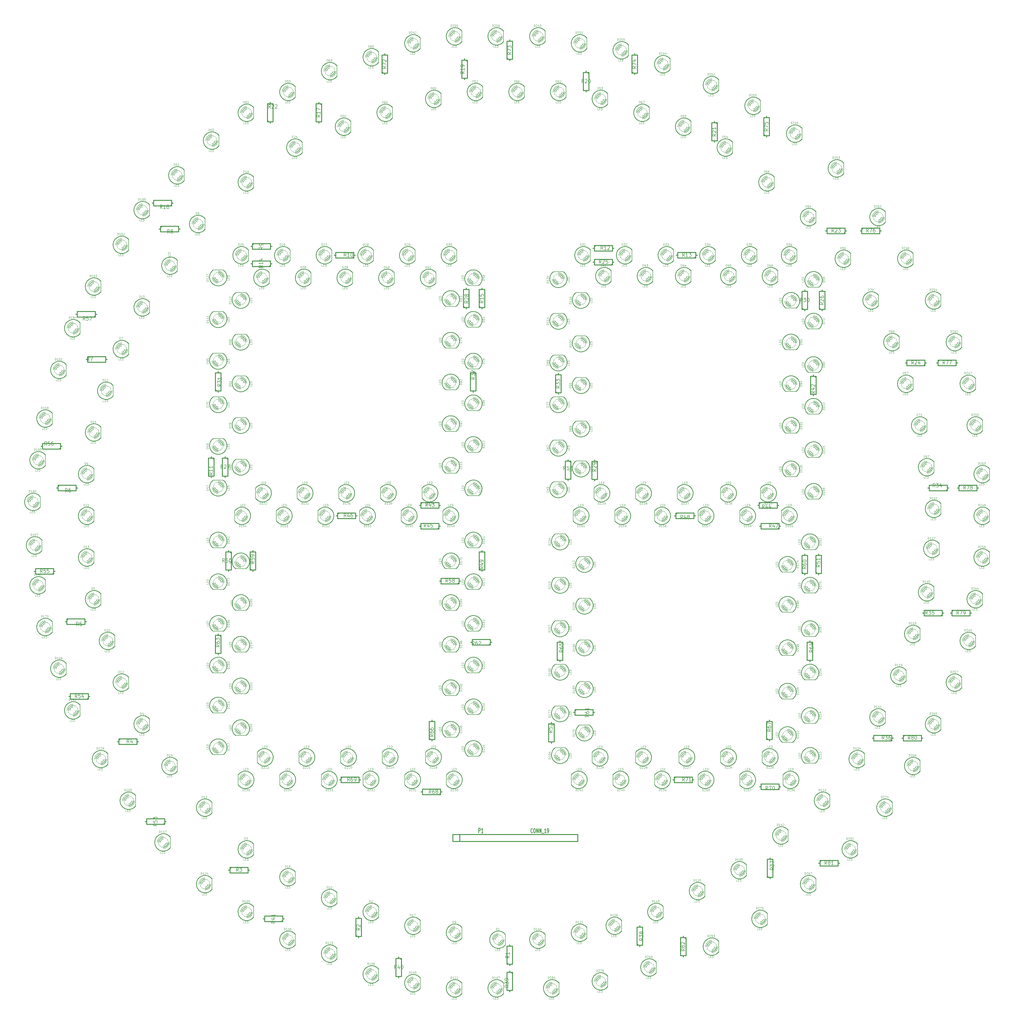
<source format=gto>
G04 (created by PCBNEW-RS274X (2011-04-29 BZR 2986)-stable) date 5/7/2013 1:39:26 PM*
G01*
G70*
G90*
%MOIN*%
G04 Gerber Fmt 3.4, Leading zero omitted, Abs format*
%FSLAX34Y34*%
G04 APERTURE LIST*
%ADD10C,0.006000*%
%ADD11C,0.008000*%
%ADD12C,0.003000*%
%ADD13C,0.010000*%
%ADD14C,0.012000*%
%ADD15C,0.003500*%
%ADD16C,0.010700*%
G04 APERTURE END LIST*
G54D10*
G54D11*
X165120Y-182750D02*
X165120Y-181250D01*
G54D12*
X164807Y-182000D02*
X164793Y-182137D01*
X164753Y-182269D01*
X164688Y-182391D01*
X164601Y-182498D01*
X164495Y-182586D01*
X164373Y-182651D01*
X164242Y-182692D01*
X164104Y-182706D01*
X163968Y-182694D01*
X163836Y-182655D01*
X163713Y-182591D01*
X163606Y-182505D01*
X163517Y-182399D01*
X163451Y-182278D01*
X163409Y-182146D01*
X163394Y-182009D01*
X163405Y-181873D01*
X163443Y-181740D01*
X163506Y-181618D01*
X163592Y-181509D01*
X163697Y-181420D01*
X163817Y-181353D01*
X163949Y-181310D01*
X164086Y-181294D01*
X164222Y-181304D01*
X164355Y-181341D01*
X164478Y-181404D01*
X164587Y-181489D01*
X164677Y-181593D01*
X164745Y-181713D01*
X164789Y-181844D01*
X164806Y-181981D01*
X164807Y-182000D01*
G54D13*
X165099Y-181250D02*
X165030Y-181166D01*
X164954Y-181088D01*
X164871Y-181017D01*
X164782Y-180953D01*
X164688Y-180898D01*
X164590Y-180851D01*
X164488Y-180812D01*
X164383Y-180783D01*
X164276Y-180763D01*
X164167Y-180752D01*
X164059Y-180751D01*
X163950Y-180760D01*
X163843Y-180777D01*
X163737Y-180804D01*
X163634Y-180841D01*
X163535Y-180886D01*
X163440Y-180939D01*
X163350Y-181001D01*
X163266Y-181070D01*
X163188Y-181146D01*
X163117Y-181229D01*
X163053Y-181318D01*
X162998Y-181412D01*
X162951Y-181510D01*
X162912Y-181612D01*
X162883Y-181717D01*
X162863Y-181824D01*
X162852Y-181933D01*
X162851Y-182041D01*
X162860Y-182150D01*
X162877Y-182257D01*
X162904Y-182363D01*
X162941Y-182466D01*
X162986Y-182565D01*
X163039Y-182660D01*
X163101Y-182750D01*
X163170Y-182834D01*
X163246Y-182912D01*
X163329Y-182983D01*
X163418Y-183047D01*
X163512Y-183102D01*
X163610Y-183149D01*
X163712Y-183188D01*
X163817Y-183217D01*
X163924Y-183237D01*
X164033Y-183248D01*
X164141Y-183249D01*
X164250Y-183240D01*
X164357Y-183223D01*
X164463Y-183196D01*
X164566Y-183159D01*
X164665Y-183114D01*
X164760Y-183061D01*
X164850Y-182999D01*
X164934Y-182930D01*
X165012Y-182854D01*
X165083Y-182771D01*
X165099Y-182750D01*
G54D10*
X164100Y-181550D02*
X164061Y-181552D01*
X164022Y-181557D01*
X163984Y-181566D01*
X163947Y-181578D01*
X163910Y-181593D01*
X163876Y-181611D01*
X163842Y-181632D01*
X163811Y-181656D01*
X163782Y-181682D01*
X163756Y-181711D01*
X163732Y-181742D01*
X163711Y-181776D01*
X163693Y-181810D01*
X163678Y-181847D01*
X163666Y-181884D01*
X163657Y-181922D01*
X163652Y-181961D01*
X163650Y-182000D01*
X164100Y-182450D02*
X164139Y-182448D01*
X164178Y-182443D01*
X164216Y-182434D01*
X164253Y-182422D01*
X164290Y-182407D01*
X164325Y-182389D01*
X164358Y-182368D01*
X164389Y-182344D01*
X164418Y-182318D01*
X164444Y-182289D01*
X164468Y-182258D01*
X164489Y-182224D01*
X164507Y-182190D01*
X164522Y-182153D01*
X164534Y-182116D01*
X164543Y-182078D01*
X164548Y-182039D01*
X164550Y-182000D01*
X164100Y-181350D02*
X164044Y-181353D01*
X163988Y-181360D01*
X163932Y-181373D01*
X163878Y-181390D01*
X163826Y-181411D01*
X163776Y-181438D01*
X163728Y-181468D01*
X163683Y-181503D01*
X163641Y-181541D01*
X163603Y-181583D01*
X163568Y-181628D01*
X163538Y-181676D01*
X163511Y-181726D01*
X163490Y-181778D01*
X163473Y-181832D01*
X163460Y-181888D01*
X163453Y-181944D01*
X163450Y-182000D01*
X164100Y-182650D02*
X164156Y-182647D01*
X164212Y-182640D01*
X164268Y-182627D01*
X164322Y-182610D01*
X164374Y-182589D01*
X164425Y-182562D01*
X164472Y-182532D01*
X164517Y-182497D01*
X164559Y-182459D01*
X164597Y-182417D01*
X164632Y-182372D01*
X164662Y-182324D01*
X164689Y-182274D01*
X164710Y-182222D01*
X164727Y-182168D01*
X164740Y-182112D01*
X164747Y-182056D01*
X164750Y-182000D01*
X164100Y-181150D02*
X164026Y-181154D01*
X163953Y-181163D01*
X163881Y-181179D01*
X163810Y-181202D01*
X163741Y-181230D01*
X163676Y-181264D01*
X163613Y-181304D01*
X163554Y-181349D01*
X163499Y-181399D01*
X163449Y-181454D01*
X163404Y-181513D01*
X163364Y-181576D01*
X163330Y-181641D01*
X163302Y-181710D01*
X163279Y-181781D01*
X163263Y-181853D01*
X163254Y-181926D01*
X163250Y-182000D01*
X164100Y-182850D02*
X164174Y-182846D01*
X164247Y-182837D01*
X164319Y-182821D01*
X164390Y-182798D01*
X164459Y-182770D01*
X164525Y-182736D01*
X164587Y-182696D01*
X164646Y-182651D01*
X164701Y-182601D01*
X164751Y-182546D01*
X164796Y-182487D01*
X164836Y-182424D01*
X164870Y-182359D01*
X164898Y-182290D01*
X164921Y-182219D01*
X164937Y-182147D01*
X164946Y-182074D01*
X164950Y-182000D01*
G54D14*
X113500Y-127000D02*
X113500Y-127200D01*
X113500Y-130000D02*
X113500Y-129800D01*
X113500Y-129800D02*
X113900Y-129800D01*
X113900Y-129800D02*
X113900Y-127200D01*
X113900Y-127200D02*
X113100Y-127200D01*
X113100Y-127200D02*
X113100Y-129800D01*
X113100Y-129800D02*
X113500Y-129800D01*
X113700Y-127200D02*
X113900Y-127400D01*
X112000Y-139000D02*
X112000Y-139200D01*
X112000Y-142000D02*
X112000Y-141800D01*
X112000Y-141800D02*
X112400Y-141800D01*
X112400Y-141800D02*
X112400Y-139200D01*
X112400Y-139200D02*
X111600Y-139200D01*
X111600Y-139200D02*
X111600Y-141800D01*
X111600Y-141800D02*
X112000Y-141800D01*
X112200Y-139200D02*
X112400Y-139400D01*
X117000Y-130000D02*
X117000Y-129800D01*
X117000Y-127000D02*
X117000Y-127200D01*
X117000Y-127200D02*
X116600Y-127200D01*
X116600Y-127200D02*
X116600Y-129800D01*
X116600Y-129800D02*
X117400Y-129800D01*
X117400Y-129800D02*
X117400Y-127200D01*
X117400Y-127200D02*
X117000Y-127200D01*
X116800Y-129800D02*
X116600Y-129600D01*
G54D11*
X114500Y-153620D02*
X116000Y-153620D01*
G54D12*
X115957Y-152600D02*
X115943Y-152737D01*
X115903Y-152869D01*
X115838Y-152991D01*
X115751Y-153098D01*
X115645Y-153186D01*
X115523Y-153251D01*
X115392Y-153292D01*
X115254Y-153306D01*
X115118Y-153294D01*
X114986Y-153255D01*
X114863Y-153191D01*
X114756Y-153105D01*
X114667Y-152999D01*
X114601Y-152878D01*
X114559Y-152746D01*
X114544Y-152609D01*
X114555Y-152473D01*
X114593Y-152340D01*
X114656Y-152218D01*
X114742Y-152109D01*
X114847Y-152020D01*
X114967Y-151953D01*
X115099Y-151910D01*
X115236Y-151894D01*
X115372Y-151904D01*
X115505Y-151941D01*
X115628Y-152004D01*
X115737Y-152089D01*
X115827Y-152193D01*
X115895Y-152313D01*
X115939Y-152444D01*
X115956Y-152581D01*
X115957Y-152600D01*
G54D13*
X116000Y-153599D02*
X116084Y-153530D01*
X116162Y-153454D01*
X116233Y-153371D01*
X116297Y-153282D01*
X116352Y-153188D01*
X116399Y-153090D01*
X116438Y-152988D01*
X116467Y-152883D01*
X116487Y-152776D01*
X116498Y-152667D01*
X116499Y-152559D01*
X116490Y-152450D01*
X116473Y-152343D01*
X116446Y-152237D01*
X116409Y-152134D01*
X116364Y-152035D01*
X116311Y-151940D01*
X116249Y-151850D01*
X116180Y-151766D01*
X116104Y-151688D01*
X116021Y-151617D01*
X115932Y-151553D01*
X115838Y-151498D01*
X115740Y-151451D01*
X115638Y-151412D01*
X115533Y-151383D01*
X115426Y-151363D01*
X115317Y-151352D01*
X115209Y-151351D01*
X115100Y-151360D01*
X114993Y-151377D01*
X114887Y-151404D01*
X114784Y-151441D01*
X114685Y-151486D01*
X114590Y-151539D01*
X114500Y-151601D01*
X114416Y-151670D01*
X114338Y-151746D01*
X114267Y-151829D01*
X114203Y-151918D01*
X114148Y-152012D01*
X114101Y-152110D01*
X114062Y-152212D01*
X114033Y-152317D01*
X114013Y-152424D01*
X114002Y-152533D01*
X114001Y-152641D01*
X114010Y-152750D01*
X114027Y-152857D01*
X114054Y-152963D01*
X114091Y-153066D01*
X114136Y-153165D01*
X114189Y-153260D01*
X114251Y-153350D01*
X114320Y-153434D01*
X114396Y-153512D01*
X114479Y-153583D01*
X114500Y-153599D01*
G54D10*
X115700Y-152600D02*
X115698Y-152561D01*
X115693Y-152522D01*
X115684Y-152484D01*
X115672Y-152447D01*
X115657Y-152410D01*
X115639Y-152376D01*
X115618Y-152342D01*
X115594Y-152311D01*
X115568Y-152282D01*
X115539Y-152256D01*
X115508Y-152232D01*
X115475Y-152211D01*
X115440Y-152193D01*
X115403Y-152178D01*
X115366Y-152166D01*
X115328Y-152157D01*
X115289Y-152152D01*
X115250Y-152150D01*
X114800Y-152600D02*
X114802Y-152639D01*
X114807Y-152678D01*
X114816Y-152716D01*
X114828Y-152753D01*
X114843Y-152790D01*
X114861Y-152824D01*
X114882Y-152858D01*
X114906Y-152889D01*
X114932Y-152918D01*
X114961Y-152944D01*
X114992Y-152968D01*
X115026Y-152989D01*
X115060Y-153007D01*
X115097Y-153022D01*
X115134Y-153034D01*
X115172Y-153043D01*
X115211Y-153048D01*
X115250Y-153050D01*
X115900Y-152600D02*
X115897Y-152544D01*
X115890Y-152488D01*
X115877Y-152432D01*
X115860Y-152378D01*
X115839Y-152326D01*
X115812Y-152276D01*
X115782Y-152228D01*
X115747Y-152183D01*
X115709Y-152141D01*
X115667Y-152103D01*
X115622Y-152068D01*
X115575Y-152038D01*
X115524Y-152011D01*
X115472Y-151990D01*
X115418Y-151973D01*
X115362Y-151960D01*
X115306Y-151953D01*
X115250Y-151950D01*
X114600Y-152600D02*
X114603Y-152656D01*
X114610Y-152712D01*
X114623Y-152768D01*
X114640Y-152822D01*
X114661Y-152874D01*
X114688Y-152924D01*
X114718Y-152972D01*
X114753Y-153017D01*
X114791Y-153059D01*
X114833Y-153097D01*
X114878Y-153132D01*
X114926Y-153162D01*
X114976Y-153189D01*
X115028Y-153210D01*
X115082Y-153227D01*
X115138Y-153240D01*
X115194Y-153247D01*
X115250Y-153250D01*
X116100Y-152600D02*
X116096Y-152526D01*
X116087Y-152453D01*
X116071Y-152381D01*
X116048Y-152310D01*
X116020Y-152241D01*
X115986Y-152176D01*
X115946Y-152113D01*
X115901Y-152054D01*
X115851Y-151999D01*
X115796Y-151949D01*
X115737Y-151904D01*
X115675Y-151864D01*
X115609Y-151830D01*
X115540Y-151802D01*
X115469Y-151779D01*
X115397Y-151763D01*
X115324Y-151754D01*
X115250Y-151750D01*
X114400Y-152600D02*
X114404Y-152674D01*
X114413Y-152747D01*
X114429Y-152819D01*
X114452Y-152890D01*
X114480Y-152959D01*
X114514Y-153024D01*
X114554Y-153087D01*
X114599Y-153146D01*
X114649Y-153201D01*
X114704Y-153251D01*
X114763Y-153296D01*
X114826Y-153336D01*
X114891Y-153370D01*
X114960Y-153398D01*
X115031Y-153421D01*
X115103Y-153437D01*
X115176Y-153446D01*
X115250Y-153450D01*
G54D11*
X114500Y-147620D02*
X116000Y-147620D01*
G54D12*
X115957Y-146600D02*
X115943Y-146737D01*
X115903Y-146869D01*
X115838Y-146991D01*
X115751Y-147098D01*
X115645Y-147186D01*
X115523Y-147251D01*
X115392Y-147292D01*
X115254Y-147306D01*
X115118Y-147294D01*
X114986Y-147255D01*
X114863Y-147191D01*
X114756Y-147105D01*
X114667Y-146999D01*
X114601Y-146878D01*
X114559Y-146746D01*
X114544Y-146609D01*
X114555Y-146473D01*
X114593Y-146340D01*
X114656Y-146218D01*
X114742Y-146109D01*
X114847Y-146020D01*
X114967Y-145953D01*
X115099Y-145910D01*
X115236Y-145894D01*
X115372Y-145904D01*
X115505Y-145941D01*
X115628Y-146004D01*
X115737Y-146089D01*
X115827Y-146193D01*
X115895Y-146313D01*
X115939Y-146444D01*
X115956Y-146581D01*
X115957Y-146600D01*
G54D13*
X116000Y-147599D02*
X116084Y-147530D01*
X116162Y-147454D01*
X116233Y-147371D01*
X116297Y-147282D01*
X116352Y-147188D01*
X116399Y-147090D01*
X116438Y-146988D01*
X116467Y-146883D01*
X116487Y-146776D01*
X116498Y-146667D01*
X116499Y-146559D01*
X116490Y-146450D01*
X116473Y-146343D01*
X116446Y-146237D01*
X116409Y-146134D01*
X116364Y-146035D01*
X116311Y-145940D01*
X116249Y-145850D01*
X116180Y-145766D01*
X116104Y-145688D01*
X116021Y-145617D01*
X115932Y-145553D01*
X115838Y-145498D01*
X115740Y-145451D01*
X115638Y-145412D01*
X115533Y-145383D01*
X115426Y-145363D01*
X115317Y-145352D01*
X115209Y-145351D01*
X115100Y-145360D01*
X114993Y-145377D01*
X114887Y-145404D01*
X114784Y-145441D01*
X114685Y-145486D01*
X114590Y-145539D01*
X114500Y-145601D01*
X114416Y-145670D01*
X114338Y-145746D01*
X114267Y-145829D01*
X114203Y-145918D01*
X114148Y-146012D01*
X114101Y-146110D01*
X114062Y-146212D01*
X114033Y-146317D01*
X114013Y-146424D01*
X114002Y-146533D01*
X114001Y-146641D01*
X114010Y-146750D01*
X114027Y-146857D01*
X114054Y-146963D01*
X114091Y-147066D01*
X114136Y-147165D01*
X114189Y-147260D01*
X114251Y-147350D01*
X114320Y-147434D01*
X114396Y-147512D01*
X114479Y-147583D01*
X114500Y-147599D01*
G54D10*
X115700Y-146600D02*
X115698Y-146561D01*
X115693Y-146522D01*
X115684Y-146484D01*
X115672Y-146447D01*
X115657Y-146410D01*
X115639Y-146376D01*
X115618Y-146342D01*
X115594Y-146311D01*
X115568Y-146282D01*
X115539Y-146256D01*
X115508Y-146232D01*
X115475Y-146211D01*
X115440Y-146193D01*
X115403Y-146178D01*
X115366Y-146166D01*
X115328Y-146157D01*
X115289Y-146152D01*
X115250Y-146150D01*
X114800Y-146600D02*
X114802Y-146639D01*
X114807Y-146678D01*
X114816Y-146716D01*
X114828Y-146753D01*
X114843Y-146790D01*
X114861Y-146824D01*
X114882Y-146858D01*
X114906Y-146889D01*
X114932Y-146918D01*
X114961Y-146944D01*
X114992Y-146968D01*
X115026Y-146989D01*
X115060Y-147007D01*
X115097Y-147022D01*
X115134Y-147034D01*
X115172Y-147043D01*
X115211Y-147048D01*
X115250Y-147050D01*
X115900Y-146600D02*
X115897Y-146544D01*
X115890Y-146488D01*
X115877Y-146432D01*
X115860Y-146378D01*
X115839Y-146326D01*
X115812Y-146276D01*
X115782Y-146228D01*
X115747Y-146183D01*
X115709Y-146141D01*
X115667Y-146103D01*
X115622Y-146068D01*
X115575Y-146038D01*
X115524Y-146011D01*
X115472Y-145990D01*
X115418Y-145973D01*
X115362Y-145960D01*
X115306Y-145953D01*
X115250Y-145950D01*
X114600Y-146600D02*
X114603Y-146656D01*
X114610Y-146712D01*
X114623Y-146768D01*
X114640Y-146822D01*
X114661Y-146874D01*
X114688Y-146924D01*
X114718Y-146972D01*
X114753Y-147017D01*
X114791Y-147059D01*
X114833Y-147097D01*
X114878Y-147132D01*
X114926Y-147162D01*
X114976Y-147189D01*
X115028Y-147210D01*
X115082Y-147227D01*
X115138Y-147240D01*
X115194Y-147247D01*
X115250Y-147250D01*
X116100Y-146600D02*
X116096Y-146526D01*
X116087Y-146453D01*
X116071Y-146381D01*
X116048Y-146310D01*
X116020Y-146241D01*
X115986Y-146176D01*
X115946Y-146113D01*
X115901Y-146054D01*
X115851Y-145999D01*
X115796Y-145949D01*
X115737Y-145904D01*
X115675Y-145864D01*
X115609Y-145830D01*
X115540Y-145802D01*
X115469Y-145779D01*
X115397Y-145763D01*
X115324Y-145754D01*
X115250Y-145750D01*
X114400Y-146600D02*
X114404Y-146674D01*
X114413Y-146747D01*
X114429Y-146819D01*
X114452Y-146890D01*
X114480Y-146959D01*
X114514Y-147024D01*
X114554Y-147087D01*
X114599Y-147146D01*
X114649Y-147201D01*
X114704Y-147251D01*
X114763Y-147296D01*
X114826Y-147336D01*
X114891Y-147370D01*
X114960Y-147398D01*
X115031Y-147421D01*
X115103Y-147437D01*
X115176Y-147446D01*
X115250Y-147450D01*
G54D11*
X111250Y-126620D02*
X112750Y-126620D01*
G54D12*
X112707Y-125600D02*
X112693Y-125737D01*
X112653Y-125869D01*
X112588Y-125991D01*
X112501Y-126098D01*
X112395Y-126186D01*
X112273Y-126251D01*
X112142Y-126292D01*
X112004Y-126306D01*
X111868Y-126294D01*
X111736Y-126255D01*
X111613Y-126191D01*
X111506Y-126105D01*
X111417Y-125999D01*
X111351Y-125878D01*
X111309Y-125746D01*
X111294Y-125609D01*
X111305Y-125473D01*
X111343Y-125340D01*
X111406Y-125218D01*
X111492Y-125109D01*
X111597Y-125020D01*
X111717Y-124953D01*
X111849Y-124910D01*
X111986Y-124894D01*
X112122Y-124904D01*
X112255Y-124941D01*
X112378Y-125004D01*
X112487Y-125089D01*
X112577Y-125193D01*
X112645Y-125313D01*
X112689Y-125444D01*
X112706Y-125581D01*
X112707Y-125600D01*
G54D13*
X112750Y-126599D02*
X112834Y-126530D01*
X112912Y-126454D01*
X112983Y-126371D01*
X113047Y-126282D01*
X113102Y-126188D01*
X113149Y-126090D01*
X113188Y-125988D01*
X113217Y-125883D01*
X113237Y-125776D01*
X113248Y-125667D01*
X113249Y-125559D01*
X113240Y-125450D01*
X113223Y-125343D01*
X113196Y-125237D01*
X113159Y-125134D01*
X113114Y-125035D01*
X113061Y-124940D01*
X112999Y-124850D01*
X112930Y-124766D01*
X112854Y-124688D01*
X112771Y-124617D01*
X112682Y-124553D01*
X112588Y-124498D01*
X112490Y-124451D01*
X112388Y-124412D01*
X112283Y-124383D01*
X112176Y-124363D01*
X112067Y-124352D01*
X111959Y-124351D01*
X111850Y-124360D01*
X111743Y-124377D01*
X111637Y-124404D01*
X111534Y-124441D01*
X111435Y-124486D01*
X111340Y-124539D01*
X111250Y-124601D01*
X111166Y-124670D01*
X111088Y-124746D01*
X111017Y-124829D01*
X110953Y-124918D01*
X110898Y-125012D01*
X110851Y-125110D01*
X110812Y-125212D01*
X110783Y-125317D01*
X110763Y-125424D01*
X110752Y-125533D01*
X110751Y-125641D01*
X110760Y-125750D01*
X110777Y-125857D01*
X110804Y-125963D01*
X110841Y-126066D01*
X110886Y-126165D01*
X110939Y-126260D01*
X111001Y-126350D01*
X111070Y-126434D01*
X111146Y-126512D01*
X111229Y-126583D01*
X111250Y-126599D01*
G54D10*
X112450Y-125600D02*
X112448Y-125561D01*
X112443Y-125522D01*
X112434Y-125484D01*
X112422Y-125447D01*
X112407Y-125410D01*
X112389Y-125376D01*
X112368Y-125342D01*
X112344Y-125311D01*
X112318Y-125282D01*
X112289Y-125256D01*
X112258Y-125232D01*
X112225Y-125211D01*
X112190Y-125193D01*
X112153Y-125178D01*
X112116Y-125166D01*
X112078Y-125157D01*
X112039Y-125152D01*
X112000Y-125150D01*
X111550Y-125600D02*
X111552Y-125639D01*
X111557Y-125678D01*
X111566Y-125716D01*
X111578Y-125753D01*
X111593Y-125790D01*
X111611Y-125824D01*
X111632Y-125858D01*
X111656Y-125889D01*
X111682Y-125918D01*
X111711Y-125944D01*
X111742Y-125968D01*
X111776Y-125989D01*
X111810Y-126007D01*
X111847Y-126022D01*
X111884Y-126034D01*
X111922Y-126043D01*
X111961Y-126048D01*
X112000Y-126050D01*
X112650Y-125600D02*
X112647Y-125544D01*
X112640Y-125488D01*
X112627Y-125432D01*
X112610Y-125378D01*
X112589Y-125326D01*
X112562Y-125276D01*
X112532Y-125228D01*
X112497Y-125183D01*
X112459Y-125141D01*
X112417Y-125103D01*
X112372Y-125068D01*
X112325Y-125038D01*
X112274Y-125011D01*
X112222Y-124990D01*
X112168Y-124973D01*
X112112Y-124960D01*
X112056Y-124953D01*
X112000Y-124950D01*
X111350Y-125600D02*
X111353Y-125656D01*
X111360Y-125712D01*
X111373Y-125768D01*
X111390Y-125822D01*
X111411Y-125874D01*
X111438Y-125924D01*
X111468Y-125972D01*
X111503Y-126017D01*
X111541Y-126059D01*
X111583Y-126097D01*
X111628Y-126132D01*
X111676Y-126162D01*
X111726Y-126189D01*
X111778Y-126210D01*
X111832Y-126227D01*
X111888Y-126240D01*
X111944Y-126247D01*
X112000Y-126250D01*
X112850Y-125600D02*
X112846Y-125526D01*
X112837Y-125453D01*
X112821Y-125381D01*
X112798Y-125310D01*
X112770Y-125241D01*
X112736Y-125176D01*
X112696Y-125113D01*
X112651Y-125054D01*
X112601Y-124999D01*
X112546Y-124949D01*
X112487Y-124904D01*
X112425Y-124864D01*
X112359Y-124830D01*
X112290Y-124802D01*
X112219Y-124779D01*
X112147Y-124763D01*
X112074Y-124754D01*
X112000Y-124750D01*
X111150Y-125600D02*
X111154Y-125674D01*
X111163Y-125747D01*
X111179Y-125819D01*
X111202Y-125890D01*
X111230Y-125959D01*
X111264Y-126024D01*
X111304Y-126087D01*
X111349Y-126146D01*
X111399Y-126201D01*
X111454Y-126251D01*
X111513Y-126296D01*
X111576Y-126336D01*
X111641Y-126370D01*
X111710Y-126398D01*
X111781Y-126421D01*
X111853Y-126437D01*
X111926Y-126446D01*
X112000Y-126450D01*
G54D11*
X111250Y-132620D02*
X112750Y-132620D01*
G54D12*
X112707Y-131600D02*
X112693Y-131737D01*
X112653Y-131869D01*
X112588Y-131991D01*
X112501Y-132098D01*
X112395Y-132186D01*
X112273Y-132251D01*
X112142Y-132292D01*
X112004Y-132306D01*
X111868Y-132294D01*
X111736Y-132255D01*
X111613Y-132191D01*
X111506Y-132105D01*
X111417Y-131999D01*
X111351Y-131878D01*
X111309Y-131746D01*
X111294Y-131609D01*
X111305Y-131473D01*
X111343Y-131340D01*
X111406Y-131218D01*
X111492Y-131109D01*
X111597Y-131020D01*
X111717Y-130953D01*
X111849Y-130910D01*
X111986Y-130894D01*
X112122Y-130904D01*
X112255Y-130941D01*
X112378Y-131004D01*
X112487Y-131089D01*
X112577Y-131193D01*
X112645Y-131313D01*
X112689Y-131444D01*
X112706Y-131581D01*
X112707Y-131600D01*
G54D13*
X112750Y-132599D02*
X112834Y-132530D01*
X112912Y-132454D01*
X112983Y-132371D01*
X113047Y-132282D01*
X113102Y-132188D01*
X113149Y-132090D01*
X113188Y-131988D01*
X113217Y-131883D01*
X113237Y-131776D01*
X113248Y-131667D01*
X113249Y-131559D01*
X113240Y-131450D01*
X113223Y-131343D01*
X113196Y-131237D01*
X113159Y-131134D01*
X113114Y-131035D01*
X113061Y-130940D01*
X112999Y-130850D01*
X112930Y-130766D01*
X112854Y-130688D01*
X112771Y-130617D01*
X112682Y-130553D01*
X112588Y-130498D01*
X112490Y-130451D01*
X112388Y-130412D01*
X112283Y-130383D01*
X112176Y-130363D01*
X112067Y-130352D01*
X111959Y-130351D01*
X111850Y-130360D01*
X111743Y-130377D01*
X111637Y-130404D01*
X111534Y-130441D01*
X111435Y-130486D01*
X111340Y-130539D01*
X111250Y-130601D01*
X111166Y-130670D01*
X111088Y-130746D01*
X111017Y-130829D01*
X110953Y-130918D01*
X110898Y-131012D01*
X110851Y-131110D01*
X110812Y-131212D01*
X110783Y-131317D01*
X110763Y-131424D01*
X110752Y-131533D01*
X110751Y-131641D01*
X110760Y-131750D01*
X110777Y-131857D01*
X110804Y-131963D01*
X110841Y-132066D01*
X110886Y-132165D01*
X110939Y-132260D01*
X111001Y-132350D01*
X111070Y-132434D01*
X111146Y-132512D01*
X111229Y-132583D01*
X111250Y-132599D01*
G54D10*
X112450Y-131600D02*
X112448Y-131561D01*
X112443Y-131522D01*
X112434Y-131484D01*
X112422Y-131447D01*
X112407Y-131410D01*
X112389Y-131376D01*
X112368Y-131342D01*
X112344Y-131311D01*
X112318Y-131282D01*
X112289Y-131256D01*
X112258Y-131232D01*
X112225Y-131211D01*
X112190Y-131193D01*
X112153Y-131178D01*
X112116Y-131166D01*
X112078Y-131157D01*
X112039Y-131152D01*
X112000Y-131150D01*
X111550Y-131600D02*
X111552Y-131639D01*
X111557Y-131678D01*
X111566Y-131716D01*
X111578Y-131753D01*
X111593Y-131790D01*
X111611Y-131824D01*
X111632Y-131858D01*
X111656Y-131889D01*
X111682Y-131918D01*
X111711Y-131944D01*
X111742Y-131968D01*
X111776Y-131989D01*
X111810Y-132007D01*
X111847Y-132022D01*
X111884Y-132034D01*
X111922Y-132043D01*
X111961Y-132048D01*
X112000Y-132050D01*
X112650Y-131600D02*
X112647Y-131544D01*
X112640Y-131488D01*
X112627Y-131432D01*
X112610Y-131378D01*
X112589Y-131326D01*
X112562Y-131276D01*
X112532Y-131228D01*
X112497Y-131183D01*
X112459Y-131141D01*
X112417Y-131103D01*
X112372Y-131068D01*
X112325Y-131038D01*
X112274Y-131011D01*
X112222Y-130990D01*
X112168Y-130973D01*
X112112Y-130960D01*
X112056Y-130953D01*
X112000Y-130950D01*
X111350Y-131600D02*
X111353Y-131656D01*
X111360Y-131712D01*
X111373Y-131768D01*
X111390Y-131822D01*
X111411Y-131874D01*
X111438Y-131924D01*
X111468Y-131972D01*
X111503Y-132017D01*
X111541Y-132059D01*
X111583Y-132097D01*
X111628Y-132132D01*
X111676Y-132162D01*
X111726Y-132189D01*
X111778Y-132210D01*
X111832Y-132227D01*
X111888Y-132240D01*
X111944Y-132247D01*
X112000Y-132250D01*
X112850Y-131600D02*
X112846Y-131526D01*
X112837Y-131453D01*
X112821Y-131381D01*
X112798Y-131310D01*
X112770Y-131241D01*
X112736Y-131176D01*
X112696Y-131113D01*
X112651Y-131054D01*
X112601Y-130999D01*
X112546Y-130949D01*
X112487Y-130904D01*
X112425Y-130864D01*
X112359Y-130830D01*
X112290Y-130802D01*
X112219Y-130779D01*
X112147Y-130763D01*
X112074Y-130754D01*
X112000Y-130750D01*
X111150Y-131600D02*
X111154Y-131674D01*
X111163Y-131747D01*
X111179Y-131819D01*
X111202Y-131890D01*
X111230Y-131959D01*
X111264Y-132024D01*
X111304Y-132087D01*
X111349Y-132146D01*
X111399Y-132201D01*
X111454Y-132251D01*
X111513Y-132296D01*
X111576Y-132336D01*
X111641Y-132370D01*
X111710Y-132398D01*
X111781Y-132421D01*
X111853Y-132437D01*
X111926Y-132446D01*
X112000Y-132450D01*
G54D11*
X111250Y-138620D02*
X112750Y-138620D01*
G54D12*
X112707Y-137600D02*
X112693Y-137737D01*
X112653Y-137869D01*
X112588Y-137991D01*
X112501Y-138098D01*
X112395Y-138186D01*
X112273Y-138251D01*
X112142Y-138292D01*
X112004Y-138306D01*
X111868Y-138294D01*
X111736Y-138255D01*
X111613Y-138191D01*
X111506Y-138105D01*
X111417Y-137999D01*
X111351Y-137878D01*
X111309Y-137746D01*
X111294Y-137609D01*
X111305Y-137473D01*
X111343Y-137340D01*
X111406Y-137218D01*
X111492Y-137109D01*
X111597Y-137020D01*
X111717Y-136953D01*
X111849Y-136910D01*
X111986Y-136894D01*
X112122Y-136904D01*
X112255Y-136941D01*
X112378Y-137004D01*
X112487Y-137089D01*
X112577Y-137193D01*
X112645Y-137313D01*
X112689Y-137444D01*
X112706Y-137581D01*
X112707Y-137600D01*
G54D13*
X112750Y-138599D02*
X112834Y-138530D01*
X112912Y-138454D01*
X112983Y-138371D01*
X113047Y-138282D01*
X113102Y-138188D01*
X113149Y-138090D01*
X113188Y-137988D01*
X113217Y-137883D01*
X113237Y-137776D01*
X113248Y-137667D01*
X113249Y-137559D01*
X113240Y-137450D01*
X113223Y-137343D01*
X113196Y-137237D01*
X113159Y-137134D01*
X113114Y-137035D01*
X113061Y-136940D01*
X112999Y-136850D01*
X112930Y-136766D01*
X112854Y-136688D01*
X112771Y-136617D01*
X112682Y-136553D01*
X112588Y-136498D01*
X112490Y-136451D01*
X112388Y-136412D01*
X112283Y-136383D01*
X112176Y-136363D01*
X112067Y-136352D01*
X111959Y-136351D01*
X111850Y-136360D01*
X111743Y-136377D01*
X111637Y-136404D01*
X111534Y-136441D01*
X111435Y-136486D01*
X111340Y-136539D01*
X111250Y-136601D01*
X111166Y-136670D01*
X111088Y-136746D01*
X111017Y-136829D01*
X110953Y-136918D01*
X110898Y-137012D01*
X110851Y-137110D01*
X110812Y-137212D01*
X110783Y-137317D01*
X110763Y-137424D01*
X110752Y-137533D01*
X110751Y-137641D01*
X110760Y-137750D01*
X110777Y-137857D01*
X110804Y-137963D01*
X110841Y-138066D01*
X110886Y-138165D01*
X110939Y-138260D01*
X111001Y-138350D01*
X111070Y-138434D01*
X111146Y-138512D01*
X111229Y-138583D01*
X111250Y-138599D01*
G54D10*
X112450Y-137600D02*
X112448Y-137561D01*
X112443Y-137522D01*
X112434Y-137484D01*
X112422Y-137447D01*
X112407Y-137410D01*
X112389Y-137376D01*
X112368Y-137342D01*
X112344Y-137311D01*
X112318Y-137282D01*
X112289Y-137256D01*
X112258Y-137232D01*
X112225Y-137211D01*
X112190Y-137193D01*
X112153Y-137178D01*
X112116Y-137166D01*
X112078Y-137157D01*
X112039Y-137152D01*
X112000Y-137150D01*
X111550Y-137600D02*
X111552Y-137639D01*
X111557Y-137678D01*
X111566Y-137716D01*
X111578Y-137753D01*
X111593Y-137790D01*
X111611Y-137824D01*
X111632Y-137858D01*
X111656Y-137889D01*
X111682Y-137918D01*
X111711Y-137944D01*
X111742Y-137968D01*
X111776Y-137989D01*
X111810Y-138007D01*
X111847Y-138022D01*
X111884Y-138034D01*
X111922Y-138043D01*
X111961Y-138048D01*
X112000Y-138050D01*
X112650Y-137600D02*
X112647Y-137544D01*
X112640Y-137488D01*
X112627Y-137432D01*
X112610Y-137378D01*
X112589Y-137326D01*
X112562Y-137276D01*
X112532Y-137228D01*
X112497Y-137183D01*
X112459Y-137141D01*
X112417Y-137103D01*
X112372Y-137068D01*
X112325Y-137038D01*
X112274Y-137011D01*
X112222Y-136990D01*
X112168Y-136973D01*
X112112Y-136960D01*
X112056Y-136953D01*
X112000Y-136950D01*
X111350Y-137600D02*
X111353Y-137656D01*
X111360Y-137712D01*
X111373Y-137768D01*
X111390Y-137822D01*
X111411Y-137874D01*
X111438Y-137924D01*
X111468Y-137972D01*
X111503Y-138017D01*
X111541Y-138059D01*
X111583Y-138097D01*
X111628Y-138132D01*
X111676Y-138162D01*
X111726Y-138189D01*
X111778Y-138210D01*
X111832Y-138227D01*
X111888Y-138240D01*
X111944Y-138247D01*
X112000Y-138250D01*
X112850Y-137600D02*
X112846Y-137526D01*
X112837Y-137453D01*
X112821Y-137381D01*
X112798Y-137310D01*
X112770Y-137241D01*
X112736Y-137176D01*
X112696Y-137113D01*
X112651Y-137054D01*
X112601Y-136999D01*
X112546Y-136949D01*
X112487Y-136904D01*
X112425Y-136864D01*
X112359Y-136830D01*
X112290Y-136802D01*
X112219Y-136779D01*
X112147Y-136763D01*
X112074Y-136754D01*
X112000Y-136750D01*
X111150Y-137600D02*
X111154Y-137674D01*
X111163Y-137747D01*
X111179Y-137819D01*
X111202Y-137890D01*
X111230Y-137959D01*
X111264Y-138024D01*
X111304Y-138087D01*
X111349Y-138146D01*
X111399Y-138201D01*
X111454Y-138251D01*
X111513Y-138296D01*
X111576Y-138336D01*
X111641Y-138370D01*
X111710Y-138398D01*
X111781Y-138421D01*
X111853Y-138437D01*
X111926Y-138446D01*
X112000Y-138450D01*
G54D11*
X114500Y-141620D02*
X116000Y-141620D01*
G54D12*
X115957Y-140600D02*
X115943Y-140737D01*
X115903Y-140869D01*
X115838Y-140991D01*
X115751Y-141098D01*
X115645Y-141186D01*
X115523Y-141251D01*
X115392Y-141292D01*
X115254Y-141306D01*
X115118Y-141294D01*
X114986Y-141255D01*
X114863Y-141191D01*
X114756Y-141105D01*
X114667Y-140999D01*
X114601Y-140878D01*
X114559Y-140746D01*
X114544Y-140609D01*
X114555Y-140473D01*
X114593Y-140340D01*
X114656Y-140218D01*
X114742Y-140109D01*
X114847Y-140020D01*
X114967Y-139953D01*
X115099Y-139910D01*
X115236Y-139894D01*
X115372Y-139904D01*
X115505Y-139941D01*
X115628Y-140004D01*
X115737Y-140089D01*
X115827Y-140193D01*
X115895Y-140313D01*
X115939Y-140444D01*
X115956Y-140581D01*
X115957Y-140600D01*
G54D13*
X116000Y-141599D02*
X116084Y-141530D01*
X116162Y-141454D01*
X116233Y-141371D01*
X116297Y-141282D01*
X116352Y-141188D01*
X116399Y-141090D01*
X116438Y-140988D01*
X116467Y-140883D01*
X116487Y-140776D01*
X116498Y-140667D01*
X116499Y-140559D01*
X116490Y-140450D01*
X116473Y-140343D01*
X116446Y-140237D01*
X116409Y-140134D01*
X116364Y-140035D01*
X116311Y-139940D01*
X116249Y-139850D01*
X116180Y-139766D01*
X116104Y-139688D01*
X116021Y-139617D01*
X115932Y-139553D01*
X115838Y-139498D01*
X115740Y-139451D01*
X115638Y-139412D01*
X115533Y-139383D01*
X115426Y-139363D01*
X115317Y-139352D01*
X115209Y-139351D01*
X115100Y-139360D01*
X114993Y-139377D01*
X114887Y-139404D01*
X114784Y-139441D01*
X114685Y-139486D01*
X114590Y-139539D01*
X114500Y-139601D01*
X114416Y-139670D01*
X114338Y-139746D01*
X114267Y-139829D01*
X114203Y-139918D01*
X114148Y-140012D01*
X114101Y-140110D01*
X114062Y-140212D01*
X114033Y-140317D01*
X114013Y-140424D01*
X114002Y-140533D01*
X114001Y-140641D01*
X114010Y-140750D01*
X114027Y-140857D01*
X114054Y-140963D01*
X114091Y-141066D01*
X114136Y-141165D01*
X114189Y-141260D01*
X114251Y-141350D01*
X114320Y-141434D01*
X114396Y-141512D01*
X114479Y-141583D01*
X114500Y-141599D01*
G54D10*
X115700Y-140600D02*
X115698Y-140561D01*
X115693Y-140522D01*
X115684Y-140484D01*
X115672Y-140447D01*
X115657Y-140410D01*
X115639Y-140376D01*
X115618Y-140342D01*
X115594Y-140311D01*
X115568Y-140282D01*
X115539Y-140256D01*
X115508Y-140232D01*
X115475Y-140211D01*
X115440Y-140193D01*
X115403Y-140178D01*
X115366Y-140166D01*
X115328Y-140157D01*
X115289Y-140152D01*
X115250Y-140150D01*
X114800Y-140600D02*
X114802Y-140639D01*
X114807Y-140678D01*
X114816Y-140716D01*
X114828Y-140753D01*
X114843Y-140790D01*
X114861Y-140824D01*
X114882Y-140858D01*
X114906Y-140889D01*
X114932Y-140918D01*
X114961Y-140944D01*
X114992Y-140968D01*
X115026Y-140989D01*
X115060Y-141007D01*
X115097Y-141022D01*
X115134Y-141034D01*
X115172Y-141043D01*
X115211Y-141048D01*
X115250Y-141050D01*
X115900Y-140600D02*
X115897Y-140544D01*
X115890Y-140488D01*
X115877Y-140432D01*
X115860Y-140378D01*
X115839Y-140326D01*
X115812Y-140276D01*
X115782Y-140228D01*
X115747Y-140183D01*
X115709Y-140141D01*
X115667Y-140103D01*
X115622Y-140068D01*
X115575Y-140038D01*
X115524Y-140011D01*
X115472Y-139990D01*
X115418Y-139973D01*
X115362Y-139960D01*
X115306Y-139953D01*
X115250Y-139950D01*
X114600Y-140600D02*
X114603Y-140656D01*
X114610Y-140712D01*
X114623Y-140768D01*
X114640Y-140822D01*
X114661Y-140874D01*
X114688Y-140924D01*
X114718Y-140972D01*
X114753Y-141017D01*
X114791Y-141059D01*
X114833Y-141097D01*
X114878Y-141132D01*
X114926Y-141162D01*
X114976Y-141189D01*
X115028Y-141210D01*
X115082Y-141227D01*
X115138Y-141240D01*
X115194Y-141247D01*
X115250Y-141250D01*
X116100Y-140600D02*
X116096Y-140526D01*
X116087Y-140453D01*
X116071Y-140381D01*
X116048Y-140310D01*
X116020Y-140241D01*
X115986Y-140176D01*
X115946Y-140113D01*
X115901Y-140054D01*
X115851Y-139999D01*
X115796Y-139949D01*
X115737Y-139904D01*
X115675Y-139864D01*
X115609Y-139830D01*
X115540Y-139802D01*
X115469Y-139779D01*
X115397Y-139763D01*
X115324Y-139754D01*
X115250Y-139750D01*
X114400Y-140600D02*
X114404Y-140674D01*
X114413Y-140747D01*
X114429Y-140819D01*
X114452Y-140890D01*
X114480Y-140959D01*
X114514Y-141024D01*
X114554Y-141087D01*
X114599Y-141146D01*
X114649Y-141201D01*
X114704Y-141251D01*
X114763Y-141296D01*
X114826Y-141336D01*
X114891Y-141370D01*
X114960Y-141398D01*
X115031Y-141421D01*
X115103Y-141437D01*
X115176Y-141446D01*
X115250Y-141450D01*
G54D11*
X111250Y-156370D02*
X112750Y-156370D01*
G54D12*
X112707Y-155350D02*
X112693Y-155487D01*
X112653Y-155619D01*
X112588Y-155741D01*
X112501Y-155848D01*
X112395Y-155936D01*
X112273Y-156001D01*
X112142Y-156042D01*
X112004Y-156056D01*
X111868Y-156044D01*
X111736Y-156005D01*
X111613Y-155941D01*
X111506Y-155855D01*
X111417Y-155749D01*
X111351Y-155628D01*
X111309Y-155496D01*
X111294Y-155359D01*
X111305Y-155223D01*
X111343Y-155090D01*
X111406Y-154968D01*
X111492Y-154859D01*
X111597Y-154770D01*
X111717Y-154703D01*
X111849Y-154660D01*
X111986Y-154644D01*
X112122Y-154654D01*
X112255Y-154691D01*
X112378Y-154754D01*
X112487Y-154839D01*
X112577Y-154943D01*
X112645Y-155063D01*
X112689Y-155194D01*
X112706Y-155331D01*
X112707Y-155350D01*
G54D13*
X112750Y-156349D02*
X112834Y-156280D01*
X112912Y-156204D01*
X112983Y-156121D01*
X113047Y-156032D01*
X113102Y-155938D01*
X113149Y-155840D01*
X113188Y-155738D01*
X113217Y-155633D01*
X113237Y-155526D01*
X113248Y-155417D01*
X113249Y-155309D01*
X113240Y-155200D01*
X113223Y-155093D01*
X113196Y-154987D01*
X113159Y-154884D01*
X113114Y-154785D01*
X113061Y-154690D01*
X112999Y-154600D01*
X112930Y-154516D01*
X112854Y-154438D01*
X112771Y-154367D01*
X112682Y-154303D01*
X112588Y-154248D01*
X112490Y-154201D01*
X112388Y-154162D01*
X112283Y-154133D01*
X112176Y-154113D01*
X112067Y-154102D01*
X111959Y-154101D01*
X111850Y-154110D01*
X111743Y-154127D01*
X111637Y-154154D01*
X111534Y-154191D01*
X111435Y-154236D01*
X111340Y-154289D01*
X111250Y-154351D01*
X111166Y-154420D01*
X111088Y-154496D01*
X111017Y-154579D01*
X110953Y-154668D01*
X110898Y-154762D01*
X110851Y-154860D01*
X110812Y-154962D01*
X110783Y-155067D01*
X110763Y-155174D01*
X110752Y-155283D01*
X110751Y-155391D01*
X110760Y-155500D01*
X110777Y-155607D01*
X110804Y-155713D01*
X110841Y-155816D01*
X110886Y-155915D01*
X110939Y-156010D01*
X111001Y-156100D01*
X111070Y-156184D01*
X111146Y-156262D01*
X111229Y-156333D01*
X111250Y-156349D01*
G54D10*
X112450Y-155350D02*
X112448Y-155311D01*
X112443Y-155272D01*
X112434Y-155234D01*
X112422Y-155197D01*
X112407Y-155160D01*
X112389Y-155126D01*
X112368Y-155092D01*
X112344Y-155061D01*
X112318Y-155032D01*
X112289Y-155006D01*
X112258Y-154982D01*
X112225Y-154961D01*
X112190Y-154943D01*
X112153Y-154928D01*
X112116Y-154916D01*
X112078Y-154907D01*
X112039Y-154902D01*
X112000Y-154900D01*
X111550Y-155350D02*
X111552Y-155389D01*
X111557Y-155428D01*
X111566Y-155466D01*
X111578Y-155503D01*
X111593Y-155540D01*
X111611Y-155574D01*
X111632Y-155608D01*
X111656Y-155639D01*
X111682Y-155668D01*
X111711Y-155694D01*
X111742Y-155718D01*
X111776Y-155739D01*
X111810Y-155757D01*
X111847Y-155772D01*
X111884Y-155784D01*
X111922Y-155793D01*
X111961Y-155798D01*
X112000Y-155800D01*
X112650Y-155350D02*
X112647Y-155294D01*
X112640Y-155238D01*
X112627Y-155182D01*
X112610Y-155128D01*
X112589Y-155076D01*
X112562Y-155026D01*
X112532Y-154978D01*
X112497Y-154933D01*
X112459Y-154891D01*
X112417Y-154853D01*
X112372Y-154818D01*
X112325Y-154788D01*
X112274Y-154761D01*
X112222Y-154740D01*
X112168Y-154723D01*
X112112Y-154710D01*
X112056Y-154703D01*
X112000Y-154700D01*
X111350Y-155350D02*
X111353Y-155406D01*
X111360Y-155462D01*
X111373Y-155518D01*
X111390Y-155572D01*
X111411Y-155624D01*
X111438Y-155674D01*
X111468Y-155722D01*
X111503Y-155767D01*
X111541Y-155809D01*
X111583Y-155847D01*
X111628Y-155882D01*
X111676Y-155912D01*
X111726Y-155939D01*
X111778Y-155960D01*
X111832Y-155977D01*
X111888Y-155990D01*
X111944Y-155997D01*
X112000Y-156000D01*
X112850Y-155350D02*
X112846Y-155276D01*
X112837Y-155203D01*
X112821Y-155131D01*
X112798Y-155060D01*
X112770Y-154991D01*
X112736Y-154926D01*
X112696Y-154863D01*
X112651Y-154804D01*
X112601Y-154749D01*
X112546Y-154699D01*
X112487Y-154654D01*
X112425Y-154614D01*
X112359Y-154580D01*
X112290Y-154552D01*
X112219Y-154529D01*
X112147Y-154513D01*
X112074Y-154504D01*
X112000Y-154500D01*
X111150Y-155350D02*
X111154Y-155424D01*
X111163Y-155497D01*
X111179Y-155569D01*
X111202Y-155640D01*
X111230Y-155709D01*
X111264Y-155774D01*
X111304Y-155837D01*
X111349Y-155896D01*
X111399Y-155951D01*
X111454Y-156001D01*
X111513Y-156046D01*
X111576Y-156086D01*
X111641Y-156120D01*
X111710Y-156148D01*
X111781Y-156171D01*
X111853Y-156187D01*
X111926Y-156196D01*
X112000Y-156200D01*
G54D11*
X114500Y-135620D02*
X116000Y-135620D01*
G54D12*
X115957Y-134600D02*
X115943Y-134737D01*
X115903Y-134869D01*
X115838Y-134991D01*
X115751Y-135098D01*
X115645Y-135186D01*
X115523Y-135251D01*
X115392Y-135292D01*
X115254Y-135306D01*
X115118Y-135294D01*
X114986Y-135255D01*
X114863Y-135191D01*
X114756Y-135105D01*
X114667Y-134999D01*
X114601Y-134878D01*
X114559Y-134746D01*
X114544Y-134609D01*
X114555Y-134473D01*
X114593Y-134340D01*
X114656Y-134218D01*
X114742Y-134109D01*
X114847Y-134020D01*
X114967Y-133953D01*
X115099Y-133910D01*
X115236Y-133894D01*
X115372Y-133904D01*
X115505Y-133941D01*
X115628Y-134004D01*
X115737Y-134089D01*
X115827Y-134193D01*
X115895Y-134313D01*
X115939Y-134444D01*
X115956Y-134581D01*
X115957Y-134600D01*
G54D13*
X116000Y-135599D02*
X116084Y-135530D01*
X116162Y-135454D01*
X116233Y-135371D01*
X116297Y-135282D01*
X116352Y-135188D01*
X116399Y-135090D01*
X116438Y-134988D01*
X116467Y-134883D01*
X116487Y-134776D01*
X116498Y-134667D01*
X116499Y-134559D01*
X116490Y-134450D01*
X116473Y-134343D01*
X116446Y-134237D01*
X116409Y-134134D01*
X116364Y-134035D01*
X116311Y-133940D01*
X116249Y-133850D01*
X116180Y-133766D01*
X116104Y-133688D01*
X116021Y-133617D01*
X115932Y-133553D01*
X115838Y-133498D01*
X115740Y-133451D01*
X115638Y-133412D01*
X115533Y-133383D01*
X115426Y-133363D01*
X115317Y-133352D01*
X115209Y-133351D01*
X115100Y-133360D01*
X114993Y-133377D01*
X114887Y-133404D01*
X114784Y-133441D01*
X114685Y-133486D01*
X114590Y-133539D01*
X114500Y-133601D01*
X114416Y-133670D01*
X114338Y-133746D01*
X114267Y-133829D01*
X114203Y-133918D01*
X114148Y-134012D01*
X114101Y-134110D01*
X114062Y-134212D01*
X114033Y-134317D01*
X114013Y-134424D01*
X114002Y-134533D01*
X114001Y-134641D01*
X114010Y-134750D01*
X114027Y-134857D01*
X114054Y-134963D01*
X114091Y-135066D01*
X114136Y-135165D01*
X114189Y-135260D01*
X114251Y-135350D01*
X114320Y-135434D01*
X114396Y-135512D01*
X114479Y-135583D01*
X114500Y-135599D01*
G54D10*
X115700Y-134600D02*
X115698Y-134561D01*
X115693Y-134522D01*
X115684Y-134484D01*
X115672Y-134447D01*
X115657Y-134410D01*
X115639Y-134376D01*
X115618Y-134342D01*
X115594Y-134311D01*
X115568Y-134282D01*
X115539Y-134256D01*
X115508Y-134232D01*
X115475Y-134211D01*
X115440Y-134193D01*
X115403Y-134178D01*
X115366Y-134166D01*
X115328Y-134157D01*
X115289Y-134152D01*
X115250Y-134150D01*
X114800Y-134600D02*
X114802Y-134639D01*
X114807Y-134678D01*
X114816Y-134716D01*
X114828Y-134753D01*
X114843Y-134790D01*
X114861Y-134824D01*
X114882Y-134858D01*
X114906Y-134889D01*
X114932Y-134918D01*
X114961Y-134944D01*
X114992Y-134968D01*
X115026Y-134989D01*
X115060Y-135007D01*
X115097Y-135022D01*
X115134Y-135034D01*
X115172Y-135043D01*
X115211Y-135048D01*
X115250Y-135050D01*
X115900Y-134600D02*
X115897Y-134544D01*
X115890Y-134488D01*
X115877Y-134432D01*
X115860Y-134378D01*
X115839Y-134326D01*
X115812Y-134276D01*
X115782Y-134228D01*
X115747Y-134183D01*
X115709Y-134141D01*
X115667Y-134103D01*
X115622Y-134068D01*
X115575Y-134038D01*
X115524Y-134011D01*
X115472Y-133990D01*
X115418Y-133973D01*
X115362Y-133960D01*
X115306Y-133953D01*
X115250Y-133950D01*
X114600Y-134600D02*
X114603Y-134656D01*
X114610Y-134712D01*
X114623Y-134768D01*
X114640Y-134822D01*
X114661Y-134874D01*
X114688Y-134924D01*
X114718Y-134972D01*
X114753Y-135017D01*
X114791Y-135059D01*
X114833Y-135097D01*
X114878Y-135132D01*
X114926Y-135162D01*
X114976Y-135189D01*
X115028Y-135210D01*
X115082Y-135227D01*
X115138Y-135240D01*
X115194Y-135247D01*
X115250Y-135250D01*
X116100Y-134600D02*
X116096Y-134526D01*
X116087Y-134453D01*
X116071Y-134381D01*
X116048Y-134310D01*
X116020Y-134241D01*
X115986Y-134176D01*
X115946Y-134113D01*
X115901Y-134054D01*
X115851Y-133999D01*
X115796Y-133949D01*
X115737Y-133904D01*
X115675Y-133864D01*
X115609Y-133830D01*
X115540Y-133802D01*
X115469Y-133779D01*
X115397Y-133763D01*
X115324Y-133754D01*
X115250Y-133750D01*
X114400Y-134600D02*
X114404Y-134674D01*
X114413Y-134747D01*
X114429Y-134819D01*
X114452Y-134890D01*
X114480Y-134959D01*
X114514Y-135024D01*
X114554Y-135087D01*
X114599Y-135146D01*
X114649Y-135201D01*
X114704Y-135251D01*
X114763Y-135296D01*
X114826Y-135336D01*
X114891Y-135370D01*
X114960Y-135398D01*
X115031Y-135421D01*
X115103Y-135437D01*
X115176Y-135446D01*
X115250Y-135450D01*
G54D11*
X111250Y-150370D02*
X112750Y-150370D01*
G54D12*
X112707Y-149350D02*
X112693Y-149487D01*
X112653Y-149619D01*
X112588Y-149741D01*
X112501Y-149848D01*
X112395Y-149936D01*
X112273Y-150001D01*
X112142Y-150042D01*
X112004Y-150056D01*
X111868Y-150044D01*
X111736Y-150005D01*
X111613Y-149941D01*
X111506Y-149855D01*
X111417Y-149749D01*
X111351Y-149628D01*
X111309Y-149496D01*
X111294Y-149359D01*
X111305Y-149223D01*
X111343Y-149090D01*
X111406Y-148968D01*
X111492Y-148859D01*
X111597Y-148770D01*
X111717Y-148703D01*
X111849Y-148660D01*
X111986Y-148644D01*
X112122Y-148654D01*
X112255Y-148691D01*
X112378Y-148754D01*
X112487Y-148839D01*
X112577Y-148943D01*
X112645Y-149063D01*
X112689Y-149194D01*
X112706Y-149331D01*
X112707Y-149350D01*
G54D13*
X112750Y-150349D02*
X112834Y-150280D01*
X112912Y-150204D01*
X112983Y-150121D01*
X113047Y-150032D01*
X113102Y-149938D01*
X113149Y-149840D01*
X113188Y-149738D01*
X113217Y-149633D01*
X113237Y-149526D01*
X113248Y-149417D01*
X113249Y-149309D01*
X113240Y-149200D01*
X113223Y-149093D01*
X113196Y-148987D01*
X113159Y-148884D01*
X113114Y-148785D01*
X113061Y-148690D01*
X112999Y-148600D01*
X112930Y-148516D01*
X112854Y-148438D01*
X112771Y-148367D01*
X112682Y-148303D01*
X112588Y-148248D01*
X112490Y-148201D01*
X112388Y-148162D01*
X112283Y-148133D01*
X112176Y-148113D01*
X112067Y-148102D01*
X111959Y-148101D01*
X111850Y-148110D01*
X111743Y-148127D01*
X111637Y-148154D01*
X111534Y-148191D01*
X111435Y-148236D01*
X111340Y-148289D01*
X111250Y-148351D01*
X111166Y-148420D01*
X111088Y-148496D01*
X111017Y-148579D01*
X110953Y-148668D01*
X110898Y-148762D01*
X110851Y-148860D01*
X110812Y-148962D01*
X110783Y-149067D01*
X110763Y-149174D01*
X110752Y-149283D01*
X110751Y-149391D01*
X110760Y-149500D01*
X110777Y-149607D01*
X110804Y-149713D01*
X110841Y-149816D01*
X110886Y-149915D01*
X110939Y-150010D01*
X111001Y-150100D01*
X111070Y-150184D01*
X111146Y-150262D01*
X111229Y-150333D01*
X111250Y-150349D01*
G54D10*
X112450Y-149350D02*
X112448Y-149311D01*
X112443Y-149272D01*
X112434Y-149234D01*
X112422Y-149197D01*
X112407Y-149160D01*
X112389Y-149126D01*
X112368Y-149092D01*
X112344Y-149061D01*
X112318Y-149032D01*
X112289Y-149006D01*
X112258Y-148982D01*
X112225Y-148961D01*
X112190Y-148943D01*
X112153Y-148928D01*
X112116Y-148916D01*
X112078Y-148907D01*
X112039Y-148902D01*
X112000Y-148900D01*
X111550Y-149350D02*
X111552Y-149389D01*
X111557Y-149428D01*
X111566Y-149466D01*
X111578Y-149503D01*
X111593Y-149540D01*
X111611Y-149574D01*
X111632Y-149608D01*
X111656Y-149639D01*
X111682Y-149668D01*
X111711Y-149694D01*
X111742Y-149718D01*
X111776Y-149739D01*
X111810Y-149757D01*
X111847Y-149772D01*
X111884Y-149784D01*
X111922Y-149793D01*
X111961Y-149798D01*
X112000Y-149800D01*
X112650Y-149350D02*
X112647Y-149294D01*
X112640Y-149238D01*
X112627Y-149182D01*
X112610Y-149128D01*
X112589Y-149076D01*
X112562Y-149026D01*
X112532Y-148978D01*
X112497Y-148933D01*
X112459Y-148891D01*
X112417Y-148853D01*
X112372Y-148818D01*
X112325Y-148788D01*
X112274Y-148761D01*
X112222Y-148740D01*
X112168Y-148723D01*
X112112Y-148710D01*
X112056Y-148703D01*
X112000Y-148700D01*
X111350Y-149350D02*
X111353Y-149406D01*
X111360Y-149462D01*
X111373Y-149518D01*
X111390Y-149572D01*
X111411Y-149624D01*
X111438Y-149674D01*
X111468Y-149722D01*
X111503Y-149767D01*
X111541Y-149809D01*
X111583Y-149847D01*
X111628Y-149882D01*
X111676Y-149912D01*
X111726Y-149939D01*
X111778Y-149960D01*
X111832Y-149977D01*
X111888Y-149990D01*
X111944Y-149997D01*
X112000Y-150000D01*
X112850Y-149350D02*
X112846Y-149276D01*
X112837Y-149203D01*
X112821Y-149131D01*
X112798Y-149060D01*
X112770Y-148991D01*
X112736Y-148926D01*
X112696Y-148863D01*
X112651Y-148804D01*
X112601Y-148749D01*
X112546Y-148699D01*
X112487Y-148654D01*
X112425Y-148614D01*
X112359Y-148580D01*
X112290Y-148552D01*
X112219Y-148529D01*
X112147Y-148513D01*
X112074Y-148504D01*
X112000Y-148500D01*
X111150Y-149350D02*
X111154Y-149424D01*
X111163Y-149497D01*
X111179Y-149569D01*
X111202Y-149640D01*
X111230Y-149709D01*
X111264Y-149774D01*
X111304Y-149837D01*
X111349Y-149896D01*
X111399Y-149951D01*
X111454Y-150001D01*
X111513Y-150046D01*
X111576Y-150086D01*
X111641Y-150120D01*
X111710Y-150148D01*
X111781Y-150171D01*
X111853Y-150187D01*
X111926Y-150196D01*
X112000Y-150200D01*
G54D11*
X111250Y-144620D02*
X112750Y-144620D01*
G54D12*
X112707Y-143600D02*
X112693Y-143737D01*
X112653Y-143869D01*
X112588Y-143991D01*
X112501Y-144098D01*
X112395Y-144186D01*
X112273Y-144251D01*
X112142Y-144292D01*
X112004Y-144306D01*
X111868Y-144294D01*
X111736Y-144255D01*
X111613Y-144191D01*
X111506Y-144105D01*
X111417Y-143999D01*
X111351Y-143878D01*
X111309Y-143746D01*
X111294Y-143609D01*
X111305Y-143473D01*
X111343Y-143340D01*
X111406Y-143218D01*
X111492Y-143109D01*
X111597Y-143020D01*
X111717Y-142953D01*
X111849Y-142910D01*
X111986Y-142894D01*
X112122Y-142904D01*
X112255Y-142941D01*
X112378Y-143004D01*
X112487Y-143089D01*
X112577Y-143193D01*
X112645Y-143313D01*
X112689Y-143444D01*
X112706Y-143581D01*
X112707Y-143600D01*
G54D13*
X112750Y-144599D02*
X112834Y-144530D01*
X112912Y-144454D01*
X112983Y-144371D01*
X113047Y-144282D01*
X113102Y-144188D01*
X113149Y-144090D01*
X113188Y-143988D01*
X113217Y-143883D01*
X113237Y-143776D01*
X113248Y-143667D01*
X113249Y-143559D01*
X113240Y-143450D01*
X113223Y-143343D01*
X113196Y-143237D01*
X113159Y-143134D01*
X113114Y-143035D01*
X113061Y-142940D01*
X112999Y-142850D01*
X112930Y-142766D01*
X112854Y-142688D01*
X112771Y-142617D01*
X112682Y-142553D01*
X112588Y-142498D01*
X112490Y-142451D01*
X112388Y-142412D01*
X112283Y-142383D01*
X112176Y-142363D01*
X112067Y-142352D01*
X111959Y-142351D01*
X111850Y-142360D01*
X111743Y-142377D01*
X111637Y-142404D01*
X111534Y-142441D01*
X111435Y-142486D01*
X111340Y-142539D01*
X111250Y-142601D01*
X111166Y-142670D01*
X111088Y-142746D01*
X111017Y-142829D01*
X110953Y-142918D01*
X110898Y-143012D01*
X110851Y-143110D01*
X110812Y-143212D01*
X110783Y-143317D01*
X110763Y-143424D01*
X110752Y-143533D01*
X110751Y-143641D01*
X110760Y-143750D01*
X110777Y-143857D01*
X110804Y-143963D01*
X110841Y-144066D01*
X110886Y-144165D01*
X110939Y-144260D01*
X111001Y-144350D01*
X111070Y-144434D01*
X111146Y-144512D01*
X111229Y-144583D01*
X111250Y-144599D01*
G54D10*
X112450Y-143600D02*
X112448Y-143561D01*
X112443Y-143522D01*
X112434Y-143484D01*
X112422Y-143447D01*
X112407Y-143410D01*
X112389Y-143376D01*
X112368Y-143342D01*
X112344Y-143311D01*
X112318Y-143282D01*
X112289Y-143256D01*
X112258Y-143232D01*
X112225Y-143211D01*
X112190Y-143193D01*
X112153Y-143178D01*
X112116Y-143166D01*
X112078Y-143157D01*
X112039Y-143152D01*
X112000Y-143150D01*
X111550Y-143600D02*
X111552Y-143639D01*
X111557Y-143678D01*
X111566Y-143716D01*
X111578Y-143753D01*
X111593Y-143790D01*
X111611Y-143824D01*
X111632Y-143858D01*
X111656Y-143889D01*
X111682Y-143918D01*
X111711Y-143944D01*
X111742Y-143968D01*
X111776Y-143989D01*
X111810Y-144007D01*
X111847Y-144022D01*
X111884Y-144034D01*
X111922Y-144043D01*
X111961Y-144048D01*
X112000Y-144050D01*
X112650Y-143600D02*
X112647Y-143544D01*
X112640Y-143488D01*
X112627Y-143432D01*
X112610Y-143378D01*
X112589Y-143326D01*
X112562Y-143276D01*
X112532Y-143228D01*
X112497Y-143183D01*
X112459Y-143141D01*
X112417Y-143103D01*
X112372Y-143068D01*
X112325Y-143038D01*
X112274Y-143011D01*
X112222Y-142990D01*
X112168Y-142973D01*
X112112Y-142960D01*
X112056Y-142953D01*
X112000Y-142950D01*
X111350Y-143600D02*
X111353Y-143656D01*
X111360Y-143712D01*
X111373Y-143768D01*
X111390Y-143822D01*
X111411Y-143874D01*
X111438Y-143924D01*
X111468Y-143972D01*
X111503Y-144017D01*
X111541Y-144059D01*
X111583Y-144097D01*
X111628Y-144132D01*
X111676Y-144162D01*
X111726Y-144189D01*
X111778Y-144210D01*
X111832Y-144227D01*
X111888Y-144240D01*
X111944Y-144247D01*
X112000Y-144250D01*
X112850Y-143600D02*
X112846Y-143526D01*
X112837Y-143453D01*
X112821Y-143381D01*
X112798Y-143310D01*
X112770Y-143241D01*
X112736Y-143176D01*
X112696Y-143113D01*
X112651Y-143054D01*
X112601Y-142999D01*
X112546Y-142949D01*
X112487Y-142904D01*
X112425Y-142864D01*
X112359Y-142830D01*
X112290Y-142802D01*
X112219Y-142779D01*
X112147Y-142763D01*
X112074Y-142754D01*
X112000Y-142750D01*
X111150Y-143600D02*
X111154Y-143674D01*
X111163Y-143747D01*
X111179Y-143819D01*
X111202Y-143890D01*
X111230Y-143959D01*
X111264Y-144024D01*
X111304Y-144087D01*
X111349Y-144146D01*
X111399Y-144201D01*
X111454Y-144251D01*
X111513Y-144296D01*
X111576Y-144336D01*
X111641Y-144370D01*
X111710Y-144398D01*
X111781Y-144421D01*
X111853Y-144437D01*
X111926Y-144446D01*
X112000Y-144450D01*
G54D11*
X114500Y-129620D02*
X116000Y-129620D01*
G54D12*
X115957Y-128600D02*
X115943Y-128737D01*
X115903Y-128869D01*
X115838Y-128991D01*
X115751Y-129098D01*
X115645Y-129186D01*
X115523Y-129251D01*
X115392Y-129292D01*
X115254Y-129306D01*
X115118Y-129294D01*
X114986Y-129255D01*
X114863Y-129191D01*
X114756Y-129105D01*
X114667Y-128999D01*
X114601Y-128878D01*
X114559Y-128746D01*
X114544Y-128609D01*
X114555Y-128473D01*
X114593Y-128340D01*
X114656Y-128218D01*
X114742Y-128109D01*
X114847Y-128020D01*
X114967Y-127953D01*
X115099Y-127910D01*
X115236Y-127894D01*
X115372Y-127904D01*
X115505Y-127941D01*
X115628Y-128004D01*
X115737Y-128089D01*
X115827Y-128193D01*
X115895Y-128313D01*
X115939Y-128444D01*
X115956Y-128581D01*
X115957Y-128600D01*
G54D13*
X116000Y-129599D02*
X116084Y-129530D01*
X116162Y-129454D01*
X116233Y-129371D01*
X116297Y-129282D01*
X116352Y-129188D01*
X116399Y-129090D01*
X116438Y-128988D01*
X116467Y-128883D01*
X116487Y-128776D01*
X116498Y-128667D01*
X116499Y-128559D01*
X116490Y-128450D01*
X116473Y-128343D01*
X116446Y-128237D01*
X116409Y-128134D01*
X116364Y-128035D01*
X116311Y-127940D01*
X116249Y-127850D01*
X116180Y-127766D01*
X116104Y-127688D01*
X116021Y-127617D01*
X115932Y-127553D01*
X115838Y-127498D01*
X115740Y-127451D01*
X115638Y-127412D01*
X115533Y-127383D01*
X115426Y-127363D01*
X115317Y-127352D01*
X115209Y-127351D01*
X115100Y-127360D01*
X114993Y-127377D01*
X114887Y-127404D01*
X114784Y-127441D01*
X114685Y-127486D01*
X114590Y-127539D01*
X114500Y-127601D01*
X114416Y-127670D01*
X114338Y-127746D01*
X114267Y-127829D01*
X114203Y-127918D01*
X114148Y-128012D01*
X114101Y-128110D01*
X114062Y-128212D01*
X114033Y-128317D01*
X114013Y-128424D01*
X114002Y-128533D01*
X114001Y-128641D01*
X114010Y-128750D01*
X114027Y-128857D01*
X114054Y-128963D01*
X114091Y-129066D01*
X114136Y-129165D01*
X114189Y-129260D01*
X114251Y-129350D01*
X114320Y-129434D01*
X114396Y-129512D01*
X114479Y-129583D01*
X114500Y-129599D01*
G54D10*
X115700Y-128600D02*
X115698Y-128561D01*
X115693Y-128522D01*
X115684Y-128484D01*
X115672Y-128447D01*
X115657Y-128410D01*
X115639Y-128376D01*
X115618Y-128342D01*
X115594Y-128311D01*
X115568Y-128282D01*
X115539Y-128256D01*
X115508Y-128232D01*
X115475Y-128211D01*
X115440Y-128193D01*
X115403Y-128178D01*
X115366Y-128166D01*
X115328Y-128157D01*
X115289Y-128152D01*
X115250Y-128150D01*
X114800Y-128600D02*
X114802Y-128639D01*
X114807Y-128678D01*
X114816Y-128716D01*
X114828Y-128753D01*
X114843Y-128790D01*
X114861Y-128824D01*
X114882Y-128858D01*
X114906Y-128889D01*
X114932Y-128918D01*
X114961Y-128944D01*
X114992Y-128968D01*
X115026Y-128989D01*
X115060Y-129007D01*
X115097Y-129022D01*
X115134Y-129034D01*
X115172Y-129043D01*
X115211Y-129048D01*
X115250Y-129050D01*
X115900Y-128600D02*
X115897Y-128544D01*
X115890Y-128488D01*
X115877Y-128432D01*
X115860Y-128378D01*
X115839Y-128326D01*
X115812Y-128276D01*
X115782Y-128228D01*
X115747Y-128183D01*
X115709Y-128141D01*
X115667Y-128103D01*
X115622Y-128068D01*
X115575Y-128038D01*
X115524Y-128011D01*
X115472Y-127990D01*
X115418Y-127973D01*
X115362Y-127960D01*
X115306Y-127953D01*
X115250Y-127950D01*
X114600Y-128600D02*
X114603Y-128656D01*
X114610Y-128712D01*
X114623Y-128768D01*
X114640Y-128822D01*
X114661Y-128874D01*
X114688Y-128924D01*
X114718Y-128972D01*
X114753Y-129017D01*
X114791Y-129059D01*
X114833Y-129097D01*
X114878Y-129132D01*
X114926Y-129162D01*
X114976Y-129189D01*
X115028Y-129210D01*
X115082Y-129227D01*
X115138Y-129240D01*
X115194Y-129247D01*
X115250Y-129250D01*
X116100Y-128600D02*
X116096Y-128526D01*
X116087Y-128453D01*
X116071Y-128381D01*
X116048Y-128310D01*
X116020Y-128241D01*
X115986Y-128176D01*
X115946Y-128113D01*
X115901Y-128054D01*
X115851Y-127999D01*
X115796Y-127949D01*
X115737Y-127904D01*
X115675Y-127864D01*
X115609Y-127830D01*
X115540Y-127802D01*
X115469Y-127779D01*
X115397Y-127763D01*
X115324Y-127754D01*
X115250Y-127750D01*
X114400Y-128600D02*
X114404Y-128674D01*
X114413Y-128747D01*
X114429Y-128819D01*
X114452Y-128890D01*
X114480Y-128959D01*
X114514Y-129024D01*
X114554Y-129087D01*
X114599Y-129146D01*
X114649Y-129201D01*
X114704Y-129251D01*
X114763Y-129296D01*
X114826Y-129336D01*
X114891Y-129370D01*
X114960Y-129398D01*
X115031Y-129421D01*
X115103Y-129437D01*
X115176Y-129446D01*
X115250Y-129450D01*
G54D14*
X145820Y-167870D02*
X163820Y-167870D01*
X163820Y-167870D02*
X163820Y-168870D01*
X163820Y-168870D02*
X145820Y-168870D01*
X145820Y-168870D02*
X145820Y-167870D01*
X146820Y-167870D02*
X146820Y-168870D01*
X132250Y-182750D02*
X132250Y-182550D01*
X132250Y-179750D02*
X132250Y-179950D01*
X132250Y-179950D02*
X131850Y-179950D01*
X131850Y-179950D02*
X131850Y-182550D01*
X131850Y-182550D02*
X132650Y-182550D01*
X132650Y-182550D02*
X132650Y-179950D01*
X132650Y-179950D02*
X132250Y-179950D01*
X132050Y-182550D02*
X131850Y-182350D01*
X97500Y-154500D02*
X97700Y-154500D01*
X100500Y-154500D02*
X100300Y-154500D01*
X100300Y-154500D02*
X100300Y-154100D01*
X100300Y-154100D02*
X97700Y-154100D01*
X97700Y-154100D02*
X97700Y-154900D01*
X97700Y-154900D02*
X100300Y-154900D01*
X100300Y-154900D02*
X100300Y-154500D01*
X97700Y-154300D02*
X97900Y-154100D01*
X113500Y-173000D02*
X113700Y-173000D01*
X116500Y-173000D02*
X116300Y-173000D01*
X116300Y-173000D02*
X116300Y-172600D01*
X116300Y-172600D02*
X113700Y-172600D01*
X113700Y-172600D02*
X113700Y-173400D01*
X113700Y-173400D02*
X116300Y-173400D01*
X116300Y-173400D02*
X116300Y-173000D01*
X113700Y-172800D02*
X113900Y-172600D01*
X93000Y-99500D02*
X93200Y-99500D01*
X96000Y-99500D02*
X95800Y-99500D01*
X95800Y-99500D02*
X95800Y-99100D01*
X95800Y-99100D02*
X93200Y-99100D01*
X93200Y-99100D02*
X93200Y-99900D01*
X93200Y-99900D02*
X95800Y-99900D01*
X95800Y-99900D02*
X95800Y-99500D01*
X93200Y-99300D02*
X93400Y-99100D01*
X103500Y-80750D02*
X103700Y-80750D01*
X106500Y-80750D02*
X106300Y-80750D01*
X106300Y-80750D02*
X106300Y-80350D01*
X106300Y-80350D02*
X103700Y-80350D01*
X103700Y-80350D02*
X103700Y-81150D01*
X103700Y-81150D02*
X106300Y-81150D01*
X106300Y-81150D02*
X106300Y-80750D01*
X103700Y-80550D02*
X103900Y-80350D01*
X111000Y-113500D02*
X111000Y-113700D01*
X111000Y-116500D02*
X111000Y-116300D01*
X111000Y-116300D02*
X111400Y-116300D01*
X111400Y-116300D02*
X111400Y-113700D01*
X111400Y-113700D02*
X110600Y-113700D01*
X110600Y-113700D02*
X110600Y-116300D01*
X110600Y-116300D02*
X111000Y-116300D01*
X111200Y-113700D02*
X111400Y-113900D01*
X112000Y-104250D02*
X112000Y-104050D01*
X112000Y-101250D02*
X112000Y-101450D01*
X112000Y-101450D02*
X111600Y-101450D01*
X111600Y-101450D02*
X111600Y-104050D01*
X111600Y-104050D02*
X112400Y-104050D01*
X112400Y-104050D02*
X112400Y-101450D01*
X112400Y-101450D02*
X112000Y-101450D01*
X111800Y-104050D02*
X111600Y-103850D01*
X88750Y-118000D02*
X88950Y-118000D01*
X91750Y-118000D02*
X91550Y-118000D01*
X91550Y-118000D02*
X91550Y-117600D01*
X91550Y-117600D02*
X88950Y-117600D01*
X88950Y-117600D02*
X88950Y-118400D01*
X88950Y-118400D02*
X91550Y-118400D01*
X91550Y-118400D02*
X91550Y-118000D01*
X88950Y-117800D02*
X89150Y-117600D01*
X90000Y-137250D02*
X90200Y-137250D01*
X93000Y-137250D02*
X92800Y-137250D01*
X92800Y-137250D02*
X92800Y-136850D01*
X92800Y-136850D02*
X90200Y-136850D01*
X90200Y-136850D02*
X90200Y-137650D01*
X90200Y-137650D02*
X92800Y-137650D01*
X92800Y-137650D02*
X92800Y-137250D01*
X90200Y-137050D02*
X90400Y-136850D01*
X148750Y-101250D02*
X148750Y-101450D01*
X148750Y-104250D02*
X148750Y-104050D01*
X148750Y-104050D02*
X149150Y-104050D01*
X149150Y-104050D02*
X149150Y-101450D01*
X149150Y-101450D02*
X148350Y-101450D01*
X148350Y-101450D02*
X148350Y-104050D01*
X148350Y-104050D02*
X148750Y-104050D01*
X148950Y-101450D02*
X149150Y-101650D01*
X150000Y-92250D02*
X150000Y-92050D01*
X150000Y-89250D02*
X150000Y-89450D01*
X150000Y-89450D02*
X149600Y-89450D01*
X149600Y-89450D02*
X149600Y-92050D01*
X149600Y-92050D02*
X150400Y-92050D01*
X150400Y-92050D02*
X150400Y-89450D01*
X150400Y-89450D02*
X150000Y-89450D01*
X149800Y-92050D02*
X149600Y-91850D01*
X183500Y-65250D02*
X183500Y-65450D01*
X183500Y-68250D02*
X183500Y-68050D01*
X183500Y-68050D02*
X183900Y-68050D01*
X183900Y-68050D02*
X183900Y-65450D01*
X183900Y-65450D02*
X183100Y-65450D01*
X183100Y-65450D02*
X183100Y-68050D01*
X183100Y-68050D02*
X183500Y-68050D01*
X183700Y-65450D02*
X183900Y-65650D01*
X119500Y-65500D02*
X119500Y-65300D01*
X119500Y-62500D02*
X119500Y-62700D01*
X119500Y-62700D02*
X119100Y-62700D01*
X119100Y-62700D02*
X119100Y-65300D01*
X119100Y-65300D02*
X119900Y-65300D01*
X119900Y-65300D02*
X119900Y-62700D01*
X119900Y-62700D02*
X119500Y-62700D01*
X119300Y-65300D02*
X119100Y-65100D01*
X129000Y-122000D02*
X129200Y-122000D01*
X132000Y-122000D02*
X131800Y-122000D01*
X131800Y-122000D02*
X131800Y-121600D01*
X131800Y-121600D02*
X129200Y-121600D01*
X129200Y-121600D02*
X129200Y-122400D01*
X129200Y-122400D02*
X131800Y-122400D01*
X131800Y-122400D02*
X131800Y-122000D01*
X129200Y-121800D02*
X129400Y-121600D01*
X214000Y-100000D02*
X213800Y-100000D01*
X211000Y-100000D02*
X211200Y-100000D01*
X211200Y-100000D02*
X211200Y-100400D01*
X211200Y-100400D02*
X213800Y-100400D01*
X213800Y-100400D02*
X213800Y-99600D01*
X213800Y-99600D02*
X211200Y-99600D01*
X211200Y-99600D02*
X211200Y-100000D01*
X213800Y-100200D02*
X213600Y-100400D01*
X202500Y-81000D02*
X202300Y-81000D01*
X199500Y-81000D02*
X199700Y-81000D01*
X199700Y-81000D02*
X199700Y-81400D01*
X199700Y-81400D02*
X202300Y-81400D01*
X202300Y-81400D02*
X202300Y-80600D01*
X202300Y-80600D02*
X199700Y-80600D01*
X199700Y-80600D02*
X199700Y-81000D01*
X202300Y-81200D02*
X202100Y-81400D01*
X144000Y-123500D02*
X143800Y-123500D01*
X141000Y-123500D02*
X141200Y-123500D01*
X141200Y-123500D02*
X141200Y-123900D01*
X141200Y-123900D02*
X143800Y-123900D01*
X143800Y-123900D02*
X143800Y-123100D01*
X143800Y-123100D02*
X141200Y-123100D01*
X141200Y-123100D02*
X141200Y-123500D01*
X143800Y-123700D02*
X143600Y-123900D01*
X147500Y-56250D02*
X147500Y-56450D01*
X147500Y-59250D02*
X147500Y-59050D01*
X147500Y-59050D02*
X147900Y-59050D01*
X147900Y-59050D02*
X147900Y-56450D01*
X147900Y-56450D02*
X147100Y-56450D01*
X147100Y-56450D02*
X147100Y-59050D01*
X147100Y-59050D02*
X147500Y-59050D01*
X147700Y-56450D02*
X147900Y-56650D01*
X165000Y-58000D02*
X165000Y-58200D01*
X165000Y-61000D02*
X165000Y-60800D01*
X165000Y-60800D02*
X165400Y-60800D01*
X165400Y-60800D02*
X165400Y-58200D01*
X165400Y-58200D02*
X164600Y-58200D01*
X164600Y-58200D02*
X164600Y-60800D01*
X164600Y-60800D02*
X165000Y-60800D01*
X165200Y-58200D02*
X165400Y-58400D01*
X131750Y-84500D02*
X131550Y-84500D01*
X128750Y-84500D02*
X128950Y-84500D01*
X128950Y-84500D02*
X128950Y-84900D01*
X128950Y-84900D02*
X131550Y-84900D01*
X131550Y-84900D02*
X131550Y-84100D01*
X131550Y-84100D02*
X128950Y-84100D01*
X128950Y-84100D02*
X128950Y-84500D01*
X131550Y-84700D02*
X131350Y-84900D01*
X116750Y-83250D02*
X116950Y-83250D01*
X119750Y-83250D02*
X119550Y-83250D01*
X119550Y-83250D02*
X119550Y-82850D01*
X119550Y-82850D02*
X116950Y-82850D01*
X116950Y-82850D02*
X116950Y-83650D01*
X116950Y-83650D02*
X119550Y-83650D01*
X119550Y-83650D02*
X119550Y-83250D01*
X116950Y-83050D02*
X117150Y-82850D01*
X105500Y-77000D02*
X105300Y-77000D01*
X102500Y-77000D02*
X102700Y-77000D01*
X102700Y-77000D02*
X102700Y-77400D01*
X102700Y-77400D02*
X105300Y-77400D01*
X105300Y-77400D02*
X105300Y-76600D01*
X105300Y-76600D02*
X102700Y-76600D01*
X102700Y-76600D02*
X102700Y-77000D01*
X105300Y-77200D02*
X105100Y-77400D01*
X126500Y-62500D02*
X126500Y-62700D01*
X126500Y-65500D02*
X126500Y-65300D01*
X126500Y-65300D02*
X126900Y-65300D01*
X126900Y-65300D02*
X126900Y-62700D01*
X126900Y-62700D02*
X126100Y-62700D01*
X126100Y-62700D02*
X126100Y-65300D01*
X126100Y-65300D02*
X126500Y-65300D01*
X126700Y-62700D02*
X126900Y-62900D01*
X199000Y-92500D02*
X199000Y-92300D01*
X199000Y-89500D02*
X199000Y-89700D01*
X199000Y-89700D02*
X198600Y-89700D01*
X198600Y-89700D02*
X198600Y-92300D01*
X198600Y-92300D02*
X199400Y-92300D01*
X199400Y-92300D02*
X199400Y-89700D01*
X199400Y-89700D02*
X199000Y-89700D01*
X198800Y-92300D02*
X198600Y-92100D01*
X197750Y-101750D02*
X197750Y-101950D01*
X197750Y-104750D02*
X197750Y-104550D01*
X197750Y-104550D02*
X198150Y-104550D01*
X198150Y-104550D02*
X198150Y-101950D01*
X198150Y-101950D02*
X197350Y-101950D01*
X197350Y-101950D02*
X197350Y-104550D01*
X197350Y-104550D02*
X197750Y-104550D01*
X197950Y-101950D02*
X198150Y-102150D01*
X177750Y-122000D02*
X177950Y-122000D01*
X180750Y-122000D02*
X180550Y-122000D01*
X180550Y-122000D02*
X180550Y-121600D01*
X180550Y-121600D02*
X177950Y-121600D01*
X177950Y-121600D02*
X177950Y-122400D01*
X177950Y-122400D02*
X180550Y-122400D01*
X180550Y-122400D02*
X180550Y-122000D01*
X177950Y-121800D02*
X178150Y-121600D01*
X193000Y-123500D02*
X192800Y-123500D01*
X190000Y-123500D02*
X190200Y-123500D01*
X190200Y-123500D02*
X190200Y-123900D01*
X190200Y-123900D02*
X192800Y-123900D01*
X192800Y-123900D02*
X192800Y-123100D01*
X192800Y-123100D02*
X190200Y-123100D01*
X190200Y-123100D02*
X190200Y-123500D01*
X192800Y-123700D02*
X192600Y-123900D01*
X161000Y-104500D02*
X161000Y-104300D01*
X161000Y-101500D02*
X161000Y-101700D01*
X161000Y-101700D02*
X160600Y-101700D01*
X160600Y-101700D02*
X160600Y-104300D01*
X160600Y-104300D02*
X161400Y-104300D01*
X161400Y-104300D02*
X161400Y-101700D01*
X161400Y-101700D02*
X161000Y-101700D01*
X160800Y-104300D02*
X160600Y-104100D01*
X181000Y-84500D02*
X180800Y-84500D01*
X178000Y-84500D02*
X178200Y-84500D01*
X178200Y-84500D02*
X178200Y-84900D01*
X178200Y-84900D02*
X180800Y-84900D01*
X180800Y-84900D02*
X180800Y-84100D01*
X180800Y-84100D02*
X178200Y-84100D01*
X178200Y-84100D02*
X178200Y-84500D01*
X180800Y-84700D02*
X180600Y-84900D01*
X166000Y-83500D02*
X166200Y-83500D01*
X169000Y-83500D02*
X168800Y-83500D01*
X168800Y-83500D02*
X168800Y-83100D01*
X168800Y-83100D02*
X166200Y-83100D01*
X166200Y-83100D02*
X166200Y-83900D01*
X166200Y-83900D02*
X168800Y-83900D01*
X168800Y-83900D02*
X168800Y-83500D01*
X166200Y-83300D02*
X166400Y-83100D01*
X162390Y-113950D02*
X162390Y-114150D01*
X162390Y-116950D02*
X162390Y-116750D01*
X162390Y-116750D02*
X162790Y-116750D01*
X162790Y-116750D02*
X162790Y-114150D01*
X162790Y-114150D02*
X161990Y-114150D01*
X161990Y-114150D02*
X161990Y-116750D01*
X161990Y-116750D02*
X162390Y-116750D01*
X162590Y-114150D02*
X162790Y-114350D01*
X161250Y-143000D02*
X161250Y-142800D01*
X161250Y-140000D02*
X161250Y-140200D01*
X161250Y-140200D02*
X160850Y-140200D01*
X160850Y-140200D02*
X160850Y-142800D01*
X160850Y-142800D02*
X161650Y-142800D01*
X161650Y-142800D02*
X161650Y-140200D01*
X161650Y-140200D02*
X161250Y-140200D01*
X161050Y-142800D02*
X160850Y-142600D01*
X189750Y-120500D02*
X189950Y-120500D01*
X192750Y-120500D02*
X192550Y-120500D01*
X192550Y-120500D02*
X192550Y-120100D01*
X192550Y-120100D02*
X189950Y-120100D01*
X189950Y-120100D02*
X189950Y-120900D01*
X189950Y-120900D02*
X192550Y-120900D01*
X192550Y-120900D02*
X192550Y-120500D01*
X189950Y-120300D02*
X190150Y-120100D01*
X160000Y-151750D02*
X160000Y-151950D01*
X160000Y-154750D02*
X160000Y-154550D01*
X160000Y-154550D02*
X160400Y-154550D01*
X160400Y-154550D02*
X160400Y-151950D01*
X160400Y-151950D02*
X159600Y-151950D01*
X159600Y-151950D02*
X159600Y-154550D01*
X159600Y-154550D02*
X160000Y-154550D01*
X160200Y-151950D02*
X160400Y-152150D01*
X166240Y-113990D02*
X166240Y-114190D01*
X166240Y-116990D02*
X166240Y-116790D01*
X166240Y-116790D02*
X166640Y-116790D01*
X166640Y-116790D02*
X166640Y-114190D01*
X166640Y-114190D02*
X165840Y-114190D01*
X165840Y-114190D02*
X165840Y-116790D01*
X165840Y-116790D02*
X166240Y-116790D01*
X166440Y-114190D02*
X166640Y-114390D01*
X198500Y-130500D02*
X198500Y-130300D01*
X198500Y-127500D02*
X198500Y-127700D01*
X198500Y-127700D02*
X198100Y-127700D01*
X198100Y-127700D02*
X198100Y-130300D01*
X198100Y-130300D02*
X198900Y-130300D01*
X198900Y-130300D02*
X198900Y-127700D01*
X198900Y-127700D02*
X198500Y-127700D01*
X198300Y-130300D02*
X198100Y-130100D01*
X196500Y-130500D02*
X196500Y-130300D01*
X196500Y-127500D02*
X196500Y-127700D01*
X196500Y-127700D02*
X196100Y-127700D01*
X196100Y-127700D02*
X196100Y-130300D01*
X196100Y-130300D02*
X196900Y-130300D01*
X196900Y-130300D02*
X196900Y-127700D01*
X196900Y-127700D02*
X196500Y-127700D01*
X196300Y-130300D02*
X196100Y-130100D01*
X197250Y-140000D02*
X197250Y-140200D01*
X197250Y-143000D02*
X197250Y-142800D01*
X197250Y-142800D02*
X197650Y-142800D01*
X197650Y-142800D02*
X197650Y-140200D01*
X197650Y-140200D02*
X196850Y-140200D01*
X196850Y-140200D02*
X196850Y-142800D01*
X196850Y-142800D02*
X197250Y-142800D01*
X197450Y-140200D02*
X197650Y-140400D01*
X163200Y-150300D02*
X163400Y-150300D01*
X166200Y-150300D02*
X166000Y-150300D01*
X166000Y-150300D02*
X166000Y-149900D01*
X166000Y-149900D02*
X163400Y-149900D01*
X163400Y-149900D02*
X163400Y-150700D01*
X163400Y-150700D02*
X166000Y-150700D01*
X166000Y-150700D02*
X166000Y-150300D01*
X163400Y-150100D02*
X163600Y-149900D01*
X177500Y-160000D02*
X177700Y-160000D01*
X180500Y-160000D02*
X180300Y-160000D01*
X180300Y-160000D02*
X180300Y-159600D01*
X180300Y-159600D02*
X177700Y-159600D01*
X177700Y-159600D02*
X177700Y-160400D01*
X177700Y-160400D02*
X180300Y-160400D01*
X180300Y-160400D02*
X180300Y-160000D01*
X177700Y-159800D02*
X177900Y-159600D01*
X193000Y-161000D02*
X192800Y-161000D01*
X190000Y-161000D02*
X190200Y-161000D01*
X190200Y-161000D02*
X190200Y-161400D01*
X190200Y-161400D02*
X192800Y-161400D01*
X192800Y-161400D02*
X192800Y-160600D01*
X192800Y-160600D02*
X190200Y-160600D01*
X190200Y-160600D02*
X190200Y-161000D01*
X192800Y-161200D02*
X192600Y-161400D01*
X196500Y-92500D02*
X196500Y-92300D01*
X196500Y-89500D02*
X196500Y-89700D01*
X196500Y-89700D02*
X196100Y-89700D01*
X196100Y-89700D02*
X196100Y-92300D01*
X196100Y-92300D02*
X196900Y-92300D01*
X196900Y-92300D02*
X196900Y-89700D01*
X196900Y-89700D02*
X196500Y-89700D01*
X196300Y-92300D02*
X196100Y-92100D01*
X191400Y-154400D02*
X191400Y-154200D01*
X191400Y-151400D02*
X191400Y-151600D01*
X191400Y-151600D02*
X191000Y-151600D01*
X191000Y-151600D02*
X191000Y-154200D01*
X191000Y-154200D02*
X191800Y-154200D01*
X191800Y-154200D02*
X191800Y-151600D01*
X191800Y-151600D02*
X191400Y-151600D01*
X191200Y-154200D02*
X191000Y-154000D01*
X144250Y-161750D02*
X144050Y-161750D01*
X141250Y-161750D02*
X141450Y-161750D01*
X141450Y-161750D02*
X141450Y-162150D01*
X141450Y-162150D02*
X144050Y-162150D01*
X144050Y-162150D02*
X144050Y-161350D01*
X144050Y-161350D02*
X141450Y-161350D01*
X141450Y-161350D02*
X141450Y-161750D01*
X144050Y-161950D02*
X143850Y-162150D01*
X129500Y-160000D02*
X129700Y-160000D01*
X132500Y-160000D02*
X132300Y-160000D01*
X132300Y-160000D02*
X132300Y-159600D01*
X132300Y-159600D02*
X129700Y-159600D01*
X129700Y-159600D02*
X129700Y-160400D01*
X129700Y-160400D02*
X132300Y-160400D01*
X132300Y-160400D02*
X132300Y-160000D01*
X129700Y-159800D02*
X129900Y-159600D01*
X169000Y-85500D02*
X168800Y-85500D01*
X166000Y-85500D02*
X166200Y-85500D01*
X166200Y-85500D02*
X166200Y-85900D01*
X166200Y-85900D02*
X168800Y-85900D01*
X168800Y-85900D02*
X168800Y-85100D01*
X168800Y-85100D02*
X166200Y-85100D01*
X166200Y-85100D02*
X166200Y-85500D01*
X168800Y-85700D02*
X168600Y-85900D01*
X151400Y-140200D02*
X151200Y-140200D01*
X148400Y-140200D02*
X148600Y-140200D01*
X148600Y-140200D02*
X148600Y-140600D01*
X148600Y-140600D02*
X151200Y-140600D01*
X151200Y-140600D02*
X151200Y-139800D01*
X151200Y-139800D02*
X148600Y-139800D01*
X148600Y-139800D02*
X148600Y-140200D01*
X151200Y-140400D02*
X151000Y-140600D01*
X150000Y-130000D02*
X150000Y-129800D01*
X150000Y-127000D02*
X150000Y-127200D01*
X150000Y-127200D02*
X149600Y-127200D01*
X149600Y-127200D02*
X149600Y-129800D01*
X149600Y-129800D02*
X150400Y-129800D01*
X150400Y-129800D02*
X150400Y-127200D01*
X150400Y-127200D02*
X150000Y-127200D01*
X149800Y-129800D02*
X149600Y-129600D01*
X154000Y-186750D02*
X154000Y-186550D01*
X154000Y-183750D02*
X154000Y-183950D01*
X154000Y-183950D02*
X153600Y-183950D01*
X153600Y-183950D02*
X153600Y-186550D01*
X153600Y-186550D02*
X154400Y-186550D01*
X154400Y-186550D02*
X154400Y-183950D01*
X154400Y-183950D02*
X154000Y-183950D01*
X153800Y-186550D02*
X153600Y-186350D01*
X113000Y-113500D02*
X113000Y-113700D01*
X113000Y-116500D02*
X113000Y-116300D01*
X113000Y-116300D02*
X113400Y-116300D01*
X113400Y-116300D02*
X113400Y-113700D01*
X113400Y-113700D02*
X112600Y-113700D01*
X112600Y-113700D02*
X112600Y-116300D01*
X112600Y-116300D02*
X113000Y-116300D01*
X113200Y-113700D02*
X113400Y-113900D01*
X172750Y-184000D02*
X172750Y-183800D01*
X172750Y-181000D02*
X172750Y-181200D01*
X172750Y-181200D02*
X172350Y-181200D01*
X172350Y-181200D02*
X172350Y-183800D01*
X172350Y-183800D02*
X173150Y-183800D01*
X173150Y-183800D02*
X173150Y-181200D01*
X173150Y-181200D02*
X172750Y-181200D01*
X172550Y-183800D02*
X172350Y-183600D01*
X154000Y-187500D02*
X154000Y-187700D01*
X154000Y-190500D02*
X154000Y-190300D01*
X154000Y-190300D02*
X154400Y-190300D01*
X154400Y-190300D02*
X154400Y-187700D01*
X154400Y-187700D02*
X153600Y-187700D01*
X153600Y-187700D02*
X153600Y-190300D01*
X153600Y-190300D02*
X154000Y-190300D01*
X154200Y-187700D02*
X154400Y-187900D01*
X88500Y-130000D02*
X88300Y-130000D01*
X85500Y-130000D02*
X85700Y-130000D01*
X85700Y-130000D02*
X85700Y-130400D01*
X85700Y-130400D02*
X88300Y-130400D01*
X88300Y-130400D02*
X88300Y-129600D01*
X88300Y-129600D02*
X85700Y-129600D01*
X85700Y-129600D02*
X85700Y-130000D01*
X88300Y-130200D02*
X88100Y-130400D01*
X146900Y-131400D02*
X146700Y-131400D01*
X143900Y-131400D02*
X144100Y-131400D01*
X144100Y-131400D02*
X144100Y-131800D01*
X144100Y-131800D02*
X146700Y-131800D01*
X146700Y-131800D02*
X146700Y-131000D01*
X146700Y-131000D02*
X144100Y-131000D01*
X144100Y-131000D02*
X144100Y-131400D01*
X146700Y-131600D02*
X146500Y-131800D01*
X89500Y-112000D02*
X89300Y-112000D01*
X86500Y-112000D02*
X86700Y-112000D01*
X86700Y-112000D02*
X86700Y-112400D01*
X86700Y-112400D02*
X89300Y-112400D01*
X89300Y-112400D02*
X89300Y-111600D01*
X89300Y-111600D02*
X86700Y-111600D01*
X86700Y-111600D02*
X86700Y-112000D01*
X89300Y-112200D02*
X89100Y-112400D01*
X138000Y-185500D02*
X138000Y-185700D01*
X138000Y-188500D02*
X138000Y-188300D01*
X138000Y-188300D02*
X138400Y-188300D01*
X138400Y-188300D02*
X138400Y-185700D01*
X138400Y-185700D02*
X137600Y-185700D01*
X137600Y-185700D02*
X137600Y-188300D01*
X137600Y-188300D02*
X138000Y-188300D01*
X138200Y-185700D02*
X138400Y-185900D01*
X216500Y-136000D02*
X216300Y-136000D01*
X213500Y-136000D02*
X213700Y-136000D01*
X213700Y-136000D02*
X213700Y-136400D01*
X213700Y-136400D02*
X216300Y-136400D01*
X216300Y-136400D02*
X216300Y-135600D01*
X216300Y-135600D02*
X213700Y-135600D01*
X213700Y-135600D02*
X213700Y-136000D01*
X216300Y-136200D02*
X216100Y-136400D01*
X191500Y-174250D02*
X191500Y-174050D01*
X191500Y-171250D02*
X191500Y-171450D01*
X191500Y-171450D02*
X191100Y-171450D01*
X191100Y-171450D02*
X191100Y-174050D01*
X191100Y-174050D02*
X191900Y-174050D01*
X191900Y-174050D02*
X191900Y-171450D01*
X191900Y-171450D02*
X191500Y-171450D01*
X191300Y-174050D02*
X191100Y-173850D01*
X93500Y-148000D02*
X93300Y-148000D01*
X90500Y-148000D02*
X90700Y-148000D01*
X90700Y-148000D02*
X90700Y-148400D01*
X90700Y-148400D02*
X93300Y-148400D01*
X93300Y-148400D02*
X93300Y-147600D01*
X93300Y-147600D02*
X90700Y-147600D01*
X90700Y-147600D02*
X90700Y-148000D01*
X93300Y-148200D02*
X93100Y-148400D01*
X104500Y-166000D02*
X104300Y-166000D01*
X101500Y-166000D02*
X101700Y-166000D01*
X101700Y-166000D02*
X101700Y-166400D01*
X101700Y-166400D02*
X104300Y-166400D01*
X104300Y-166400D02*
X104300Y-165600D01*
X104300Y-165600D02*
X101700Y-165600D01*
X101700Y-165600D02*
X101700Y-166000D01*
X104300Y-166200D02*
X104100Y-166400D01*
X121500Y-180000D02*
X121300Y-180000D01*
X118500Y-180000D02*
X118700Y-180000D01*
X118700Y-180000D02*
X118700Y-180400D01*
X118700Y-180400D02*
X121300Y-180400D01*
X121300Y-180400D02*
X121300Y-179600D01*
X121300Y-179600D02*
X118700Y-179600D01*
X118700Y-179600D02*
X118700Y-180000D01*
X121300Y-180200D02*
X121100Y-180400D01*
X217250Y-118000D02*
X217050Y-118000D01*
X214250Y-118000D02*
X214450Y-118000D01*
X214450Y-118000D02*
X214450Y-118400D01*
X214450Y-118400D02*
X217050Y-118400D01*
X217050Y-118400D02*
X217050Y-117600D01*
X217050Y-117600D02*
X214450Y-117600D01*
X214450Y-117600D02*
X214450Y-118000D01*
X217050Y-118200D02*
X216850Y-118400D01*
X142800Y-154400D02*
X142800Y-154200D01*
X142800Y-151400D02*
X142800Y-151600D01*
X142800Y-151600D02*
X142400Y-151600D01*
X142400Y-151600D02*
X142400Y-154200D01*
X142400Y-154200D02*
X143200Y-154200D01*
X143200Y-154200D02*
X143200Y-151600D01*
X143200Y-151600D02*
X142800Y-151600D01*
X142600Y-154200D02*
X142400Y-154000D01*
X94500Y-93000D02*
X94300Y-93000D01*
X91500Y-93000D02*
X91700Y-93000D01*
X91700Y-93000D02*
X91700Y-93400D01*
X91700Y-93400D02*
X94300Y-93400D01*
X94300Y-93400D02*
X94300Y-92600D01*
X94300Y-92600D02*
X91700Y-92600D01*
X91700Y-92600D02*
X91700Y-93000D01*
X94300Y-93200D02*
X94100Y-93400D01*
X141000Y-120500D02*
X141200Y-120500D01*
X144000Y-120500D02*
X143800Y-120500D01*
X143800Y-120500D02*
X143800Y-120100D01*
X143800Y-120100D02*
X141200Y-120100D01*
X141200Y-120100D02*
X141200Y-120900D01*
X141200Y-120900D02*
X143800Y-120900D01*
X143800Y-120900D02*
X143800Y-120500D01*
X141200Y-120300D02*
X141400Y-120100D01*
X119750Y-85750D02*
X119550Y-85750D01*
X116750Y-85750D02*
X116950Y-85750D01*
X116950Y-85750D02*
X116950Y-86150D01*
X116950Y-86150D02*
X119550Y-86150D01*
X119550Y-86150D02*
X119550Y-85350D01*
X119550Y-85350D02*
X116950Y-85350D01*
X116950Y-85350D02*
X116950Y-85750D01*
X119550Y-85950D02*
X119350Y-86150D01*
X209250Y-154000D02*
X209050Y-154000D01*
X206250Y-154000D02*
X206450Y-154000D01*
X206450Y-154000D02*
X206450Y-154400D01*
X206450Y-154400D02*
X209050Y-154400D01*
X209050Y-154400D02*
X209050Y-153600D01*
X209050Y-153600D02*
X206450Y-153600D01*
X206450Y-153600D02*
X206450Y-154000D01*
X209050Y-154200D02*
X208850Y-154400D01*
X147750Y-92250D02*
X147750Y-92050D01*
X147750Y-89250D02*
X147750Y-89450D01*
X147750Y-89450D02*
X147350Y-89450D01*
X147350Y-89450D02*
X147350Y-92050D01*
X147350Y-92050D02*
X148150Y-92050D01*
X148150Y-92050D02*
X148150Y-89450D01*
X148150Y-89450D02*
X147750Y-89450D01*
X147550Y-92050D02*
X147350Y-91850D01*
G54D11*
X168880Y-159250D02*
X168880Y-160750D01*
G54D12*
X170607Y-160000D02*
X170593Y-160137D01*
X170553Y-160269D01*
X170488Y-160391D01*
X170401Y-160498D01*
X170295Y-160586D01*
X170173Y-160651D01*
X170042Y-160692D01*
X169904Y-160706D01*
X169768Y-160694D01*
X169636Y-160655D01*
X169513Y-160591D01*
X169406Y-160505D01*
X169317Y-160399D01*
X169251Y-160278D01*
X169209Y-160146D01*
X169194Y-160009D01*
X169205Y-159873D01*
X169243Y-159740D01*
X169306Y-159618D01*
X169392Y-159509D01*
X169497Y-159420D01*
X169617Y-159353D01*
X169749Y-159310D01*
X169886Y-159294D01*
X170022Y-159304D01*
X170155Y-159341D01*
X170278Y-159404D01*
X170387Y-159489D01*
X170477Y-159593D01*
X170545Y-159713D01*
X170589Y-159844D01*
X170606Y-159981D01*
X170607Y-160000D01*
G54D13*
X168901Y-160750D02*
X168970Y-160834D01*
X169046Y-160912D01*
X169129Y-160983D01*
X169218Y-161047D01*
X169312Y-161102D01*
X169410Y-161149D01*
X169512Y-161188D01*
X169617Y-161217D01*
X169724Y-161237D01*
X169833Y-161248D01*
X169941Y-161249D01*
X170050Y-161240D01*
X170157Y-161223D01*
X170263Y-161196D01*
X170366Y-161159D01*
X170465Y-161114D01*
X170560Y-161061D01*
X170650Y-160999D01*
X170734Y-160930D01*
X170812Y-160854D01*
X170883Y-160771D01*
X170947Y-160682D01*
X171002Y-160588D01*
X171049Y-160490D01*
X171088Y-160388D01*
X171117Y-160283D01*
X171137Y-160176D01*
X171148Y-160067D01*
X171149Y-159959D01*
X171140Y-159850D01*
X171123Y-159743D01*
X171096Y-159637D01*
X171059Y-159534D01*
X171014Y-159435D01*
X170961Y-159340D01*
X170899Y-159250D01*
X170830Y-159166D01*
X170754Y-159088D01*
X170671Y-159017D01*
X170582Y-158953D01*
X170488Y-158898D01*
X170390Y-158851D01*
X170288Y-158812D01*
X170183Y-158783D01*
X170076Y-158763D01*
X169967Y-158752D01*
X169859Y-158751D01*
X169750Y-158760D01*
X169643Y-158777D01*
X169537Y-158804D01*
X169434Y-158841D01*
X169335Y-158886D01*
X169240Y-158939D01*
X169150Y-159001D01*
X169066Y-159070D01*
X168988Y-159146D01*
X168917Y-159229D01*
X168901Y-159250D01*
G54D10*
X169900Y-160450D02*
X169939Y-160448D01*
X169978Y-160443D01*
X170016Y-160434D01*
X170053Y-160422D01*
X170090Y-160407D01*
X170125Y-160389D01*
X170158Y-160368D01*
X170189Y-160344D01*
X170218Y-160318D01*
X170244Y-160289D01*
X170268Y-160258D01*
X170289Y-160224D01*
X170307Y-160190D01*
X170322Y-160153D01*
X170334Y-160116D01*
X170343Y-160078D01*
X170348Y-160039D01*
X170350Y-160000D01*
X169900Y-159550D02*
X169861Y-159552D01*
X169822Y-159557D01*
X169784Y-159566D01*
X169747Y-159578D01*
X169710Y-159593D01*
X169676Y-159611D01*
X169642Y-159632D01*
X169611Y-159656D01*
X169582Y-159682D01*
X169556Y-159711D01*
X169532Y-159742D01*
X169511Y-159776D01*
X169493Y-159810D01*
X169478Y-159847D01*
X169466Y-159884D01*
X169457Y-159922D01*
X169452Y-159961D01*
X169450Y-160000D01*
X169900Y-160650D02*
X169956Y-160647D01*
X170012Y-160640D01*
X170068Y-160627D01*
X170122Y-160610D01*
X170174Y-160589D01*
X170225Y-160562D01*
X170272Y-160532D01*
X170317Y-160497D01*
X170359Y-160459D01*
X170397Y-160417D01*
X170432Y-160372D01*
X170462Y-160324D01*
X170489Y-160274D01*
X170510Y-160222D01*
X170527Y-160168D01*
X170540Y-160112D01*
X170547Y-160056D01*
X170550Y-160000D01*
X169900Y-159350D02*
X169844Y-159353D01*
X169788Y-159360D01*
X169732Y-159373D01*
X169678Y-159390D01*
X169626Y-159411D01*
X169576Y-159438D01*
X169528Y-159468D01*
X169483Y-159503D01*
X169441Y-159541D01*
X169403Y-159583D01*
X169368Y-159628D01*
X169338Y-159676D01*
X169311Y-159726D01*
X169290Y-159778D01*
X169273Y-159832D01*
X169260Y-159888D01*
X169253Y-159944D01*
X169250Y-160000D01*
X169900Y-160850D02*
X169974Y-160846D01*
X170047Y-160837D01*
X170119Y-160821D01*
X170190Y-160798D01*
X170259Y-160770D01*
X170325Y-160736D01*
X170387Y-160696D01*
X170446Y-160651D01*
X170501Y-160601D01*
X170551Y-160546D01*
X170596Y-160487D01*
X170636Y-160424D01*
X170670Y-160359D01*
X170698Y-160290D01*
X170721Y-160219D01*
X170737Y-160147D01*
X170746Y-160074D01*
X170750Y-160000D01*
X169900Y-159150D02*
X169826Y-159154D01*
X169753Y-159163D01*
X169681Y-159179D01*
X169610Y-159202D01*
X169541Y-159230D01*
X169476Y-159264D01*
X169413Y-159304D01*
X169354Y-159349D01*
X169299Y-159399D01*
X169249Y-159454D01*
X169204Y-159513D01*
X169164Y-159576D01*
X169130Y-159641D01*
X169102Y-159710D01*
X169079Y-159781D01*
X169063Y-159853D01*
X169054Y-159926D01*
X169050Y-160000D01*
G54D11*
X174880Y-159250D02*
X174880Y-160750D01*
G54D12*
X176607Y-160000D02*
X176593Y-160137D01*
X176553Y-160269D01*
X176488Y-160391D01*
X176401Y-160498D01*
X176295Y-160586D01*
X176173Y-160651D01*
X176042Y-160692D01*
X175904Y-160706D01*
X175768Y-160694D01*
X175636Y-160655D01*
X175513Y-160591D01*
X175406Y-160505D01*
X175317Y-160399D01*
X175251Y-160278D01*
X175209Y-160146D01*
X175194Y-160009D01*
X175205Y-159873D01*
X175243Y-159740D01*
X175306Y-159618D01*
X175392Y-159509D01*
X175497Y-159420D01*
X175617Y-159353D01*
X175749Y-159310D01*
X175886Y-159294D01*
X176022Y-159304D01*
X176155Y-159341D01*
X176278Y-159404D01*
X176387Y-159489D01*
X176477Y-159593D01*
X176545Y-159713D01*
X176589Y-159844D01*
X176606Y-159981D01*
X176607Y-160000D01*
G54D13*
X174901Y-160750D02*
X174970Y-160834D01*
X175046Y-160912D01*
X175129Y-160983D01*
X175218Y-161047D01*
X175312Y-161102D01*
X175410Y-161149D01*
X175512Y-161188D01*
X175617Y-161217D01*
X175724Y-161237D01*
X175833Y-161248D01*
X175941Y-161249D01*
X176050Y-161240D01*
X176157Y-161223D01*
X176263Y-161196D01*
X176366Y-161159D01*
X176465Y-161114D01*
X176560Y-161061D01*
X176650Y-160999D01*
X176734Y-160930D01*
X176812Y-160854D01*
X176883Y-160771D01*
X176947Y-160682D01*
X177002Y-160588D01*
X177049Y-160490D01*
X177088Y-160388D01*
X177117Y-160283D01*
X177137Y-160176D01*
X177148Y-160067D01*
X177149Y-159959D01*
X177140Y-159850D01*
X177123Y-159743D01*
X177096Y-159637D01*
X177059Y-159534D01*
X177014Y-159435D01*
X176961Y-159340D01*
X176899Y-159250D01*
X176830Y-159166D01*
X176754Y-159088D01*
X176671Y-159017D01*
X176582Y-158953D01*
X176488Y-158898D01*
X176390Y-158851D01*
X176288Y-158812D01*
X176183Y-158783D01*
X176076Y-158763D01*
X175967Y-158752D01*
X175859Y-158751D01*
X175750Y-158760D01*
X175643Y-158777D01*
X175537Y-158804D01*
X175434Y-158841D01*
X175335Y-158886D01*
X175240Y-158939D01*
X175150Y-159001D01*
X175066Y-159070D01*
X174988Y-159146D01*
X174917Y-159229D01*
X174901Y-159250D01*
G54D10*
X175900Y-160450D02*
X175939Y-160448D01*
X175978Y-160443D01*
X176016Y-160434D01*
X176053Y-160422D01*
X176090Y-160407D01*
X176125Y-160389D01*
X176158Y-160368D01*
X176189Y-160344D01*
X176218Y-160318D01*
X176244Y-160289D01*
X176268Y-160258D01*
X176289Y-160224D01*
X176307Y-160190D01*
X176322Y-160153D01*
X176334Y-160116D01*
X176343Y-160078D01*
X176348Y-160039D01*
X176350Y-160000D01*
X175900Y-159550D02*
X175861Y-159552D01*
X175822Y-159557D01*
X175784Y-159566D01*
X175747Y-159578D01*
X175710Y-159593D01*
X175676Y-159611D01*
X175642Y-159632D01*
X175611Y-159656D01*
X175582Y-159682D01*
X175556Y-159711D01*
X175532Y-159742D01*
X175511Y-159776D01*
X175493Y-159810D01*
X175478Y-159847D01*
X175466Y-159884D01*
X175457Y-159922D01*
X175452Y-159961D01*
X175450Y-160000D01*
X175900Y-160650D02*
X175956Y-160647D01*
X176012Y-160640D01*
X176068Y-160627D01*
X176122Y-160610D01*
X176174Y-160589D01*
X176225Y-160562D01*
X176272Y-160532D01*
X176317Y-160497D01*
X176359Y-160459D01*
X176397Y-160417D01*
X176432Y-160372D01*
X176462Y-160324D01*
X176489Y-160274D01*
X176510Y-160222D01*
X176527Y-160168D01*
X176540Y-160112D01*
X176547Y-160056D01*
X176550Y-160000D01*
X175900Y-159350D02*
X175844Y-159353D01*
X175788Y-159360D01*
X175732Y-159373D01*
X175678Y-159390D01*
X175626Y-159411D01*
X175576Y-159438D01*
X175528Y-159468D01*
X175483Y-159503D01*
X175441Y-159541D01*
X175403Y-159583D01*
X175368Y-159628D01*
X175338Y-159676D01*
X175311Y-159726D01*
X175290Y-159778D01*
X175273Y-159832D01*
X175260Y-159888D01*
X175253Y-159944D01*
X175250Y-160000D01*
X175900Y-160850D02*
X175974Y-160846D01*
X176047Y-160837D01*
X176119Y-160821D01*
X176190Y-160798D01*
X176259Y-160770D01*
X176325Y-160736D01*
X176387Y-160696D01*
X176446Y-160651D01*
X176501Y-160601D01*
X176551Y-160546D01*
X176596Y-160487D01*
X176636Y-160424D01*
X176670Y-160359D01*
X176698Y-160290D01*
X176721Y-160219D01*
X176737Y-160147D01*
X176746Y-160074D01*
X176750Y-160000D01*
X175900Y-159150D02*
X175826Y-159154D01*
X175753Y-159163D01*
X175681Y-159179D01*
X175610Y-159202D01*
X175541Y-159230D01*
X175476Y-159264D01*
X175413Y-159304D01*
X175354Y-159349D01*
X175299Y-159399D01*
X175249Y-159454D01*
X175204Y-159513D01*
X175164Y-159576D01*
X175130Y-159641D01*
X175102Y-159710D01*
X175079Y-159781D01*
X175063Y-159853D01*
X175054Y-159926D01*
X175050Y-160000D01*
G54D11*
X162880Y-159250D02*
X162880Y-160750D01*
G54D12*
X164607Y-160000D02*
X164593Y-160137D01*
X164553Y-160269D01*
X164488Y-160391D01*
X164401Y-160498D01*
X164295Y-160586D01*
X164173Y-160651D01*
X164042Y-160692D01*
X163904Y-160706D01*
X163768Y-160694D01*
X163636Y-160655D01*
X163513Y-160591D01*
X163406Y-160505D01*
X163317Y-160399D01*
X163251Y-160278D01*
X163209Y-160146D01*
X163194Y-160009D01*
X163205Y-159873D01*
X163243Y-159740D01*
X163306Y-159618D01*
X163392Y-159509D01*
X163497Y-159420D01*
X163617Y-159353D01*
X163749Y-159310D01*
X163886Y-159294D01*
X164022Y-159304D01*
X164155Y-159341D01*
X164278Y-159404D01*
X164387Y-159489D01*
X164477Y-159593D01*
X164545Y-159713D01*
X164589Y-159844D01*
X164606Y-159981D01*
X164607Y-160000D01*
G54D13*
X162901Y-160750D02*
X162970Y-160834D01*
X163046Y-160912D01*
X163129Y-160983D01*
X163218Y-161047D01*
X163312Y-161102D01*
X163410Y-161149D01*
X163512Y-161188D01*
X163617Y-161217D01*
X163724Y-161237D01*
X163833Y-161248D01*
X163941Y-161249D01*
X164050Y-161240D01*
X164157Y-161223D01*
X164263Y-161196D01*
X164366Y-161159D01*
X164465Y-161114D01*
X164560Y-161061D01*
X164650Y-160999D01*
X164734Y-160930D01*
X164812Y-160854D01*
X164883Y-160771D01*
X164947Y-160682D01*
X165002Y-160588D01*
X165049Y-160490D01*
X165088Y-160388D01*
X165117Y-160283D01*
X165137Y-160176D01*
X165148Y-160067D01*
X165149Y-159959D01*
X165140Y-159850D01*
X165123Y-159743D01*
X165096Y-159637D01*
X165059Y-159534D01*
X165014Y-159435D01*
X164961Y-159340D01*
X164899Y-159250D01*
X164830Y-159166D01*
X164754Y-159088D01*
X164671Y-159017D01*
X164582Y-158953D01*
X164488Y-158898D01*
X164390Y-158851D01*
X164288Y-158812D01*
X164183Y-158783D01*
X164076Y-158763D01*
X163967Y-158752D01*
X163859Y-158751D01*
X163750Y-158760D01*
X163643Y-158777D01*
X163537Y-158804D01*
X163434Y-158841D01*
X163335Y-158886D01*
X163240Y-158939D01*
X163150Y-159001D01*
X163066Y-159070D01*
X162988Y-159146D01*
X162917Y-159229D01*
X162901Y-159250D01*
G54D10*
X163900Y-160450D02*
X163939Y-160448D01*
X163978Y-160443D01*
X164016Y-160434D01*
X164053Y-160422D01*
X164090Y-160407D01*
X164125Y-160389D01*
X164158Y-160368D01*
X164189Y-160344D01*
X164218Y-160318D01*
X164244Y-160289D01*
X164268Y-160258D01*
X164289Y-160224D01*
X164307Y-160190D01*
X164322Y-160153D01*
X164334Y-160116D01*
X164343Y-160078D01*
X164348Y-160039D01*
X164350Y-160000D01*
X163900Y-159550D02*
X163861Y-159552D01*
X163822Y-159557D01*
X163784Y-159566D01*
X163747Y-159578D01*
X163710Y-159593D01*
X163676Y-159611D01*
X163642Y-159632D01*
X163611Y-159656D01*
X163582Y-159682D01*
X163556Y-159711D01*
X163532Y-159742D01*
X163511Y-159776D01*
X163493Y-159810D01*
X163478Y-159847D01*
X163466Y-159884D01*
X163457Y-159922D01*
X163452Y-159961D01*
X163450Y-160000D01*
X163900Y-160650D02*
X163956Y-160647D01*
X164012Y-160640D01*
X164068Y-160627D01*
X164122Y-160610D01*
X164174Y-160589D01*
X164225Y-160562D01*
X164272Y-160532D01*
X164317Y-160497D01*
X164359Y-160459D01*
X164397Y-160417D01*
X164432Y-160372D01*
X164462Y-160324D01*
X164489Y-160274D01*
X164510Y-160222D01*
X164527Y-160168D01*
X164540Y-160112D01*
X164547Y-160056D01*
X164550Y-160000D01*
X163900Y-159350D02*
X163844Y-159353D01*
X163788Y-159360D01*
X163732Y-159373D01*
X163678Y-159390D01*
X163626Y-159411D01*
X163576Y-159438D01*
X163528Y-159468D01*
X163483Y-159503D01*
X163441Y-159541D01*
X163403Y-159583D01*
X163368Y-159628D01*
X163338Y-159676D01*
X163311Y-159726D01*
X163290Y-159778D01*
X163273Y-159832D01*
X163260Y-159888D01*
X163253Y-159944D01*
X163250Y-160000D01*
X163900Y-160850D02*
X163974Y-160846D01*
X164047Y-160837D01*
X164119Y-160821D01*
X164190Y-160798D01*
X164259Y-160770D01*
X164325Y-160736D01*
X164387Y-160696D01*
X164446Y-160651D01*
X164501Y-160601D01*
X164551Y-160546D01*
X164596Y-160487D01*
X164636Y-160424D01*
X164670Y-160359D01*
X164698Y-160290D01*
X164721Y-160219D01*
X164737Y-160147D01*
X164746Y-160074D01*
X164750Y-160000D01*
X163900Y-159150D02*
X163826Y-159154D01*
X163753Y-159163D01*
X163681Y-159179D01*
X163610Y-159202D01*
X163541Y-159230D01*
X163476Y-159264D01*
X163413Y-159304D01*
X163354Y-159349D01*
X163299Y-159399D01*
X163249Y-159454D01*
X163204Y-159513D01*
X163164Y-159576D01*
X163130Y-159641D01*
X163102Y-159710D01*
X163079Y-159781D01*
X163063Y-159853D01*
X163054Y-159926D01*
X163050Y-160000D01*
G54D11*
X196500Y-145620D02*
X198000Y-145620D01*
G54D12*
X197957Y-144600D02*
X197943Y-144737D01*
X197903Y-144869D01*
X197838Y-144991D01*
X197751Y-145098D01*
X197645Y-145186D01*
X197523Y-145251D01*
X197392Y-145292D01*
X197254Y-145306D01*
X197118Y-145294D01*
X196986Y-145255D01*
X196863Y-145191D01*
X196756Y-145105D01*
X196667Y-144999D01*
X196601Y-144878D01*
X196559Y-144746D01*
X196544Y-144609D01*
X196555Y-144473D01*
X196593Y-144340D01*
X196656Y-144218D01*
X196742Y-144109D01*
X196847Y-144020D01*
X196967Y-143953D01*
X197099Y-143910D01*
X197236Y-143894D01*
X197372Y-143904D01*
X197505Y-143941D01*
X197628Y-144004D01*
X197737Y-144089D01*
X197827Y-144193D01*
X197895Y-144313D01*
X197939Y-144444D01*
X197956Y-144581D01*
X197957Y-144600D01*
G54D13*
X198000Y-145599D02*
X198084Y-145530D01*
X198162Y-145454D01*
X198233Y-145371D01*
X198297Y-145282D01*
X198352Y-145188D01*
X198399Y-145090D01*
X198438Y-144988D01*
X198467Y-144883D01*
X198487Y-144776D01*
X198498Y-144667D01*
X198499Y-144559D01*
X198490Y-144450D01*
X198473Y-144343D01*
X198446Y-144237D01*
X198409Y-144134D01*
X198364Y-144035D01*
X198311Y-143940D01*
X198249Y-143850D01*
X198180Y-143766D01*
X198104Y-143688D01*
X198021Y-143617D01*
X197932Y-143553D01*
X197838Y-143498D01*
X197740Y-143451D01*
X197638Y-143412D01*
X197533Y-143383D01*
X197426Y-143363D01*
X197317Y-143352D01*
X197209Y-143351D01*
X197100Y-143360D01*
X196993Y-143377D01*
X196887Y-143404D01*
X196784Y-143441D01*
X196685Y-143486D01*
X196590Y-143539D01*
X196500Y-143601D01*
X196416Y-143670D01*
X196338Y-143746D01*
X196267Y-143829D01*
X196203Y-143918D01*
X196148Y-144012D01*
X196101Y-144110D01*
X196062Y-144212D01*
X196033Y-144317D01*
X196013Y-144424D01*
X196002Y-144533D01*
X196001Y-144641D01*
X196010Y-144750D01*
X196027Y-144857D01*
X196054Y-144963D01*
X196091Y-145066D01*
X196136Y-145165D01*
X196189Y-145260D01*
X196251Y-145350D01*
X196320Y-145434D01*
X196396Y-145512D01*
X196479Y-145583D01*
X196500Y-145599D01*
G54D10*
X197700Y-144600D02*
X197698Y-144561D01*
X197693Y-144522D01*
X197684Y-144484D01*
X197672Y-144447D01*
X197657Y-144410D01*
X197639Y-144376D01*
X197618Y-144342D01*
X197594Y-144311D01*
X197568Y-144282D01*
X197539Y-144256D01*
X197508Y-144232D01*
X197475Y-144211D01*
X197440Y-144193D01*
X197403Y-144178D01*
X197366Y-144166D01*
X197328Y-144157D01*
X197289Y-144152D01*
X197250Y-144150D01*
X196800Y-144600D02*
X196802Y-144639D01*
X196807Y-144678D01*
X196816Y-144716D01*
X196828Y-144753D01*
X196843Y-144790D01*
X196861Y-144824D01*
X196882Y-144858D01*
X196906Y-144889D01*
X196932Y-144918D01*
X196961Y-144944D01*
X196992Y-144968D01*
X197026Y-144989D01*
X197060Y-145007D01*
X197097Y-145022D01*
X197134Y-145034D01*
X197172Y-145043D01*
X197211Y-145048D01*
X197250Y-145050D01*
X197900Y-144600D02*
X197897Y-144544D01*
X197890Y-144488D01*
X197877Y-144432D01*
X197860Y-144378D01*
X197839Y-144326D01*
X197812Y-144276D01*
X197782Y-144228D01*
X197747Y-144183D01*
X197709Y-144141D01*
X197667Y-144103D01*
X197622Y-144068D01*
X197575Y-144038D01*
X197524Y-144011D01*
X197472Y-143990D01*
X197418Y-143973D01*
X197362Y-143960D01*
X197306Y-143953D01*
X197250Y-143950D01*
X196600Y-144600D02*
X196603Y-144656D01*
X196610Y-144712D01*
X196623Y-144768D01*
X196640Y-144822D01*
X196661Y-144874D01*
X196688Y-144924D01*
X196718Y-144972D01*
X196753Y-145017D01*
X196791Y-145059D01*
X196833Y-145097D01*
X196878Y-145132D01*
X196926Y-145162D01*
X196976Y-145189D01*
X197028Y-145210D01*
X197082Y-145227D01*
X197138Y-145240D01*
X197194Y-145247D01*
X197250Y-145250D01*
X198100Y-144600D02*
X198096Y-144526D01*
X198087Y-144453D01*
X198071Y-144381D01*
X198048Y-144310D01*
X198020Y-144241D01*
X197986Y-144176D01*
X197946Y-144113D01*
X197901Y-144054D01*
X197851Y-143999D01*
X197796Y-143949D01*
X197737Y-143904D01*
X197675Y-143864D01*
X197609Y-143830D01*
X197540Y-143802D01*
X197469Y-143779D01*
X197397Y-143763D01*
X197324Y-143754D01*
X197250Y-143750D01*
X196400Y-144600D02*
X196404Y-144674D01*
X196413Y-144747D01*
X196429Y-144819D01*
X196452Y-144890D01*
X196480Y-144959D01*
X196514Y-145024D01*
X196554Y-145087D01*
X196599Y-145146D01*
X196649Y-145201D01*
X196704Y-145251D01*
X196763Y-145296D01*
X196826Y-145336D01*
X196891Y-145370D01*
X196960Y-145398D01*
X197031Y-145421D01*
X197103Y-145437D01*
X197176Y-145446D01*
X197250Y-145450D01*
G54D11*
X196500Y-151870D02*
X198000Y-151870D01*
G54D12*
X197957Y-150850D02*
X197943Y-150987D01*
X197903Y-151119D01*
X197838Y-151241D01*
X197751Y-151348D01*
X197645Y-151436D01*
X197523Y-151501D01*
X197392Y-151542D01*
X197254Y-151556D01*
X197118Y-151544D01*
X196986Y-151505D01*
X196863Y-151441D01*
X196756Y-151355D01*
X196667Y-151249D01*
X196601Y-151128D01*
X196559Y-150996D01*
X196544Y-150859D01*
X196555Y-150723D01*
X196593Y-150590D01*
X196656Y-150468D01*
X196742Y-150359D01*
X196847Y-150270D01*
X196967Y-150203D01*
X197099Y-150160D01*
X197236Y-150144D01*
X197372Y-150154D01*
X197505Y-150191D01*
X197628Y-150254D01*
X197737Y-150339D01*
X197827Y-150443D01*
X197895Y-150563D01*
X197939Y-150694D01*
X197956Y-150831D01*
X197957Y-150850D01*
G54D13*
X198000Y-151849D02*
X198084Y-151780D01*
X198162Y-151704D01*
X198233Y-151621D01*
X198297Y-151532D01*
X198352Y-151438D01*
X198399Y-151340D01*
X198438Y-151238D01*
X198467Y-151133D01*
X198487Y-151026D01*
X198498Y-150917D01*
X198499Y-150809D01*
X198490Y-150700D01*
X198473Y-150593D01*
X198446Y-150487D01*
X198409Y-150384D01*
X198364Y-150285D01*
X198311Y-150190D01*
X198249Y-150100D01*
X198180Y-150016D01*
X198104Y-149938D01*
X198021Y-149867D01*
X197932Y-149803D01*
X197838Y-149748D01*
X197740Y-149701D01*
X197638Y-149662D01*
X197533Y-149633D01*
X197426Y-149613D01*
X197317Y-149602D01*
X197209Y-149601D01*
X197100Y-149610D01*
X196993Y-149627D01*
X196887Y-149654D01*
X196784Y-149691D01*
X196685Y-149736D01*
X196590Y-149789D01*
X196500Y-149851D01*
X196416Y-149920D01*
X196338Y-149996D01*
X196267Y-150079D01*
X196203Y-150168D01*
X196148Y-150262D01*
X196101Y-150360D01*
X196062Y-150462D01*
X196033Y-150567D01*
X196013Y-150674D01*
X196002Y-150783D01*
X196001Y-150891D01*
X196010Y-151000D01*
X196027Y-151107D01*
X196054Y-151213D01*
X196091Y-151316D01*
X196136Y-151415D01*
X196189Y-151510D01*
X196251Y-151600D01*
X196320Y-151684D01*
X196396Y-151762D01*
X196479Y-151833D01*
X196500Y-151849D01*
G54D10*
X197700Y-150850D02*
X197698Y-150811D01*
X197693Y-150772D01*
X197684Y-150734D01*
X197672Y-150697D01*
X197657Y-150660D01*
X197639Y-150626D01*
X197618Y-150592D01*
X197594Y-150561D01*
X197568Y-150532D01*
X197539Y-150506D01*
X197508Y-150482D01*
X197475Y-150461D01*
X197440Y-150443D01*
X197403Y-150428D01*
X197366Y-150416D01*
X197328Y-150407D01*
X197289Y-150402D01*
X197250Y-150400D01*
X196800Y-150850D02*
X196802Y-150889D01*
X196807Y-150928D01*
X196816Y-150966D01*
X196828Y-151003D01*
X196843Y-151040D01*
X196861Y-151074D01*
X196882Y-151108D01*
X196906Y-151139D01*
X196932Y-151168D01*
X196961Y-151194D01*
X196992Y-151218D01*
X197026Y-151239D01*
X197060Y-151257D01*
X197097Y-151272D01*
X197134Y-151284D01*
X197172Y-151293D01*
X197211Y-151298D01*
X197250Y-151300D01*
X197900Y-150850D02*
X197897Y-150794D01*
X197890Y-150738D01*
X197877Y-150682D01*
X197860Y-150628D01*
X197839Y-150576D01*
X197812Y-150526D01*
X197782Y-150478D01*
X197747Y-150433D01*
X197709Y-150391D01*
X197667Y-150353D01*
X197622Y-150318D01*
X197575Y-150288D01*
X197524Y-150261D01*
X197472Y-150240D01*
X197418Y-150223D01*
X197362Y-150210D01*
X197306Y-150203D01*
X197250Y-150200D01*
X196600Y-150850D02*
X196603Y-150906D01*
X196610Y-150962D01*
X196623Y-151018D01*
X196640Y-151072D01*
X196661Y-151124D01*
X196688Y-151174D01*
X196718Y-151222D01*
X196753Y-151267D01*
X196791Y-151309D01*
X196833Y-151347D01*
X196878Y-151382D01*
X196926Y-151412D01*
X196976Y-151439D01*
X197028Y-151460D01*
X197082Y-151477D01*
X197138Y-151490D01*
X197194Y-151497D01*
X197250Y-151500D01*
X198100Y-150850D02*
X198096Y-150776D01*
X198087Y-150703D01*
X198071Y-150631D01*
X198048Y-150560D01*
X198020Y-150491D01*
X197986Y-150426D01*
X197946Y-150363D01*
X197901Y-150304D01*
X197851Y-150249D01*
X197796Y-150199D01*
X197737Y-150154D01*
X197675Y-150114D01*
X197609Y-150080D01*
X197540Y-150052D01*
X197469Y-150029D01*
X197397Y-150013D01*
X197324Y-150004D01*
X197250Y-150000D01*
X196400Y-150850D02*
X196404Y-150924D01*
X196413Y-150997D01*
X196429Y-151069D01*
X196452Y-151140D01*
X196480Y-151209D01*
X196514Y-151274D01*
X196554Y-151337D01*
X196599Y-151396D01*
X196649Y-151451D01*
X196704Y-151501D01*
X196763Y-151546D01*
X196826Y-151586D01*
X196891Y-151620D01*
X196960Y-151648D01*
X197031Y-151671D01*
X197103Y-151687D01*
X197176Y-151696D01*
X197250Y-151700D01*
G54D11*
X196500Y-157620D02*
X198000Y-157620D01*
G54D12*
X197957Y-156600D02*
X197943Y-156737D01*
X197903Y-156869D01*
X197838Y-156991D01*
X197751Y-157098D01*
X197645Y-157186D01*
X197523Y-157251D01*
X197392Y-157292D01*
X197254Y-157306D01*
X197118Y-157294D01*
X196986Y-157255D01*
X196863Y-157191D01*
X196756Y-157105D01*
X196667Y-156999D01*
X196601Y-156878D01*
X196559Y-156746D01*
X196544Y-156609D01*
X196555Y-156473D01*
X196593Y-156340D01*
X196656Y-156218D01*
X196742Y-156109D01*
X196847Y-156020D01*
X196967Y-155953D01*
X197099Y-155910D01*
X197236Y-155894D01*
X197372Y-155904D01*
X197505Y-155941D01*
X197628Y-156004D01*
X197737Y-156089D01*
X197827Y-156193D01*
X197895Y-156313D01*
X197939Y-156444D01*
X197956Y-156581D01*
X197957Y-156600D01*
G54D13*
X198000Y-157599D02*
X198084Y-157530D01*
X198162Y-157454D01*
X198233Y-157371D01*
X198297Y-157282D01*
X198352Y-157188D01*
X198399Y-157090D01*
X198438Y-156988D01*
X198467Y-156883D01*
X198487Y-156776D01*
X198498Y-156667D01*
X198499Y-156559D01*
X198490Y-156450D01*
X198473Y-156343D01*
X198446Y-156237D01*
X198409Y-156134D01*
X198364Y-156035D01*
X198311Y-155940D01*
X198249Y-155850D01*
X198180Y-155766D01*
X198104Y-155688D01*
X198021Y-155617D01*
X197932Y-155553D01*
X197838Y-155498D01*
X197740Y-155451D01*
X197638Y-155412D01*
X197533Y-155383D01*
X197426Y-155363D01*
X197317Y-155352D01*
X197209Y-155351D01*
X197100Y-155360D01*
X196993Y-155377D01*
X196887Y-155404D01*
X196784Y-155441D01*
X196685Y-155486D01*
X196590Y-155539D01*
X196500Y-155601D01*
X196416Y-155670D01*
X196338Y-155746D01*
X196267Y-155829D01*
X196203Y-155918D01*
X196148Y-156012D01*
X196101Y-156110D01*
X196062Y-156212D01*
X196033Y-156317D01*
X196013Y-156424D01*
X196002Y-156533D01*
X196001Y-156641D01*
X196010Y-156750D01*
X196027Y-156857D01*
X196054Y-156963D01*
X196091Y-157066D01*
X196136Y-157165D01*
X196189Y-157260D01*
X196251Y-157350D01*
X196320Y-157434D01*
X196396Y-157512D01*
X196479Y-157583D01*
X196500Y-157599D01*
G54D10*
X197700Y-156600D02*
X197698Y-156561D01*
X197693Y-156522D01*
X197684Y-156484D01*
X197672Y-156447D01*
X197657Y-156410D01*
X197639Y-156376D01*
X197618Y-156342D01*
X197594Y-156311D01*
X197568Y-156282D01*
X197539Y-156256D01*
X197508Y-156232D01*
X197475Y-156211D01*
X197440Y-156193D01*
X197403Y-156178D01*
X197366Y-156166D01*
X197328Y-156157D01*
X197289Y-156152D01*
X197250Y-156150D01*
X196800Y-156600D02*
X196802Y-156639D01*
X196807Y-156678D01*
X196816Y-156716D01*
X196828Y-156753D01*
X196843Y-156790D01*
X196861Y-156824D01*
X196882Y-156858D01*
X196906Y-156889D01*
X196932Y-156918D01*
X196961Y-156944D01*
X196992Y-156968D01*
X197026Y-156989D01*
X197060Y-157007D01*
X197097Y-157022D01*
X197134Y-157034D01*
X197172Y-157043D01*
X197211Y-157048D01*
X197250Y-157050D01*
X197900Y-156600D02*
X197897Y-156544D01*
X197890Y-156488D01*
X197877Y-156432D01*
X197860Y-156378D01*
X197839Y-156326D01*
X197812Y-156276D01*
X197782Y-156228D01*
X197747Y-156183D01*
X197709Y-156141D01*
X197667Y-156103D01*
X197622Y-156068D01*
X197575Y-156038D01*
X197524Y-156011D01*
X197472Y-155990D01*
X197418Y-155973D01*
X197362Y-155960D01*
X197306Y-155953D01*
X197250Y-155950D01*
X196600Y-156600D02*
X196603Y-156656D01*
X196610Y-156712D01*
X196623Y-156768D01*
X196640Y-156822D01*
X196661Y-156874D01*
X196688Y-156924D01*
X196718Y-156972D01*
X196753Y-157017D01*
X196791Y-157059D01*
X196833Y-157097D01*
X196878Y-157132D01*
X196926Y-157162D01*
X196976Y-157189D01*
X197028Y-157210D01*
X197082Y-157227D01*
X197138Y-157240D01*
X197194Y-157247D01*
X197250Y-157250D01*
X198100Y-156600D02*
X198096Y-156526D01*
X198087Y-156453D01*
X198071Y-156381D01*
X198048Y-156310D01*
X198020Y-156241D01*
X197986Y-156176D01*
X197946Y-156113D01*
X197901Y-156054D01*
X197851Y-155999D01*
X197796Y-155949D01*
X197737Y-155904D01*
X197675Y-155864D01*
X197609Y-155830D01*
X197540Y-155802D01*
X197469Y-155779D01*
X197397Y-155763D01*
X197324Y-155754D01*
X197250Y-155750D01*
X196400Y-156600D02*
X196404Y-156674D01*
X196413Y-156747D01*
X196429Y-156819D01*
X196452Y-156890D01*
X196480Y-156959D01*
X196514Y-157024D01*
X196554Y-157087D01*
X196599Y-157146D01*
X196649Y-157201D01*
X196704Y-157251D01*
X196763Y-157296D01*
X196826Y-157336D01*
X196891Y-157370D01*
X196960Y-157398D01*
X197031Y-157421D01*
X197103Y-157437D01*
X197176Y-157446D01*
X197250Y-157450D01*
G54D11*
X117630Y-156000D02*
X117630Y-157500D01*
G54D12*
X119357Y-156750D02*
X119343Y-156887D01*
X119303Y-157019D01*
X119238Y-157141D01*
X119151Y-157248D01*
X119045Y-157336D01*
X118923Y-157401D01*
X118792Y-157442D01*
X118654Y-157456D01*
X118518Y-157444D01*
X118386Y-157405D01*
X118263Y-157341D01*
X118156Y-157255D01*
X118067Y-157149D01*
X118001Y-157028D01*
X117959Y-156896D01*
X117944Y-156759D01*
X117955Y-156623D01*
X117993Y-156490D01*
X118056Y-156368D01*
X118142Y-156259D01*
X118247Y-156170D01*
X118367Y-156103D01*
X118499Y-156060D01*
X118636Y-156044D01*
X118772Y-156054D01*
X118905Y-156091D01*
X119028Y-156154D01*
X119137Y-156239D01*
X119227Y-156343D01*
X119295Y-156463D01*
X119339Y-156594D01*
X119356Y-156731D01*
X119357Y-156750D01*
G54D13*
X117651Y-157500D02*
X117720Y-157584D01*
X117796Y-157662D01*
X117879Y-157733D01*
X117968Y-157797D01*
X118062Y-157852D01*
X118160Y-157899D01*
X118262Y-157938D01*
X118367Y-157967D01*
X118474Y-157987D01*
X118583Y-157998D01*
X118691Y-157999D01*
X118800Y-157990D01*
X118907Y-157973D01*
X119013Y-157946D01*
X119116Y-157909D01*
X119215Y-157864D01*
X119310Y-157811D01*
X119400Y-157749D01*
X119484Y-157680D01*
X119562Y-157604D01*
X119633Y-157521D01*
X119697Y-157432D01*
X119752Y-157338D01*
X119799Y-157240D01*
X119838Y-157138D01*
X119867Y-157033D01*
X119887Y-156926D01*
X119898Y-156817D01*
X119899Y-156709D01*
X119890Y-156600D01*
X119873Y-156493D01*
X119846Y-156387D01*
X119809Y-156284D01*
X119764Y-156185D01*
X119711Y-156090D01*
X119649Y-156000D01*
X119580Y-155916D01*
X119504Y-155838D01*
X119421Y-155767D01*
X119332Y-155703D01*
X119238Y-155648D01*
X119140Y-155601D01*
X119038Y-155562D01*
X118933Y-155533D01*
X118826Y-155513D01*
X118717Y-155502D01*
X118609Y-155501D01*
X118500Y-155510D01*
X118393Y-155527D01*
X118287Y-155554D01*
X118184Y-155591D01*
X118085Y-155636D01*
X117990Y-155689D01*
X117900Y-155751D01*
X117816Y-155820D01*
X117738Y-155896D01*
X117667Y-155979D01*
X117651Y-156000D01*
G54D10*
X118650Y-157200D02*
X118689Y-157198D01*
X118728Y-157193D01*
X118766Y-157184D01*
X118803Y-157172D01*
X118840Y-157157D01*
X118875Y-157139D01*
X118908Y-157118D01*
X118939Y-157094D01*
X118968Y-157068D01*
X118994Y-157039D01*
X119018Y-157008D01*
X119039Y-156974D01*
X119057Y-156940D01*
X119072Y-156903D01*
X119084Y-156866D01*
X119093Y-156828D01*
X119098Y-156789D01*
X119100Y-156750D01*
X118650Y-156300D02*
X118611Y-156302D01*
X118572Y-156307D01*
X118534Y-156316D01*
X118497Y-156328D01*
X118460Y-156343D01*
X118426Y-156361D01*
X118392Y-156382D01*
X118361Y-156406D01*
X118332Y-156432D01*
X118306Y-156461D01*
X118282Y-156492D01*
X118261Y-156526D01*
X118243Y-156560D01*
X118228Y-156597D01*
X118216Y-156634D01*
X118207Y-156672D01*
X118202Y-156711D01*
X118200Y-156750D01*
X118650Y-157400D02*
X118706Y-157397D01*
X118762Y-157390D01*
X118818Y-157377D01*
X118872Y-157360D01*
X118924Y-157339D01*
X118975Y-157312D01*
X119022Y-157282D01*
X119067Y-157247D01*
X119109Y-157209D01*
X119147Y-157167D01*
X119182Y-157122D01*
X119212Y-157074D01*
X119239Y-157024D01*
X119260Y-156972D01*
X119277Y-156918D01*
X119290Y-156862D01*
X119297Y-156806D01*
X119300Y-156750D01*
X118650Y-156100D02*
X118594Y-156103D01*
X118538Y-156110D01*
X118482Y-156123D01*
X118428Y-156140D01*
X118376Y-156161D01*
X118326Y-156188D01*
X118278Y-156218D01*
X118233Y-156253D01*
X118191Y-156291D01*
X118153Y-156333D01*
X118118Y-156378D01*
X118088Y-156426D01*
X118061Y-156476D01*
X118040Y-156528D01*
X118023Y-156582D01*
X118010Y-156638D01*
X118003Y-156694D01*
X118000Y-156750D01*
X118650Y-157600D02*
X118724Y-157596D01*
X118797Y-157587D01*
X118869Y-157571D01*
X118940Y-157548D01*
X119009Y-157520D01*
X119075Y-157486D01*
X119137Y-157446D01*
X119196Y-157401D01*
X119251Y-157351D01*
X119301Y-157296D01*
X119346Y-157237D01*
X119386Y-157174D01*
X119420Y-157109D01*
X119448Y-157040D01*
X119471Y-156969D01*
X119487Y-156897D01*
X119496Y-156824D01*
X119500Y-156750D01*
X118650Y-155900D02*
X118576Y-155904D01*
X118503Y-155913D01*
X118431Y-155929D01*
X118360Y-155952D01*
X118291Y-155980D01*
X118226Y-156014D01*
X118163Y-156054D01*
X118104Y-156099D01*
X118049Y-156149D01*
X117999Y-156204D01*
X117954Y-156263D01*
X117914Y-156326D01*
X117880Y-156391D01*
X117852Y-156460D01*
X117829Y-156531D01*
X117813Y-156603D01*
X117804Y-156676D01*
X117800Y-156750D01*
G54D11*
X144750Y-91870D02*
X146250Y-91870D01*
G54D12*
X146207Y-90850D02*
X146193Y-90987D01*
X146153Y-91119D01*
X146088Y-91241D01*
X146001Y-91348D01*
X145895Y-91436D01*
X145773Y-91501D01*
X145642Y-91542D01*
X145504Y-91556D01*
X145368Y-91544D01*
X145236Y-91505D01*
X145113Y-91441D01*
X145006Y-91355D01*
X144917Y-91249D01*
X144851Y-91128D01*
X144809Y-90996D01*
X144794Y-90859D01*
X144805Y-90723D01*
X144843Y-90590D01*
X144906Y-90468D01*
X144992Y-90359D01*
X145097Y-90270D01*
X145217Y-90203D01*
X145349Y-90160D01*
X145486Y-90144D01*
X145622Y-90154D01*
X145755Y-90191D01*
X145878Y-90254D01*
X145987Y-90339D01*
X146077Y-90443D01*
X146145Y-90563D01*
X146189Y-90694D01*
X146206Y-90831D01*
X146207Y-90850D01*
G54D13*
X146250Y-91849D02*
X146334Y-91780D01*
X146412Y-91704D01*
X146483Y-91621D01*
X146547Y-91532D01*
X146602Y-91438D01*
X146649Y-91340D01*
X146688Y-91238D01*
X146717Y-91133D01*
X146737Y-91026D01*
X146748Y-90917D01*
X146749Y-90809D01*
X146740Y-90700D01*
X146723Y-90593D01*
X146696Y-90487D01*
X146659Y-90384D01*
X146614Y-90285D01*
X146561Y-90190D01*
X146499Y-90100D01*
X146430Y-90016D01*
X146354Y-89938D01*
X146271Y-89867D01*
X146182Y-89803D01*
X146088Y-89748D01*
X145990Y-89701D01*
X145888Y-89662D01*
X145783Y-89633D01*
X145676Y-89613D01*
X145567Y-89602D01*
X145459Y-89601D01*
X145350Y-89610D01*
X145243Y-89627D01*
X145137Y-89654D01*
X145034Y-89691D01*
X144935Y-89736D01*
X144840Y-89789D01*
X144750Y-89851D01*
X144666Y-89920D01*
X144588Y-89996D01*
X144517Y-90079D01*
X144453Y-90168D01*
X144398Y-90262D01*
X144351Y-90360D01*
X144312Y-90462D01*
X144283Y-90567D01*
X144263Y-90674D01*
X144252Y-90783D01*
X144251Y-90891D01*
X144260Y-91000D01*
X144277Y-91107D01*
X144304Y-91213D01*
X144341Y-91316D01*
X144386Y-91415D01*
X144439Y-91510D01*
X144501Y-91600D01*
X144570Y-91684D01*
X144646Y-91762D01*
X144729Y-91833D01*
X144750Y-91849D01*
G54D10*
X145950Y-90850D02*
X145948Y-90811D01*
X145943Y-90772D01*
X145934Y-90734D01*
X145922Y-90697D01*
X145907Y-90660D01*
X145889Y-90626D01*
X145868Y-90592D01*
X145844Y-90561D01*
X145818Y-90532D01*
X145789Y-90506D01*
X145758Y-90482D01*
X145725Y-90461D01*
X145690Y-90443D01*
X145653Y-90428D01*
X145616Y-90416D01*
X145578Y-90407D01*
X145539Y-90402D01*
X145500Y-90400D01*
X145050Y-90850D02*
X145052Y-90889D01*
X145057Y-90928D01*
X145066Y-90966D01*
X145078Y-91003D01*
X145093Y-91040D01*
X145111Y-91074D01*
X145132Y-91108D01*
X145156Y-91139D01*
X145182Y-91168D01*
X145211Y-91194D01*
X145242Y-91218D01*
X145276Y-91239D01*
X145310Y-91257D01*
X145347Y-91272D01*
X145384Y-91284D01*
X145422Y-91293D01*
X145461Y-91298D01*
X145500Y-91300D01*
X146150Y-90850D02*
X146147Y-90794D01*
X146140Y-90738D01*
X146127Y-90682D01*
X146110Y-90628D01*
X146089Y-90576D01*
X146062Y-90526D01*
X146032Y-90478D01*
X145997Y-90433D01*
X145959Y-90391D01*
X145917Y-90353D01*
X145872Y-90318D01*
X145825Y-90288D01*
X145774Y-90261D01*
X145722Y-90240D01*
X145668Y-90223D01*
X145612Y-90210D01*
X145556Y-90203D01*
X145500Y-90200D01*
X144850Y-90850D02*
X144853Y-90906D01*
X144860Y-90962D01*
X144873Y-91018D01*
X144890Y-91072D01*
X144911Y-91124D01*
X144938Y-91174D01*
X144968Y-91222D01*
X145003Y-91267D01*
X145041Y-91309D01*
X145083Y-91347D01*
X145128Y-91382D01*
X145176Y-91412D01*
X145226Y-91439D01*
X145278Y-91460D01*
X145332Y-91477D01*
X145388Y-91490D01*
X145444Y-91497D01*
X145500Y-91500D01*
X146350Y-90850D02*
X146346Y-90776D01*
X146337Y-90703D01*
X146321Y-90631D01*
X146298Y-90560D01*
X146270Y-90491D01*
X146236Y-90426D01*
X146196Y-90363D01*
X146151Y-90304D01*
X146101Y-90249D01*
X146046Y-90199D01*
X145987Y-90154D01*
X145925Y-90114D01*
X145859Y-90080D01*
X145790Y-90052D01*
X145719Y-90029D01*
X145647Y-90013D01*
X145574Y-90004D01*
X145500Y-90000D01*
X144650Y-90850D02*
X144654Y-90924D01*
X144663Y-90997D01*
X144679Y-91069D01*
X144702Y-91140D01*
X144730Y-91209D01*
X144764Y-91274D01*
X144804Y-91337D01*
X144849Y-91396D01*
X144899Y-91451D01*
X144954Y-91501D01*
X145013Y-91546D01*
X145076Y-91586D01*
X145141Y-91620D01*
X145210Y-91648D01*
X145281Y-91671D01*
X145353Y-91687D01*
X145426Y-91696D01*
X145500Y-91700D01*
G54D11*
X144750Y-97870D02*
X146250Y-97870D01*
G54D12*
X146207Y-96850D02*
X146193Y-96987D01*
X146153Y-97119D01*
X146088Y-97241D01*
X146001Y-97348D01*
X145895Y-97436D01*
X145773Y-97501D01*
X145642Y-97542D01*
X145504Y-97556D01*
X145368Y-97544D01*
X145236Y-97505D01*
X145113Y-97441D01*
X145006Y-97355D01*
X144917Y-97249D01*
X144851Y-97128D01*
X144809Y-96996D01*
X144794Y-96859D01*
X144805Y-96723D01*
X144843Y-96590D01*
X144906Y-96468D01*
X144992Y-96359D01*
X145097Y-96270D01*
X145217Y-96203D01*
X145349Y-96160D01*
X145486Y-96144D01*
X145622Y-96154D01*
X145755Y-96191D01*
X145878Y-96254D01*
X145987Y-96339D01*
X146077Y-96443D01*
X146145Y-96563D01*
X146189Y-96694D01*
X146206Y-96831D01*
X146207Y-96850D01*
G54D13*
X146250Y-97849D02*
X146334Y-97780D01*
X146412Y-97704D01*
X146483Y-97621D01*
X146547Y-97532D01*
X146602Y-97438D01*
X146649Y-97340D01*
X146688Y-97238D01*
X146717Y-97133D01*
X146737Y-97026D01*
X146748Y-96917D01*
X146749Y-96809D01*
X146740Y-96700D01*
X146723Y-96593D01*
X146696Y-96487D01*
X146659Y-96384D01*
X146614Y-96285D01*
X146561Y-96190D01*
X146499Y-96100D01*
X146430Y-96016D01*
X146354Y-95938D01*
X146271Y-95867D01*
X146182Y-95803D01*
X146088Y-95748D01*
X145990Y-95701D01*
X145888Y-95662D01*
X145783Y-95633D01*
X145676Y-95613D01*
X145567Y-95602D01*
X145459Y-95601D01*
X145350Y-95610D01*
X145243Y-95627D01*
X145137Y-95654D01*
X145034Y-95691D01*
X144935Y-95736D01*
X144840Y-95789D01*
X144750Y-95851D01*
X144666Y-95920D01*
X144588Y-95996D01*
X144517Y-96079D01*
X144453Y-96168D01*
X144398Y-96262D01*
X144351Y-96360D01*
X144312Y-96462D01*
X144283Y-96567D01*
X144263Y-96674D01*
X144252Y-96783D01*
X144251Y-96891D01*
X144260Y-97000D01*
X144277Y-97107D01*
X144304Y-97213D01*
X144341Y-97316D01*
X144386Y-97415D01*
X144439Y-97510D01*
X144501Y-97600D01*
X144570Y-97684D01*
X144646Y-97762D01*
X144729Y-97833D01*
X144750Y-97849D01*
G54D10*
X145950Y-96850D02*
X145948Y-96811D01*
X145943Y-96772D01*
X145934Y-96734D01*
X145922Y-96697D01*
X145907Y-96660D01*
X145889Y-96626D01*
X145868Y-96592D01*
X145844Y-96561D01*
X145818Y-96532D01*
X145789Y-96506D01*
X145758Y-96482D01*
X145725Y-96461D01*
X145690Y-96443D01*
X145653Y-96428D01*
X145616Y-96416D01*
X145578Y-96407D01*
X145539Y-96402D01*
X145500Y-96400D01*
X145050Y-96850D02*
X145052Y-96889D01*
X145057Y-96928D01*
X145066Y-96966D01*
X145078Y-97003D01*
X145093Y-97040D01*
X145111Y-97074D01*
X145132Y-97108D01*
X145156Y-97139D01*
X145182Y-97168D01*
X145211Y-97194D01*
X145242Y-97218D01*
X145276Y-97239D01*
X145310Y-97257D01*
X145347Y-97272D01*
X145384Y-97284D01*
X145422Y-97293D01*
X145461Y-97298D01*
X145500Y-97300D01*
X146150Y-96850D02*
X146147Y-96794D01*
X146140Y-96738D01*
X146127Y-96682D01*
X146110Y-96628D01*
X146089Y-96576D01*
X146062Y-96526D01*
X146032Y-96478D01*
X145997Y-96433D01*
X145959Y-96391D01*
X145917Y-96353D01*
X145872Y-96318D01*
X145825Y-96288D01*
X145774Y-96261D01*
X145722Y-96240D01*
X145668Y-96223D01*
X145612Y-96210D01*
X145556Y-96203D01*
X145500Y-96200D01*
X144850Y-96850D02*
X144853Y-96906D01*
X144860Y-96962D01*
X144873Y-97018D01*
X144890Y-97072D01*
X144911Y-97124D01*
X144938Y-97174D01*
X144968Y-97222D01*
X145003Y-97267D01*
X145041Y-97309D01*
X145083Y-97347D01*
X145128Y-97382D01*
X145176Y-97412D01*
X145226Y-97439D01*
X145278Y-97460D01*
X145332Y-97477D01*
X145388Y-97490D01*
X145444Y-97497D01*
X145500Y-97500D01*
X146350Y-96850D02*
X146346Y-96776D01*
X146337Y-96703D01*
X146321Y-96631D01*
X146298Y-96560D01*
X146270Y-96491D01*
X146236Y-96426D01*
X146196Y-96363D01*
X146151Y-96304D01*
X146101Y-96249D01*
X146046Y-96199D01*
X145987Y-96154D01*
X145925Y-96114D01*
X145859Y-96080D01*
X145790Y-96052D01*
X145719Y-96029D01*
X145647Y-96013D01*
X145574Y-96004D01*
X145500Y-96000D01*
X144650Y-96850D02*
X144654Y-96924D01*
X144663Y-96997D01*
X144679Y-97069D01*
X144702Y-97140D01*
X144730Y-97209D01*
X144764Y-97274D01*
X144804Y-97337D01*
X144849Y-97396D01*
X144899Y-97451D01*
X144954Y-97501D01*
X145013Y-97546D01*
X145076Y-97586D01*
X145141Y-97620D01*
X145210Y-97648D01*
X145281Y-97671D01*
X145353Y-97687D01*
X145426Y-97696D01*
X145500Y-97700D01*
G54D11*
X144750Y-103870D02*
X146250Y-103870D01*
G54D12*
X146207Y-102850D02*
X146193Y-102987D01*
X146153Y-103119D01*
X146088Y-103241D01*
X146001Y-103348D01*
X145895Y-103436D01*
X145773Y-103501D01*
X145642Y-103542D01*
X145504Y-103556D01*
X145368Y-103544D01*
X145236Y-103505D01*
X145113Y-103441D01*
X145006Y-103355D01*
X144917Y-103249D01*
X144851Y-103128D01*
X144809Y-102996D01*
X144794Y-102859D01*
X144805Y-102723D01*
X144843Y-102590D01*
X144906Y-102468D01*
X144992Y-102359D01*
X145097Y-102270D01*
X145217Y-102203D01*
X145349Y-102160D01*
X145486Y-102144D01*
X145622Y-102154D01*
X145755Y-102191D01*
X145878Y-102254D01*
X145987Y-102339D01*
X146077Y-102443D01*
X146145Y-102563D01*
X146189Y-102694D01*
X146206Y-102831D01*
X146207Y-102850D01*
G54D13*
X146250Y-103849D02*
X146334Y-103780D01*
X146412Y-103704D01*
X146483Y-103621D01*
X146547Y-103532D01*
X146602Y-103438D01*
X146649Y-103340D01*
X146688Y-103238D01*
X146717Y-103133D01*
X146737Y-103026D01*
X146748Y-102917D01*
X146749Y-102809D01*
X146740Y-102700D01*
X146723Y-102593D01*
X146696Y-102487D01*
X146659Y-102384D01*
X146614Y-102285D01*
X146561Y-102190D01*
X146499Y-102100D01*
X146430Y-102016D01*
X146354Y-101938D01*
X146271Y-101867D01*
X146182Y-101803D01*
X146088Y-101748D01*
X145990Y-101701D01*
X145888Y-101662D01*
X145783Y-101633D01*
X145676Y-101613D01*
X145567Y-101602D01*
X145459Y-101601D01*
X145350Y-101610D01*
X145243Y-101627D01*
X145137Y-101654D01*
X145034Y-101691D01*
X144935Y-101736D01*
X144840Y-101789D01*
X144750Y-101851D01*
X144666Y-101920D01*
X144588Y-101996D01*
X144517Y-102079D01*
X144453Y-102168D01*
X144398Y-102262D01*
X144351Y-102360D01*
X144312Y-102462D01*
X144283Y-102567D01*
X144263Y-102674D01*
X144252Y-102783D01*
X144251Y-102891D01*
X144260Y-103000D01*
X144277Y-103107D01*
X144304Y-103213D01*
X144341Y-103316D01*
X144386Y-103415D01*
X144439Y-103510D01*
X144501Y-103600D01*
X144570Y-103684D01*
X144646Y-103762D01*
X144729Y-103833D01*
X144750Y-103849D01*
G54D10*
X145950Y-102850D02*
X145948Y-102811D01*
X145943Y-102772D01*
X145934Y-102734D01*
X145922Y-102697D01*
X145907Y-102660D01*
X145889Y-102626D01*
X145868Y-102592D01*
X145844Y-102561D01*
X145818Y-102532D01*
X145789Y-102506D01*
X145758Y-102482D01*
X145725Y-102461D01*
X145690Y-102443D01*
X145653Y-102428D01*
X145616Y-102416D01*
X145578Y-102407D01*
X145539Y-102402D01*
X145500Y-102400D01*
X145050Y-102850D02*
X145052Y-102889D01*
X145057Y-102928D01*
X145066Y-102966D01*
X145078Y-103003D01*
X145093Y-103040D01*
X145111Y-103074D01*
X145132Y-103108D01*
X145156Y-103139D01*
X145182Y-103168D01*
X145211Y-103194D01*
X145242Y-103218D01*
X145276Y-103239D01*
X145310Y-103257D01*
X145347Y-103272D01*
X145384Y-103284D01*
X145422Y-103293D01*
X145461Y-103298D01*
X145500Y-103300D01*
X146150Y-102850D02*
X146147Y-102794D01*
X146140Y-102738D01*
X146127Y-102682D01*
X146110Y-102628D01*
X146089Y-102576D01*
X146062Y-102526D01*
X146032Y-102478D01*
X145997Y-102433D01*
X145959Y-102391D01*
X145917Y-102353D01*
X145872Y-102318D01*
X145825Y-102288D01*
X145774Y-102261D01*
X145722Y-102240D01*
X145668Y-102223D01*
X145612Y-102210D01*
X145556Y-102203D01*
X145500Y-102200D01*
X144850Y-102850D02*
X144853Y-102906D01*
X144860Y-102962D01*
X144873Y-103018D01*
X144890Y-103072D01*
X144911Y-103124D01*
X144938Y-103174D01*
X144968Y-103222D01*
X145003Y-103267D01*
X145041Y-103309D01*
X145083Y-103347D01*
X145128Y-103382D01*
X145176Y-103412D01*
X145226Y-103439D01*
X145278Y-103460D01*
X145332Y-103477D01*
X145388Y-103490D01*
X145444Y-103497D01*
X145500Y-103500D01*
X146350Y-102850D02*
X146346Y-102776D01*
X146337Y-102703D01*
X146321Y-102631D01*
X146298Y-102560D01*
X146270Y-102491D01*
X146236Y-102426D01*
X146196Y-102363D01*
X146151Y-102304D01*
X146101Y-102249D01*
X146046Y-102199D01*
X145987Y-102154D01*
X145925Y-102114D01*
X145859Y-102080D01*
X145790Y-102052D01*
X145719Y-102029D01*
X145647Y-102013D01*
X145574Y-102004D01*
X145500Y-102000D01*
X144650Y-102850D02*
X144654Y-102924D01*
X144663Y-102997D01*
X144679Y-103069D01*
X144702Y-103140D01*
X144730Y-103209D01*
X144764Y-103274D01*
X144804Y-103337D01*
X144849Y-103396D01*
X144899Y-103451D01*
X144954Y-103501D01*
X145013Y-103546D01*
X145076Y-103586D01*
X145141Y-103620D01*
X145210Y-103648D01*
X145281Y-103671D01*
X145353Y-103687D01*
X145426Y-103696D01*
X145500Y-103700D01*
G54D11*
X181130Y-159250D02*
X181130Y-160750D01*
G54D12*
X182857Y-160000D02*
X182843Y-160137D01*
X182803Y-160269D01*
X182738Y-160391D01*
X182651Y-160498D01*
X182545Y-160586D01*
X182423Y-160651D01*
X182292Y-160692D01*
X182154Y-160706D01*
X182018Y-160694D01*
X181886Y-160655D01*
X181763Y-160591D01*
X181656Y-160505D01*
X181567Y-160399D01*
X181501Y-160278D01*
X181459Y-160146D01*
X181444Y-160009D01*
X181455Y-159873D01*
X181493Y-159740D01*
X181556Y-159618D01*
X181642Y-159509D01*
X181747Y-159420D01*
X181867Y-159353D01*
X181999Y-159310D01*
X182136Y-159294D01*
X182272Y-159304D01*
X182405Y-159341D01*
X182528Y-159404D01*
X182637Y-159489D01*
X182727Y-159593D01*
X182795Y-159713D01*
X182839Y-159844D01*
X182856Y-159981D01*
X182857Y-160000D01*
G54D13*
X181151Y-160750D02*
X181220Y-160834D01*
X181296Y-160912D01*
X181379Y-160983D01*
X181468Y-161047D01*
X181562Y-161102D01*
X181660Y-161149D01*
X181762Y-161188D01*
X181867Y-161217D01*
X181974Y-161237D01*
X182083Y-161248D01*
X182191Y-161249D01*
X182300Y-161240D01*
X182407Y-161223D01*
X182513Y-161196D01*
X182616Y-161159D01*
X182715Y-161114D01*
X182810Y-161061D01*
X182900Y-160999D01*
X182984Y-160930D01*
X183062Y-160854D01*
X183133Y-160771D01*
X183197Y-160682D01*
X183252Y-160588D01*
X183299Y-160490D01*
X183338Y-160388D01*
X183367Y-160283D01*
X183387Y-160176D01*
X183398Y-160067D01*
X183399Y-159959D01*
X183390Y-159850D01*
X183373Y-159743D01*
X183346Y-159637D01*
X183309Y-159534D01*
X183264Y-159435D01*
X183211Y-159340D01*
X183149Y-159250D01*
X183080Y-159166D01*
X183004Y-159088D01*
X182921Y-159017D01*
X182832Y-158953D01*
X182738Y-158898D01*
X182640Y-158851D01*
X182538Y-158812D01*
X182433Y-158783D01*
X182326Y-158763D01*
X182217Y-158752D01*
X182109Y-158751D01*
X182000Y-158760D01*
X181893Y-158777D01*
X181787Y-158804D01*
X181684Y-158841D01*
X181585Y-158886D01*
X181490Y-158939D01*
X181400Y-159001D01*
X181316Y-159070D01*
X181238Y-159146D01*
X181167Y-159229D01*
X181151Y-159250D01*
G54D10*
X182150Y-160450D02*
X182189Y-160448D01*
X182228Y-160443D01*
X182266Y-160434D01*
X182303Y-160422D01*
X182340Y-160407D01*
X182375Y-160389D01*
X182408Y-160368D01*
X182439Y-160344D01*
X182468Y-160318D01*
X182494Y-160289D01*
X182518Y-160258D01*
X182539Y-160224D01*
X182557Y-160190D01*
X182572Y-160153D01*
X182584Y-160116D01*
X182593Y-160078D01*
X182598Y-160039D01*
X182600Y-160000D01*
X182150Y-159550D02*
X182111Y-159552D01*
X182072Y-159557D01*
X182034Y-159566D01*
X181997Y-159578D01*
X181960Y-159593D01*
X181926Y-159611D01*
X181892Y-159632D01*
X181861Y-159656D01*
X181832Y-159682D01*
X181806Y-159711D01*
X181782Y-159742D01*
X181761Y-159776D01*
X181743Y-159810D01*
X181728Y-159847D01*
X181716Y-159884D01*
X181707Y-159922D01*
X181702Y-159961D01*
X181700Y-160000D01*
X182150Y-160650D02*
X182206Y-160647D01*
X182262Y-160640D01*
X182318Y-160627D01*
X182372Y-160610D01*
X182424Y-160589D01*
X182475Y-160562D01*
X182522Y-160532D01*
X182567Y-160497D01*
X182609Y-160459D01*
X182647Y-160417D01*
X182682Y-160372D01*
X182712Y-160324D01*
X182739Y-160274D01*
X182760Y-160222D01*
X182777Y-160168D01*
X182790Y-160112D01*
X182797Y-160056D01*
X182800Y-160000D01*
X182150Y-159350D02*
X182094Y-159353D01*
X182038Y-159360D01*
X181982Y-159373D01*
X181928Y-159390D01*
X181876Y-159411D01*
X181826Y-159438D01*
X181778Y-159468D01*
X181733Y-159503D01*
X181691Y-159541D01*
X181653Y-159583D01*
X181618Y-159628D01*
X181588Y-159676D01*
X181561Y-159726D01*
X181540Y-159778D01*
X181523Y-159832D01*
X181510Y-159888D01*
X181503Y-159944D01*
X181500Y-160000D01*
X182150Y-160850D02*
X182224Y-160846D01*
X182297Y-160837D01*
X182369Y-160821D01*
X182440Y-160798D01*
X182509Y-160770D01*
X182575Y-160736D01*
X182637Y-160696D01*
X182696Y-160651D01*
X182751Y-160601D01*
X182801Y-160546D01*
X182846Y-160487D01*
X182886Y-160424D01*
X182920Y-160359D01*
X182948Y-160290D01*
X182971Y-160219D01*
X182987Y-160147D01*
X182996Y-160074D01*
X183000Y-160000D01*
X182150Y-159150D02*
X182076Y-159154D01*
X182003Y-159163D01*
X181931Y-159179D01*
X181860Y-159202D01*
X181791Y-159230D01*
X181726Y-159264D01*
X181663Y-159304D01*
X181604Y-159349D01*
X181549Y-159399D01*
X181499Y-159454D01*
X181454Y-159513D01*
X181414Y-159576D01*
X181380Y-159641D01*
X181352Y-159710D01*
X181329Y-159781D01*
X181313Y-159853D01*
X181304Y-159926D01*
X181300Y-160000D01*
G54D11*
X187130Y-159250D02*
X187130Y-160750D01*
G54D12*
X188857Y-160000D02*
X188843Y-160137D01*
X188803Y-160269D01*
X188738Y-160391D01*
X188651Y-160498D01*
X188545Y-160586D01*
X188423Y-160651D01*
X188292Y-160692D01*
X188154Y-160706D01*
X188018Y-160694D01*
X187886Y-160655D01*
X187763Y-160591D01*
X187656Y-160505D01*
X187567Y-160399D01*
X187501Y-160278D01*
X187459Y-160146D01*
X187444Y-160009D01*
X187455Y-159873D01*
X187493Y-159740D01*
X187556Y-159618D01*
X187642Y-159509D01*
X187747Y-159420D01*
X187867Y-159353D01*
X187999Y-159310D01*
X188136Y-159294D01*
X188272Y-159304D01*
X188405Y-159341D01*
X188528Y-159404D01*
X188637Y-159489D01*
X188727Y-159593D01*
X188795Y-159713D01*
X188839Y-159844D01*
X188856Y-159981D01*
X188857Y-160000D01*
G54D13*
X187151Y-160750D02*
X187220Y-160834D01*
X187296Y-160912D01*
X187379Y-160983D01*
X187468Y-161047D01*
X187562Y-161102D01*
X187660Y-161149D01*
X187762Y-161188D01*
X187867Y-161217D01*
X187974Y-161237D01*
X188083Y-161248D01*
X188191Y-161249D01*
X188300Y-161240D01*
X188407Y-161223D01*
X188513Y-161196D01*
X188616Y-161159D01*
X188715Y-161114D01*
X188810Y-161061D01*
X188900Y-160999D01*
X188984Y-160930D01*
X189062Y-160854D01*
X189133Y-160771D01*
X189197Y-160682D01*
X189252Y-160588D01*
X189299Y-160490D01*
X189338Y-160388D01*
X189367Y-160283D01*
X189387Y-160176D01*
X189398Y-160067D01*
X189399Y-159959D01*
X189390Y-159850D01*
X189373Y-159743D01*
X189346Y-159637D01*
X189309Y-159534D01*
X189264Y-159435D01*
X189211Y-159340D01*
X189149Y-159250D01*
X189080Y-159166D01*
X189004Y-159088D01*
X188921Y-159017D01*
X188832Y-158953D01*
X188738Y-158898D01*
X188640Y-158851D01*
X188538Y-158812D01*
X188433Y-158783D01*
X188326Y-158763D01*
X188217Y-158752D01*
X188109Y-158751D01*
X188000Y-158760D01*
X187893Y-158777D01*
X187787Y-158804D01*
X187684Y-158841D01*
X187585Y-158886D01*
X187490Y-158939D01*
X187400Y-159001D01*
X187316Y-159070D01*
X187238Y-159146D01*
X187167Y-159229D01*
X187151Y-159250D01*
G54D10*
X188150Y-160450D02*
X188189Y-160448D01*
X188228Y-160443D01*
X188266Y-160434D01*
X188303Y-160422D01*
X188340Y-160407D01*
X188375Y-160389D01*
X188408Y-160368D01*
X188439Y-160344D01*
X188468Y-160318D01*
X188494Y-160289D01*
X188518Y-160258D01*
X188539Y-160224D01*
X188557Y-160190D01*
X188572Y-160153D01*
X188584Y-160116D01*
X188593Y-160078D01*
X188598Y-160039D01*
X188600Y-160000D01*
X188150Y-159550D02*
X188111Y-159552D01*
X188072Y-159557D01*
X188034Y-159566D01*
X187997Y-159578D01*
X187960Y-159593D01*
X187926Y-159611D01*
X187892Y-159632D01*
X187861Y-159656D01*
X187832Y-159682D01*
X187806Y-159711D01*
X187782Y-159742D01*
X187761Y-159776D01*
X187743Y-159810D01*
X187728Y-159847D01*
X187716Y-159884D01*
X187707Y-159922D01*
X187702Y-159961D01*
X187700Y-160000D01*
X188150Y-160650D02*
X188206Y-160647D01*
X188262Y-160640D01*
X188318Y-160627D01*
X188372Y-160610D01*
X188424Y-160589D01*
X188475Y-160562D01*
X188522Y-160532D01*
X188567Y-160497D01*
X188609Y-160459D01*
X188647Y-160417D01*
X188682Y-160372D01*
X188712Y-160324D01*
X188739Y-160274D01*
X188760Y-160222D01*
X188777Y-160168D01*
X188790Y-160112D01*
X188797Y-160056D01*
X188800Y-160000D01*
X188150Y-159350D02*
X188094Y-159353D01*
X188038Y-159360D01*
X187982Y-159373D01*
X187928Y-159390D01*
X187876Y-159411D01*
X187826Y-159438D01*
X187778Y-159468D01*
X187733Y-159503D01*
X187691Y-159541D01*
X187653Y-159583D01*
X187618Y-159628D01*
X187588Y-159676D01*
X187561Y-159726D01*
X187540Y-159778D01*
X187523Y-159832D01*
X187510Y-159888D01*
X187503Y-159944D01*
X187500Y-160000D01*
X188150Y-160850D02*
X188224Y-160846D01*
X188297Y-160837D01*
X188369Y-160821D01*
X188440Y-160798D01*
X188509Y-160770D01*
X188575Y-160736D01*
X188637Y-160696D01*
X188696Y-160651D01*
X188751Y-160601D01*
X188801Y-160546D01*
X188846Y-160487D01*
X188886Y-160424D01*
X188920Y-160359D01*
X188948Y-160290D01*
X188971Y-160219D01*
X188987Y-160147D01*
X188996Y-160074D01*
X189000Y-160000D01*
X188150Y-159150D02*
X188076Y-159154D01*
X188003Y-159163D01*
X187931Y-159179D01*
X187860Y-159202D01*
X187791Y-159230D01*
X187726Y-159264D01*
X187663Y-159304D01*
X187604Y-159349D01*
X187549Y-159399D01*
X187499Y-159454D01*
X187454Y-159513D01*
X187414Y-159576D01*
X187380Y-159641D01*
X187352Y-159710D01*
X187329Y-159781D01*
X187313Y-159853D01*
X187304Y-159926D01*
X187300Y-160000D01*
G54D11*
X193380Y-159250D02*
X193380Y-160750D01*
G54D12*
X195107Y-160000D02*
X195093Y-160137D01*
X195053Y-160269D01*
X194988Y-160391D01*
X194901Y-160498D01*
X194795Y-160586D01*
X194673Y-160651D01*
X194542Y-160692D01*
X194404Y-160706D01*
X194268Y-160694D01*
X194136Y-160655D01*
X194013Y-160591D01*
X193906Y-160505D01*
X193817Y-160399D01*
X193751Y-160278D01*
X193709Y-160146D01*
X193694Y-160009D01*
X193705Y-159873D01*
X193743Y-159740D01*
X193806Y-159618D01*
X193892Y-159509D01*
X193997Y-159420D01*
X194117Y-159353D01*
X194249Y-159310D01*
X194386Y-159294D01*
X194522Y-159304D01*
X194655Y-159341D01*
X194778Y-159404D01*
X194887Y-159489D01*
X194977Y-159593D01*
X195045Y-159713D01*
X195089Y-159844D01*
X195106Y-159981D01*
X195107Y-160000D01*
G54D13*
X193401Y-160750D02*
X193470Y-160834D01*
X193546Y-160912D01*
X193629Y-160983D01*
X193718Y-161047D01*
X193812Y-161102D01*
X193910Y-161149D01*
X194012Y-161188D01*
X194117Y-161217D01*
X194224Y-161237D01*
X194333Y-161248D01*
X194441Y-161249D01*
X194550Y-161240D01*
X194657Y-161223D01*
X194763Y-161196D01*
X194866Y-161159D01*
X194965Y-161114D01*
X195060Y-161061D01*
X195150Y-160999D01*
X195234Y-160930D01*
X195312Y-160854D01*
X195383Y-160771D01*
X195447Y-160682D01*
X195502Y-160588D01*
X195549Y-160490D01*
X195588Y-160388D01*
X195617Y-160283D01*
X195637Y-160176D01*
X195648Y-160067D01*
X195649Y-159959D01*
X195640Y-159850D01*
X195623Y-159743D01*
X195596Y-159637D01*
X195559Y-159534D01*
X195514Y-159435D01*
X195461Y-159340D01*
X195399Y-159250D01*
X195330Y-159166D01*
X195254Y-159088D01*
X195171Y-159017D01*
X195082Y-158953D01*
X194988Y-158898D01*
X194890Y-158851D01*
X194788Y-158812D01*
X194683Y-158783D01*
X194576Y-158763D01*
X194467Y-158752D01*
X194359Y-158751D01*
X194250Y-158760D01*
X194143Y-158777D01*
X194037Y-158804D01*
X193934Y-158841D01*
X193835Y-158886D01*
X193740Y-158939D01*
X193650Y-159001D01*
X193566Y-159070D01*
X193488Y-159146D01*
X193417Y-159229D01*
X193401Y-159250D01*
G54D10*
X194400Y-160450D02*
X194439Y-160448D01*
X194478Y-160443D01*
X194516Y-160434D01*
X194553Y-160422D01*
X194590Y-160407D01*
X194625Y-160389D01*
X194658Y-160368D01*
X194689Y-160344D01*
X194718Y-160318D01*
X194744Y-160289D01*
X194768Y-160258D01*
X194789Y-160224D01*
X194807Y-160190D01*
X194822Y-160153D01*
X194834Y-160116D01*
X194843Y-160078D01*
X194848Y-160039D01*
X194850Y-160000D01*
X194400Y-159550D02*
X194361Y-159552D01*
X194322Y-159557D01*
X194284Y-159566D01*
X194247Y-159578D01*
X194210Y-159593D01*
X194176Y-159611D01*
X194142Y-159632D01*
X194111Y-159656D01*
X194082Y-159682D01*
X194056Y-159711D01*
X194032Y-159742D01*
X194011Y-159776D01*
X193993Y-159810D01*
X193978Y-159847D01*
X193966Y-159884D01*
X193957Y-159922D01*
X193952Y-159961D01*
X193950Y-160000D01*
X194400Y-160650D02*
X194456Y-160647D01*
X194512Y-160640D01*
X194568Y-160627D01*
X194622Y-160610D01*
X194674Y-160589D01*
X194725Y-160562D01*
X194772Y-160532D01*
X194817Y-160497D01*
X194859Y-160459D01*
X194897Y-160417D01*
X194932Y-160372D01*
X194962Y-160324D01*
X194989Y-160274D01*
X195010Y-160222D01*
X195027Y-160168D01*
X195040Y-160112D01*
X195047Y-160056D01*
X195050Y-160000D01*
X194400Y-159350D02*
X194344Y-159353D01*
X194288Y-159360D01*
X194232Y-159373D01*
X194178Y-159390D01*
X194126Y-159411D01*
X194076Y-159438D01*
X194028Y-159468D01*
X193983Y-159503D01*
X193941Y-159541D01*
X193903Y-159583D01*
X193868Y-159628D01*
X193838Y-159676D01*
X193811Y-159726D01*
X193790Y-159778D01*
X193773Y-159832D01*
X193760Y-159888D01*
X193753Y-159944D01*
X193750Y-160000D01*
X194400Y-160850D02*
X194474Y-160846D01*
X194547Y-160837D01*
X194619Y-160821D01*
X194690Y-160798D01*
X194759Y-160770D01*
X194825Y-160736D01*
X194887Y-160696D01*
X194946Y-160651D01*
X195001Y-160601D01*
X195051Y-160546D01*
X195096Y-160487D01*
X195136Y-160424D01*
X195170Y-160359D01*
X195198Y-160290D01*
X195221Y-160219D01*
X195237Y-160147D01*
X195246Y-160074D01*
X195250Y-160000D01*
X194400Y-159150D02*
X194326Y-159154D01*
X194253Y-159163D01*
X194181Y-159179D01*
X194110Y-159202D01*
X194041Y-159230D01*
X193976Y-159264D01*
X193913Y-159304D01*
X193854Y-159349D01*
X193799Y-159399D01*
X193749Y-159454D01*
X193704Y-159513D01*
X193664Y-159576D01*
X193630Y-159641D01*
X193602Y-159710D01*
X193579Y-159781D01*
X193563Y-159853D01*
X193554Y-159926D01*
X193550Y-160000D01*
G54D11*
X144880Y-159250D02*
X144880Y-160750D01*
G54D12*
X146607Y-160000D02*
X146593Y-160137D01*
X146553Y-160269D01*
X146488Y-160391D01*
X146401Y-160498D01*
X146295Y-160586D01*
X146173Y-160651D01*
X146042Y-160692D01*
X145904Y-160706D01*
X145768Y-160694D01*
X145636Y-160655D01*
X145513Y-160591D01*
X145406Y-160505D01*
X145317Y-160399D01*
X145251Y-160278D01*
X145209Y-160146D01*
X145194Y-160009D01*
X145205Y-159873D01*
X145243Y-159740D01*
X145306Y-159618D01*
X145392Y-159509D01*
X145497Y-159420D01*
X145617Y-159353D01*
X145749Y-159310D01*
X145886Y-159294D01*
X146022Y-159304D01*
X146155Y-159341D01*
X146278Y-159404D01*
X146387Y-159489D01*
X146477Y-159593D01*
X146545Y-159713D01*
X146589Y-159844D01*
X146606Y-159981D01*
X146607Y-160000D01*
G54D13*
X144901Y-160750D02*
X144970Y-160834D01*
X145046Y-160912D01*
X145129Y-160983D01*
X145218Y-161047D01*
X145312Y-161102D01*
X145410Y-161149D01*
X145512Y-161188D01*
X145617Y-161217D01*
X145724Y-161237D01*
X145833Y-161248D01*
X145941Y-161249D01*
X146050Y-161240D01*
X146157Y-161223D01*
X146263Y-161196D01*
X146366Y-161159D01*
X146465Y-161114D01*
X146560Y-161061D01*
X146650Y-160999D01*
X146734Y-160930D01*
X146812Y-160854D01*
X146883Y-160771D01*
X146947Y-160682D01*
X147002Y-160588D01*
X147049Y-160490D01*
X147088Y-160388D01*
X147117Y-160283D01*
X147137Y-160176D01*
X147148Y-160067D01*
X147149Y-159959D01*
X147140Y-159850D01*
X147123Y-159743D01*
X147096Y-159637D01*
X147059Y-159534D01*
X147014Y-159435D01*
X146961Y-159340D01*
X146899Y-159250D01*
X146830Y-159166D01*
X146754Y-159088D01*
X146671Y-159017D01*
X146582Y-158953D01*
X146488Y-158898D01*
X146390Y-158851D01*
X146288Y-158812D01*
X146183Y-158783D01*
X146076Y-158763D01*
X145967Y-158752D01*
X145859Y-158751D01*
X145750Y-158760D01*
X145643Y-158777D01*
X145537Y-158804D01*
X145434Y-158841D01*
X145335Y-158886D01*
X145240Y-158939D01*
X145150Y-159001D01*
X145066Y-159070D01*
X144988Y-159146D01*
X144917Y-159229D01*
X144901Y-159250D01*
G54D10*
X145900Y-160450D02*
X145939Y-160448D01*
X145978Y-160443D01*
X146016Y-160434D01*
X146053Y-160422D01*
X146090Y-160407D01*
X146125Y-160389D01*
X146158Y-160368D01*
X146189Y-160344D01*
X146218Y-160318D01*
X146244Y-160289D01*
X146268Y-160258D01*
X146289Y-160224D01*
X146307Y-160190D01*
X146322Y-160153D01*
X146334Y-160116D01*
X146343Y-160078D01*
X146348Y-160039D01*
X146350Y-160000D01*
X145900Y-159550D02*
X145861Y-159552D01*
X145822Y-159557D01*
X145784Y-159566D01*
X145747Y-159578D01*
X145710Y-159593D01*
X145676Y-159611D01*
X145642Y-159632D01*
X145611Y-159656D01*
X145582Y-159682D01*
X145556Y-159711D01*
X145532Y-159742D01*
X145511Y-159776D01*
X145493Y-159810D01*
X145478Y-159847D01*
X145466Y-159884D01*
X145457Y-159922D01*
X145452Y-159961D01*
X145450Y-160000D01*
X145900Y-160650D02*
X145956Y-160647D01*
X146012Y-160640D01*
X146068Y-160627D01*
X146122Y-160610D01*
X146174Y-160589D01*
X146225Y-160562D01*
X146272Y-160532D01*
X146317Y-160497D01*
X146359Y-160459D01*
X146397Y-160417D01*
X146432Y-160372D01*
X146462Y-160324D01*
X146489Y-160274D01*
X146510Y-160222D01*
X146527Y-160168D01*
X146540Y-160112D01*
X146547Y-160056D01*
X146550Y-160000D01*
X145900Y-159350D02*
X145844Y-159353D01*
X145788Y-159360D01*
X145732Y-159373D01*
X145678Y-159390D01*
X145626Y-159411D01*
X145576Y-159438D01*
X145528Y-159468D01*
X145483Y-159503D01*
X145441Y-159541D01*
X145403Y-159583D01*
X145368Y-159628D01*
X145338Y-159676D01*
X145311Y-159726D01*
X145290Y-159778D01*
X145273Y-159832D01*
X145260Y-159888D01*
X145253Y-159944D01*
X145250Y-160000D01*
X145900Y-160850D02*
X145974Y-160846D01*
X146047Y-160837D01*
X146119Y-160821D01*
X146190Y-160798D01*
X146259Y-160770D01*
X146325Y-160736D01*
X146387Y-160696D01*
X146446Y-160651D01*
X146501Y-160601D01*
X146551Y-160546D01*
X146596Y-160487D01*
X146636Y-160424D01*
X146670Y-160359D01*
X146698Y-160290D01*
X146721Y-160219D01*
X146737Y-160147D01*
X146746Y-160074D01*
X146750Y-160000D01*
X145900Y-159150D02*
X145826Y-159154D01*
X145753Y-159163D01*
X145681Y-159179D01*
X145610Y-159202D01*
X145541Y-159230D01*
X145476Y-159264D01*
X145413Y-159304D01*
X145354Y-159349D01*
X145299Y-159399D01*
X145249Y-159454D01*
X145204Y-159513D01*
X145164Y-159576D01*
X145130Y-159641D01*
X145102Y-159710D01*
X145079Y-159781D01*
X145063Y-159853D01*
X145054Y-159926D01*
X145050Y-160000D01*
G54D11*
X138880Y-159250D02*
X138880Y-160750D01*
G54D12*
X140607Y-160000D02*
X140593Y-160137D01*
X140553Y-160269D01*
X140488Y-160391D01*
X140401Y-160498D01*
X140295Y-160586D01*
X140173Y-160651D01*
X140042Y-160692D01*
X139904Y-160706D01*
X139768Y-160694D01*
X139636Y-160655D01*
X139513Y-160591D01*
X139406Y-160505D01*
X139317Y-160399D01*
X139251Y-160278D01*
X139209Y-160146D01*
X139194Y-160009D01*
X139205Y-159873D01*
X139243Y-159740D01*
X139306Y-159618D01*
X139392Y-159509D01*
X139497Y-159420D01*
X139617Y-159353D01*
X139749Y-159310D01*
X139886Y-159294D01*
X140022Y-159304D01*
X140155Y-159341D01*
X140278Y-159404D01*
X140387Y-159489D01*
X140477Y-159593D01*
X140545Y-159713D01*
X140589Y-159844D01*
X140606Y-159981D01*
X140607Y-160000D01*
G54D13*
X138901Y-160750D02*
X138970Y-160834D01*
X139046Y-160912D01*
X139129Y-160983D01*
X139218Y-161047D01*
X139312Y-161102D01*
X139410Y-161149D01*
X139512Y-161188D01*
X139617Y-161217D01*
X139724Y-161237D01*
X139833Y-161248D01*
X139941Y-161249D01*
X140050Y-161240D01*
X140157Y-161223D01*
X140263Y-161196D01*
X140366Y-161159D01*
X140465Y-161114D01*
X140560Y-161061D01*
X140650Y-160999D01*
X140734Y-160930D01*
X140812Y-160854D01*
X140883Y-160771D01*
X140947Y-160682D01*
X141002Y-160588D01*
X141049Y-160490D01*
X141088Y-160388D01*
X141117Y-160283D01*
X141137Y-160176D01*
X141148Y-160067D01*
X141149Y-159959D01*
X141140Y-159850D01*
X141123Y-159743D01*
X141096Y-159637D01*
X141059Y-159534D01*
X141014Y-159435D01*
X140961Y-159340D01*
X140899Y-159250D01*
X140830Y-159166D01*
X140754Y-159088D01*
X140671Y-159017D01*
X140582Y-158953D01*
X140488Y-158898D01*
X140390Y-158851D01*
X140288Y-158812D01*
X140183Y-158783D01*
X140076Y-158763D01*
X139967Y-158752D01*
X139859Y-158751D01*
X139750Y-158760D01*
X139643Y-158777D01*
X139537Y-158804D01*
X139434Y-158841D01*
X139335Y-158886D01*
X139240Y-158939D01*
X139150Y-159001D01*
X139066Y-159070D01*
X138988Y-159146D01*
X138917Y-159229D01*
X138901Y-159250D01*
G54D10*
X139900Y-160450D02*
X139939Y-160448D01*
X139978Y-160443D01*
X140016Y-160434D01*
X140053Y-160422D01*
X140090Y-160407D01*
X140125Y-160389D01*
X140158Y-160368D01*
X140189Y-160344D01*
X140218Y-160318D01*
X140244Y-160289D01*
X140268Y-160258D01*
X140289Y-160224D01*
X140307Y-160190D01*
X140322Y-160153D01*
X140334Y-160116D01*
X140343Y-160078D01*
X140348Y-160039D01*
X140350Y-160000D01*
X139900Y-159550D02*
X139861Y-159552D01*
X139822Y-159557D01*
X139784Y-159566D01*
X139747Y-159578D01*
X139710Y-159593D01*
X139676Y-159611D01*
X139642Y-159632D01*
X139611Y-159656D01*
X139582Y-159682D01*
X139556Y-159711D01*
X139532Y-159742D01*
X139511Y-159776D01*
X139493Y-159810D01*
X139478Y-159847D01*
X139466Y-159884D01*
X139457Y-159922D01*
X139452Y-159961D01*
X139450Y-160000D01*
X139900Y-160650D02*
X139956Y-160647D01*
X140012Y-160640D01*
X140068Y-160627D01*
X140122Y-160610D01*
X140174Y-160589D01*
X140225Y-160562D01*
X140272Y-160532D01*
X140317Y-160497D01*
X140359Y-160459D01*
X140397Y-160417D01*
X140432Y-160372D01*
X140462Y-160324D01*
X140489Y-160274D01*
X140510Y-160222D01*
X140527Y-160168D01*
X140540Y-160112D01*
X140547Y-160056D01*
X140550Y-160000D01*
X139900Y-159350D02*
X139844Y-159353D01*
X139788Y-159360D01*
X139732Y-159373D01*
X139678Y-159390D01*
X139626Y-159411D01*
X139576Y-159438D01*
X139528Y-159468D01*
X139483Y-159503D01*
X139441Y-159541D01*
X139403Y-159583D01*
X139368Y-159628D01*
X139338Y-159676D01*
X139311Y-159726D01*
X139290Y-159778D01*
X139273Y-159832D01*
X139260Y-159888D01*
X139253Y-159944D01*
X139250Y-160000D01*
X139900Y-160850D02*
X139974Y-160846D01*
X140047Y-160837D01*
X140119Y-160821D01*
X140190Y-160798D01*
X140259Y-160770D01*
X140325Y-160736D01*
X140387Y-160696D01*
X140446Y-160651D01*
X140501Y-160601D01*
X140551Y-160546D01*
X140596Y-160487D01*
X140636Y-160424D01*
X140670Y-160359D01*
X140698Y-160290D01*
X140721Y-160219D01*
X140737Y-160147D01*
X140746Y-160074D01*
X140750Y-160000D01*
X139900Y-159150D02*
X139826Y-159154D01*
X139753Y-159163D01*
X139681Y-159179D01*
X139610Y-159202D01*
X139541Y-159230D01*
X139476Y-159264D01*
X139413Y-159304D01*
X139354Y-159349D01*
X139299Y-159399D01*
X139249Y-159454D01*
X139204Y-159513D01*
X139164Y-159576D01*
X139130Y-159641D01*
X139102Y-159710D01*
X139079Y-159781D01*
X139063Y-159853D01*
X139054Y-159926D01*
X139050Y-160000D01*
G54D11*
X132880Y-159250D02*
X132880Y-160750D01*
G54D12*
X134607Y-160000D02*
X134593Y-160137D01*
X134553Y-160269D01*
X134488Y-160391D01*
X134401Y-160498D01*
X134295Y-160586D01*
X134173Y-160651D01*
X134042Y-160692D01*
X133904Y-160706D01*
X133768Y-160694D01*
X133636Y-160655D01*
X133513Y-160591D01*
X133406Y-160505D01*
X133317Y-160399D01*
X133251Y-160278D01*
X133209Y-160146D01*
X133194Y-160009D01*
X133205Y-159873D01*
X133243Y-159740D01*
X133306Y-159618D01*
X133392Y-159509D01*
X133497Y-159420D01*
X133617Y-159353D01*
X133749Y-159310D01*
X133886Y-159294D01*
X134022Y-159304D01*
X134155Y-159341D01*
X134278Y-159404D01*
X134387Y-159489D01*
X134477Y-159593D01*
X134545Y-159713D01*
X134589Y-159844D01*
X134606Y-159981D01*
X134607Y-160000D01*
G54D13*
X132901Y-160750D02*
X132970Y-160834D01*
X133046Y-160912D01*
X133129Y-160983D01*
X133218Y-161047D01*
X133312Y-161102D01*
X133410Y-161149D01*
X133512Y-161188D01*
X133617Y-161217D01*
X133724Y-161237D01*
X133833Y-161248D01*
X133941Y-161249D01*
X134050Y-161240D01*
X134157Y-161223D01*
X134263Y-161196D01*
X134366Y-161159D01*
X134465Y-161114D01*
X134560Y-161061D01*
X134650Y-160999D01*
X134734Y-160930D01*
X134812Y-160854D01*
X134883Y-160771D01*
X134947Y-160682D01*
X135002Y-160588D01*
X135049Y-160490D01*
X135088Y-160388D01*
X135117Y-160283D01*
X135137Y-160176D01*
X135148Y-160067D01*
X135149Y-159959D01*
X135140Y-159850D01*
X135123Y-159743D01*
X135096Y-159637D01*
X135059Y-159534D01*
X135014Y-159435D01*
X134961Y-159340D01*
X134899Y-159250D01*
X134830Y-159166D01*
X134754Y-159088D01*
X134671Y-159017D01*
X134582Y-158953D01*
X134488Y-158898D01*
X134390Y-158851D01*
X134288Y-158812D01*
X134183Y-158783D01*
X134076Y-158763D01*
X133967Y-158752D01*
X133859Y-158751D01*
X133750Y-158760D01*
X133643Y-158777D01*
X133537Y-158804D01*
X133434Y-158841D01*
X133335Y-158886D01*
X133240Y-158939D01*
X133150Y-159001D01*
X133066Y-159070D01*
X132988Y-159146D01*
X132917Y-159229D01*
X132901Y-159250D01*
G54D10*
X133900Y-160450D02*
X133939Y-160448D01*
X133978Y-160443D01*
X134016Y-160434D01*
X134053Y-160422D01*
X134090Y-160407D01*
X134125Y-160389D01*
X134158Y-160368D01*
X134189Y-160344D01*
X134218Y-160318D01*
X134244Y-160289D01*
X134268Y-160258D01*
X134289Y-160224D01*
X134307Y-160190D01*
X134322Y-160153D01*
X134334Y-160116D01*
X134343Y-160078D01*
X134348Y-160039D01*
X134350Y-160000D01*
X133900Y-159550D02*
X133861Y-159552D01*
X133822Y-159557D01*
X133784Y-159566D01*
X133747Y-159578D01*
X133710Y-159593D01*
X133676Y-159611D01*
X133642Y-159632D01*
X133611Y-159656D01*
X133582Y-159682D01*
X133556Y-159711D01*
X133532Y-159742D01*
X133511Y-159776D01*
X133493Y-159810D01*
X133478Y-159847D01*
X133466Y-159884D01*
X133457Y-159922D01*
X133452Y-159961D01*
X133450Y-160000D01*
X133900Y-160650D02*
X133956Y-160647D01*
X134012Y-160640D01*
X134068Y-160627D01*
X134122Y-160610D01*
X134174Y-160589D01*
X134225Y-160562D01*
X134272Y-160532D01*
X134317Y-160497D01*
X134359Y-160459D01*
X134397Y-160417D01*
X134432Y-160372D01*
X134462Y-160324D01*
X134489Y-160274D01*
X134510Y-160222D01*
X134527Y-160168D01*
X134540Y-160112D01*
X134547Y-160056D01*
X134550Y-160000D01*
X133900Y-159350D02*
X133844Y-159353D01*
X133788Y-159360D01*
X133732Y-159373D01*
X133678Y-159390D01*
X133626Y-159411D01*
X133576Y-159438D01*
X133528Y-159468D01*
X133483Y-159503D01*
X133441Y-159541D01*
X133403Y-159583D01*
X133368Y-159628D01*
X133338Y-159676D01*
X133311Y-159726D01*
X133290Y-159778D01*
X133273Y-159832D01*
X133260Y-159888D01*
X133253Y-159944D01*
X133250Y-160000D01*
X133900Y-160850D02*
X133974Y-160846D01*
X134047Y-160837D01*
X134119Y-160821D01*
X134190Y-160798D01*
X134259Y-160770D01*
X134325Y-160736D01*
X134387Y-160696D01*
X134446Y-160651D01*
X134501Y-160601D01*
X134551Y-160546D01*
X134596Y-160487D01*
X134636Y-160424D01*
X134670Y-160359D01*
X134698Y-160290D01*
X134721Y-160219D01*
X134737Y-160147D01*
X134746Y-160074D01*
X134750Y-160000D01*
X133900Y-159150D02*
X133826Y-159154D01*
X133753Y-159163D01*
X133681Y-159179D01*
X133610Y-159202D01*
X133541Y-159230D01*
X133476Y-159264D01*
X133413Y-159304D01*
X133354Y-159349D01*
X133299Y-159399D01*
X133249Y-159454D01*
X133204Y-159513D01*
X133164Y-159576D01*
X133130Y-159641D01*
X133102Y-159710D01*
X133079Y-159781D01*
X133063Y-159853D01*
X133054Y-159926D01*
X133050Y-160000D01*
G54D11*
X144750Y-109870D02*
X146250Y-109870D01*
G54D12*
X146207Y-108850D02*
X146193Y-108987D01*
X146153Y-109119D01*
X146088Y-109241D01*
X146001Y-109348D01*
X145895Y-109436D01*
X145773Y-109501D01*
X145642Y-109542D01*
X145504Y-109556D01*
X145368Y-109544D01*
X145236Y-109505D01*
X145113Y-109441D01*
X145006Y-109355D01*
X144917Y-109249D01*
X144851Y-109128D01*
X144809Y-108996D01*
X144794Y-108859D01*
X144805Y-108723D01*
X144843Y-108590D01*
X144906Y-108468D01*
X144992Y-108359D01*
X145097Y-108270D01*
X145217Y-108203D01*
X145349Y-108160D01*
X145486Y-108144D01*
X145622Y-108154D01*
X145755Y-108191D01*
X145878Y-108254D01*
X145987Y-108339D01*
X146077Y-108443D01*
X146145Y-108563D01*
X146189Y-108694D01*
X146206Y-108831D01*
X146207Y-108850D01*
G54D13*
X146250Y-109849D02*
X146334Y-109780D01*
X146412Y-109704D01*
X146483Y-109621D01*
X146547Y-109532D01*
X146602Y-109438D01*
X146649Y-109340D01*
X146688Y-109238D01*
X146717Y-109133D01*
X146737Y-109026D01*
X146748Y-108917D01*
X146749Y-108809D01*
X146740Y-108700D01*
X146723Y-108593D01*
X146696Y-108487D01*
X146659Y-108384D01*
X146614Y-108285D01*
X146561Y-108190D01*
X146499Y-108100D01*
X146430Y-108016D01*
X146354Y-107938D01*
X146271Y-107867D01*
X146182Y-107803D01*
X146088Y-107748D01*
X145990Y-107701D01*
X145888Y-107662D01*
X145783Y-107633D01*
X145676Y-107613D01*
X145567Y-107602D01*
X145459Y-107601D01*
X145350Y-107610D01*
X145243Y-107627D01*
X145137Y-107654D01*
X145034Y-107691D01*
X144935Y-107736D01*
X144840Y-107789D01*
X144750Y-107851D01*
X144666Y-107920D01*
X144588Y-107996D01*
X144517Y-108079D01*
X144453Y-108168D01*
X144398Y-108262D01*
X144351Y-108360D01*
X144312Y-108462D01*
X144283Y-108567D01*
X144263Y-108674D01*
X144252Y-108783D01*
X144251Y-108891D01*
X144260Y-109000D01*
X144277Y-109107D01*
X144304Y-109213D01*
X144341Y-109316D01*
X144386Y-109415D01*
X144439Y-109510D01*
X144501Y-109600D01*
X144570Y-109684D01*
X144646Y-109762D01*
X144729Y-109833D01*
X144750Y-109849D01*
G54D10*
X145950Y-108850D02*
X145948Y-108811D01*
X145943Y-108772D01*
X145934Y-108734D01*
X145922Y-108697D01*
X145907Y-108660D01*
X145889Y-108626D01*
X145868Y-108592D01*
X145844Y-108561D01*
X145818Y-108532D01*
X145789Y-108506D01*
X145758Y-108482D01*
X145725Y-108461D01*
X145690Y-108443D01*
X145653Y-108428D01*
X145616Y-108416D01*
X145578Y-108407D01*
X145539Y-108402D01*
X145500Y-108400D01*
X145050Y-108850D02*
X145052Y-108889D01*
X145057Y-108928D01*
X145066Y-108966D01*
X145078Y-109003D01*
X145093Y-109040D01*
X145111Y-109074D01*
X145132Y-109108D01*
X145156Y-109139D01*
X145182Y-109168D01*
X145211Y-109194D01*
X145242Y-109218D01*
X145276Y-109239D01*
X145310Y-109257D01*
X145347Y-109272D01*
X145384Y-109284D01*
X145422Y-109293D01*
X145461Y-109298D01*
X145500Y-109300D01*
X146150Y-108850D02*
X146147Y-108794D01*
X146140Y-108738D01*
X146127Y-108682D01*
X146110Y-108628D01*
X146089Y-108576D01*
X146062Y-108526D01*
X146032Y-108478D01*
X145997Y-108433D01*
X145959Y-108391D01*
X145917Y-108353D01*
X145872Y-108318D01*
X145825Y-108288D01*
X145774Y-108261D01*
X145722Y-108240D01*
X145668Y-108223D01*
X145612Y-108210D01*
X145556Y-108203D01*
X145500Y-108200D01*
X144850Y-108850D02*
X144853Y-108906D01*
X144860Y-108962D01*
X144873Y-109018D01*
X144890Y-109072D01*
X144911Y-109124D01*
X144938Y-109174D01*
X144968Y-109222D01*
X145003Y-109267D01*
X145041Y-109309D01*
X145083Y-109347D01*
X145128Y-109382D01*
X145176Y-109412D01*
X145226Y-109439D01*
X145278Y-109460D01*
X145332Y-109477D01*
X145388Y-109490D01*
X145444Y-109497D01*
X145500Y-109500D01*
X146350Y-108850D02*
X146346Y-108776D01*
X146337Y-108703D01*
X146321Y-108631D01*
X146298Y-108560D01*
X146270Y-108491D01*
X146236Y-108426D01*
X146196Y-108363D01*
X146151Y-108304D01*
X146101Y-108249D01*
X146046Y-108199D01*
X145987Y-108154D01*
X145925Y-108114D01*
X145859Y-108080D01*
X145790Y-108052D01*
X145719Y-108029D01*
X145647Y-108013D01*
X145574Y-108004D01*
X145500Y-108000D01*
X144650Y-108850D02*
X144654Y-108924D01*
X144663Y-108997D01*
X144679Y-109069D01*
X144702Y-109140D01*
X144730Y-109209D01*
X144764Y-109274D01*
X144804Y-109337D01*
X144849Y-109396D01*
X144899Y-109451D01*
X144954Y-109501D01*
X145013Y-109546D01*
X145076Y-109586D01*
X145141Y-109620D01*
X145210Y-109648D01*
X145281Y-109671D01*
X145353Y-109687D01*
X145426Y-109696D01*
X145500Y-109700D01*
G54D11*
X126880Y-159250D02*
X126880Y-160750D01*
G54D12*
X128607Y-160000D02*
X128593Y-160137D01*
X128553Y-160269D01*
X128488Y-160391D01*
X128401Y-160498D01*
X128295Y-160586D01*
X128173Y-160651D01*
X128042Y-160692D01*
X127904Y-160706D01*
X127768Y-160694D01*
X127636Y-160655D01*
X127513Y-160591D01*
X127406Y-160505D01*
X127317Y-160399D01*
X127251Y-160278D01*
X127209Y-160146D01*
X127194Y-160009D01*
X127205Y-159873D01*
X127243Y-159740D01*
X127306Y-159618D01*
X127392Y-159509D01*
X127497Y-159420D01*
X127617Y-159353D01*
X127749Y-159310D01*
X127886Y-159294D01*
X128022Y-159304D01*
X128155Y-159341D01*
X128278Y-159404D01*
X128387Y-159489D01*
X128477Y-159593D01*
X128545Y-159713D01*
X128589Y-159844D01*
X128606Y-159981D01*
X128607Y-160000D01*
G54D13*
X126901Y-160750D02*
X126970Y-160834D01*
X127046Y-160912D01*
X127129Y-160983D01*
X127218Y-161047D01*
X127312Y-161102D01*
X127410Y-161149D01*
X127512Y-161188D01*
X127617Y-161217D01*
X127724Y-161237D01*
X127833Y-161248D01*
X127941Y-161249D01*
X128050Y-161240D01*
X128157Y-161223D01*
X128263Y-161196D01*
X128366Y-161159D01*
X128465Y-161114D01*
X128560Y-161061D01*
X128650Y-160999D01*
X128734Y-160930D01*
X128812Y-160854D01*
X128883Y-160771D01*
X128947Y-160682D01*
X129002Y-160588D01*
X129049Y-160490D01*
X129088Y-160388D01*
X129117Y-160283D01*
X129137Y-160176D01*
X129148Y-160067D01*
X129149Y-159959D01*
X129140Y-159850D01*
X129123Y-159743D01*
X129096Y-159637D01*
X129059Y-159534D01*
X129014Y-159435D01*
X128961Y-159340D01*
X128899Y-159250D01*
X128830Y-159166D01*
X128754Y-159088D01*
X128671Y-159017D01*
X128582Y-158953D01*
X128488Y-158898D01*
X128390Y-158851D01*
X128288Y-158812D01*
X128183Y-158783D01*
X128076Y-158763D01*
X127967Y-158752D01*
X127859Y-158751D01*
X127750Y-158760D01*
X127643Y-158777D01*
X127537Y-158804D01*
X127434Y-158841D01*
X127335Y-158886D01*
X127240Y-158939D01*
X127150Y-159001D01*
X127066Y-159070D01*
X126988Y-159146D01*
X126917Y-159229D01*
X126901Y-159250D01*
G54D10*
X127900Y-160450D02*
X127939Y-160448D01*
X127978Y-160443D01*
X128016Y-160434D01*
X128053Y-160422D01*
X128090Y-160407D01*
X128125Y-160389D01*
X128158Y-160368D01*
X128189Y-160344D01*
X128218Y-160318D01*
X128244Y-160289D01*
X128268Y-160258D01*
X128289Y-160224D01*
X128307Y-160190D01*
X128322Y-160153D01*
X128334Y-160116D01*
X128343Y-160078D01*
X128348Y-160039D01*
X128350Y-160000D01*
X127900Y-159550D02*
X127861Y-159552D01*
X127822Y-159557D01*
X127784Y-159566D01*
X127747Y-159578D01*
X127710Y-159593D01*
X127676Y-159611D01*
X127642Y-159632D01*
X127611Y-159656D01*
X127582Y-159682D01*
X127556Y-159711D01*
X127532Y-159742D01*
X127511Y-159776D01*
X127493Y-159810D01*
X127478Y-159847D01*
X127466Y-159884D01*
X127457Y-159922D01*
X127452Y-159961D01*
X127450Y-160000D01*
X127900Y-160650D02*
X127956Y-160647D01*
X128012Y-160640D01*
X128068Y-160627D01*
X128122Y-160610D01*
X128174Y-160589D01*
X128225Y-160562D01*
X128272Y-160532D01*
X128317Y-160497D01*
X128359Y-160459D01*
X128397Y-160417D01*
X128432Y-160372D01*
X128462Y-160324D01*
X128489Y-160274D01*
X128510Y-160222D01*
X128527Y-160168D01*
X128540Y-160112D01*
X128547Y-160056D01*
X128550Y-160000D01*
X127900Y-159350D02*
X127844Y-159353D01*
X127788Y-159360D01*
X127732Y-159373D01*
X127678Y-159390D01*
X127626Y-159411D01*
X127576Y-159438D01*
X127528Y-159468D01*
X127483Y-159503D01*
X127441Y-159541D01*
X127403Y-159583D01*
X127368Y-159628D01*
X127338Y-159676D01*
X127311Y-159726D01*
X127290Y-159778D01*
X127273Y-159832D01*
X127260Y-159888D01*
X127253Y-159944D01*
X127250Y-160000D01*
X127900Y-160850D02*
X127974Y-160846D01*
X128047Y-160837D01*
X128119Y-160821D01*
X128190Y-160798D01*
X128259Y-160770D01*
X128325Y-160736D01*
X128387Y-160696D01*
X128446Y-160651D01*
X128501Y-160601D01*
X128551Y-160546D01*
X128596Y-160487D01*
X128636Y-160424D01*
X128670Y-160359D01*
X128698Y-160290D01*
X128721Y-160219D01*
X128737Y-160147D01*
X128746Y-160074D01*
X128750Y-160000D01*
X127900Y-159150D02*
X127826Y-159154D01*
X127753Y-159163D01*
X127681Y-159179D01*
X127610Y-159202D01*
X127541Y-159230D01*
X127476Y-159264D01*
X127413Y-159304D01*
X127354Y-159349D01*
X127299Y-159399D01*
X127249Y-159454D01*
X127204Y-159513D01*
X127164Y-159576D01*
X127130Y-159641D01*
X127102Y-159710D01*
X127079Y-159781D01*
X127063Y-159853D01*
X127054Y-159926D01*
X127050Y-160000D01*
G54D11*
X120880Y-159250D02*
X120880Y-160750D01*
G54D12*
X122607Y-160000D02*
X122593Y-160137D01*
X122553Y-160269D01*
X122488Y-160391D01*
X122401Y-160498D01*
X122295Y-160586D01*
X122173Y-160651D01*
X122042Y-160692D01*
X121904Y-160706D01*
X121768Y-160694D01*
X121636Y-160655D01*
X121513Y-160591D01*
X121406Y-160505D01*
X121317Y-160399D01*
X121251Y-160278D01*
X121209Y-160146D01*
X121194Y-160009D01*
X121205Y-159873D01*
X121243Y-159740D01*
X121306Y-159618D01*
X121392Y-159509D01*
X121497Y-159420D01*
X121617Y-159353D01*
X121749Y-159310D01*
X121886Y-159294D01*
X122022Y-159304D01*
X122155Y-159341D01*
X122278Y-159404D01*
X122387Y-159489D01*
X122477Y-159593D01*
X122545Y-159713D01*
X122589Y-159844D01*
X122606Y-159981D01*
X122607Y-160000D01*
G54D13*
X120901Y-160750D02*
X120970Y-160834D01*
X121046Y-160912D01*
X121129Y-160983D01*
X121218Y-161047D01*
X121312Y-161102D01*
X121410Y-161149D01*
X121512Y-161188D01*
X121617Y-161217D01*
X121724Y-161237D01*
X121833Y-161248D01*
X121941Y-161249D01*
X122050Y-161240D01*
X122157Y-161223D01*
X122263Y-161196D01*
X122366Y-161159D01*
X122465Y-161114D01*
X122560Y-161061D01*
X122650Y-160999D01*
X122734Y-160930D01*
X122812Y-160854D01*
X122883Y-160771D01*
X122947Y-160682D01*
X123002Y-160588D01*
X123049Y-160490D01*
X123088Y-160388D01*
X123117Y-160283D01*
X123137Y-160176D01*
X123148Y-160067D01*
X123149Y-159959D01*
X123140Y-159850D01*
X123123Y-159743D01*
X123096Y-159637D01*
X123059Y-159534D01*
X123014Y-159435D01*
X122961Y-159340D01*
X122899Y-159250D01*
X122830Y-159166D01*
X122754Y-159088D01*
X122671Y-159017D01*
X122582Y-158953D01*
X122488Y-158898D01*
X122390Y-158851D01*
X122288Y-158812D01*
X122183Y-158783D01*
X122076Y-158763D01*
X121967Y-158752D01*
X121859Y-158751D01*
X121750Y-158760D01*
X121643Y-158777D01*
X121537Y-158804D01*
X121434Y-158841D01*
X121335Y-158886D01*
X121240Y-158939D01*
X121150Y-159001D01*
X121066Y-159070D01*
X120988Y-159146D01*
X120917Y-159229D01*
X120901Y-159250D01*
G54D10*
X121900Y-160450D02*
X121939Y-160448D01*
X121978Y-160443D01*
X122016Y-160434D01*
X122053Y-160422D01*
X122090Y-160407D01*
X122125Y-160389D01*
X122158Y-160368D01*
X122189Y-160344D01*
X122218Y-160318D01*
X122244Y-160289D01*
X122268Y-160258D01*
X122289Y-160224D01*
X122307Y-160190D01*
X122322Y-160153D01*
X122334Y-160116D01*
X122343Y-160078D01*
X122348Y-160039D01*
X122350Y-160000D01*
X121900Y-159550D02*
X121861Y-159552D01*
X121822Y-159557D01*
X121784Y-159566D01*
X121747Y-159578D01*
X121710Y-159593D01*
X121676Y-159611D01*
X121642Y-159632D01*
X121611Y-159656D01*
X121582Y-159682D01*
X121556Y-159711D01*
X121532Y-159742D01*
X121511Y-159776D01*
X121493Y-159810D01*
X121478Y-159847D01*
X121466Y-159884D01*
X121457Y-159922D01*
X121452Y-159961D01*
X121450Y-160000D01*
X121900Y-160650D02*
X121956Y-160647D01*
X122012Y-160640D01*
X122068Y-160627D01*
X122122Y-160610D01*
X122174Y-160589D01*
X122225Y-160562D01*
X122272Y-160532D01*
X122317Y-160497D01*
X122359Y-160459D01*
X122397Y-160417D01*
X122432Y-160372D01*
X122462Y-160324D01*
X122489Y-160274D01*
X122510Y-160222D01*
X122527Y-160168D01*
X122540Y-160112D01*
X122547Y-160056D01*
X122550Y-160000D01*
X121900Y-159350D02*
X121844Y-159353D01*
X121788Y-159360D01*
X121732Y-159373D01*
X121678Y-159390D01*
X121626Y-159411D01*
X121576Y-159438D01*
X121528Y-159468D01*
X121483Y-159503D01*
X121441Y-159541D01*
X121403Y-159583D01*
X121368Y-159628D01*
X121338Y-159676D01*
X121311Y-159726D01*
X121290Y-159778D01*
X121273Y-159832D01*
X121260Y-159888D01*
X121253Y-159944D01*
X121250Y-160000D01*
X121900Y-160850D02*
X121974Y-160846D01*
X122047Y-160837D01*
X122119Y-160821D01*
X122190Y-160798D01*
X122259Y-160770D01*
X122325Y-160736D01*
X122387Y-160696D01*
X122446Y-160651D01*
X122501Y-160601D01*
X122551Y-160546D01*
X122596Y-160487D01*
X122636Y-160424D01*
X122670Y-160359D01*
X122698Y-160290D01*
X122721Y-160219D01*
X122737Y-160147D01*
X122746Y-160074D01*
X122750Y-160000D01*
X121900Y-159150D02*
X121826Y-159154D01*
X121753Y-159163D01*
X121681Y-159179D01*
X121610Y-159202D01*
X121541Y-159230D01*
X121476Y-159264D01*
X121413Y-159304D01*
X121354Y-159349D01*
X121299Y-159399D01*
X121249Y-159454D01*
X121204Y-159513D01*
X121164Y-159576D01*
X121130Y-159641D01*
X121102Y-159710D01*
X121079Y-159781D01*
X121063Y-159853D01*
X121054Y-159926D01*
X121050Y-160000D01*
G54D11*
X114880Y-159250D02*
X114880Y-160750D01*
G54D12*
X116607Y-160000D02*
X116593Y-160137D01*
X116553Y-160269D01*
X116488Y-160391D01*
X116401Y-160498D01*
X116295Y-160586D01*
X116173Y-160651D01*
X116042Y-160692D01*
X115904Y-160706D01*
X115768Y-160694D01*
X115636Y-160655D01*
X115513Y-160591D01*
X115406Y-160505D01*
X115317Y-160399D01*
X115251Y-160278D01*
X115209Y-160146D01*
X115194Y-160009D01*
X115205Y-159873D01*
X115243Y-159740D01*
X115306Y-159618D01*
X115392Y-159509D01*
X115497Y-159420D01*
X115617Y-159353D01*
X115749Y-159310D01*
X115886Y-159294D01*
X116022Y-159304D01*
X116155Y-159341D01*
X116278Y-159404D01*
X116387Y-159489D01*
X116477Y-159593D01*
X116545Y-159713D01*
X116589Y-159844D01*
X116606Y-159981D01*
X116607Y-160000D01*
G54D13*
X114901Y-160750D02*
X114970Y-160834D01*
X115046Y-160912D01*
X115129Y-160983D01*
X115218Y-161047D01*
X115312Y-161102D01*
X115410Y-161149D01*
X115512Y-161188D01*
X115617Y-161217D01*
X115724Y-161237D01*
X115833Y-161248D01*
X115941Y-161249D01*
X116050Y-161240D01*
X116157Y-161223D01*
X116263Y-161196D01*
X116366Y-161159D01*
X116465Y-161114D01*
X116560Y-161061D01*
X116650Y-160999D01*
X116734Y-160930D01*
X116812Y-160854D01*
X116883Y-160771D01*
X116947Y-160682D01*
X117002Y-160588D01*
X117049Y-160490D01*
X117088Y-160388D01*
X117117Y-160283D01*
X117137Y-160176D01*
X117148Y-160067D01*
X117149Y-159959D01*
X117140Y-159850D01*
X117123Y-159743D01*
X117096Y-159637D01*
X117059Y-159534D01*
X117014Y-159435D01*
X116961Y-159340D01*
X116899Y-159250D01*
X116830Y-159166D01*
X116754Y-159088D01*
X116671Y-159017D01*
X116582Y-158953D01*
X116488Y-158898D01*
X116390Y-158851D01*
X116288Y-158812D01*
X116183Y-158783D01*
X116076Y-158763D01*
X115967Y-158752D01*
X115859Y-158751D01*
X115750Y-158760D01*
X115643Y-158777D01*
X115537Y-158804D01*
X115434Y-158841D01*
X115335Y-158886D01*
X115240Y-158939D01*
X115150Y-159001D01*
X115066Y-159070D01*
X114988Y-159146D01*
X114917Y-159229D01*
X114901Y-159250D01*
G54D10*
X115900Y-160450D02*
X115939Y-160448D01*
X115978Y-160443D01*
X116016Y-160434D01*
X116053Y-160422D01*
X116090Y-160407D01*
X116125Y-160389D01*
X116158Y-160368D01*
X116189Y-160344D01*
X116218Y-160318D01*
X116244Y-160289D01*
X116268Y-160258D01*
X116289Y-160224D01*
X116307Y-160190D01*
X116322Y-160153D01*
X116334Y-160116D01*
X116343Y-160078D01*
X116348Y-160039D01*
X116350Y-160000D01*
X115900Y-159550D02*
X115861Y-159552D01*
X115822Y-159557D01*
X115784Y-159566D01*
X115747Y-159578D01*
X115710Y-159593D01*
X115676Y-159611D01*
X115642Y-159632D01*
X115611Y-159656D01*
X115582Y-159682D01*
X115556Y-159711D01*
X115532Y-159742D01*
X115511Y-159776D01*
X115493Y-159810D01*
X115478Y-159847D01*
X115466Y-159884D01*
X115457Y-159922D01*
X115452Y-159961D01*
X115450Y-160000D01*
X115900Y-160650D02*
X115956Y-160647D01*
X116012Y-160640D01*
X116068Y-160627D01*
X116122Y-160610D01*
X116174Y-160589D01*
X116225Y-160562D01*
X116272Y-160532D01*
X116317Y-160497D01*
X116359Y-160459D01*
X116397Y-160417D01*
X116432Y-160372D01*
X116462Y-160324D01*
X116489Y-160274D01*
X116510Y-160222D01*
X116527Y-160168D01*
X116540Y-160112D01*
X116547Y-160056D01*
X116550Y-160000D01*
X115900Y-159350D02*
X115844Y-159353D01*
X115788Y-159360D01*
X115732Y-159373D01*
X115678Y-159390D01*
X115626Y-159411D01*
X115576Y-159438D01*
X115528Y-159468D01*
X115483Y-159503D01*
X115441Y-159541D01*
X115403Y-159583D01*
X115368Y-159628D01*
X115338Y-159676D01*
X115311Y-159726D01*
X115290Y-159778D01*
X115273Y-159832D01*
X115260Y-159888D01*
X115253Y-159944D01*
X115250Y-160000D01*
X115900Y-160850D02*
X115974Y-160846D01*
X116047Y-160837D01*
X116119Y-160821D01*
X116190Y-160798D01*
X116259Y-160770D01*
X116325Y-160736D01*
X116387Y-160696D01*
X116446Y-160651D01*
X116501Y-160601D01*
X116551Y-160546D01*
X116596Y-160487D01*
X116636Y-160424D01*
X116670Y-160359D01*
X116698Y-160290D01*
X116721Y-160219D01*
X116737Y-160147D01*
X116746Y-160074D01*
X116750Y-160000D01*
X115900Y-159150D02*
X115826Y-159154D01*
X115753Y-159163D01*
X115681Y-159179D01*
X115610Y-159202D01*
X115541Y-159230D01*
X115476Y-159264D01*
X115413Y-159304D01*
X115354Y-159349D01*
X115299Y-159399D01*
X115249Y-159454D01*
X115204Y-159513D01*
X115164Y-159576D01*
X115130Y-159641D01*
X115102Y-159710D01*
X115079Y-159781D01*
X115063Y-159853D01*
X115054Y-159926D01*
X115050Y-160000D01*
G54D11*
X143370Y-88500D02*
X143370Y-87000D01*
G54D12*
X143057Y-87750D02*
X143043Y-87887D01*
X143003Y-88019D01*
X142938Y-88141D01*
X142851Y-88248D01*
X142745Y-88336D01*
X142623Y-88401D01*
X142492Y-88442D01*
X142354Y-88456D01*
X142218Y-88444D01*
X142086Y-88405D01*
X141963Y-88341D01*
X141856Y-88255D01*
X141767Y-88149D01*
X141701Y-88028D01*
X141659Y-87896D01*
X141644Y-87759D01*
X141655Y-87623D01*
X141693Y-87490D01*
X141756Y-87368D01*
X141842Y-87259D01*
X141947Y-87170D01*
X142067Y-87103D01*
X142199Y-87060D01*
X142336Y-87044D01*
X142472Y-87054D01*
X142605Y-87091D01*
X142728Y-87154D01*
X142837Y-87239D01*
X142927Y-87343D01*
X142995Y-87463D01*
X143039Y-87594D01*
X143056Y-87731D01*
X143057Y-87750D01*
G54D13*
X143349Y-87000D02*
X143280Y-86916D01*
X143204Y-86838D01*
X143121Y-86767D01*
X143032Y-86703D01*
X142938Y-86648D01*
X142840Y-86601D01*
X142738Y-86562D01*
X142633Y-86533D01*
X142526Y-86513D01*
X142417Y-86502D01*
X142309Y-86501D01*
X142200Y-86510D01*
X142093Y-86527D01*
X141987Y-86554D01*
X141884Y-86591D01*
X141785Y-86636D01*
X141690Y-86689D01*
X141600Y-86751D01*
X141516Y-86820D01*
X141438Y-86896D01*
X141367Y-86979D01*
X141303Y-87068D01*
X141248Y-87162D01*
X141201Y-87260D01*
X141162Y-87362D01*
X141133Y-87467D01*
X141113Y-87574D01*
X141102Y-87683D01*
X141101Y-87791D01*
X141110Y-87900D01*
X141127Y-88007D01*
X141154Y-88113D01*
X141191Y-88216D01*
X141236Y-88315D01*
X141289Y-88410D01*
X141351Y-88500D01*
X141420Y-88584D01*
X141496Y-88662D01*
X141579Y-88733D01*
X141668Y-88797D01*
X141762Y-88852D01*
X141860Y-88899D01*
X141962Y-88938D01*
X142067Y-88967D01*
X142174Y-88987D01*
X142283Y-88998D01*
X142391Y-88999D01*
X142500Y-88990D01*
X142607Y-88973D01*
X142713Y-88946D01*
X142816Y-88909D01*
X142915Y-88864D01*
X143010Y-88811D01*
X143100Y-88749D01*
X143184Y-88680D01*
X143262Y-88604D01*
X143333Y-88521D01*
X143349Y-88500D01*
G54D10*
X142350Y-87300D02*
X142311Y-87302D01*
X142272Y-87307D01*
X142234Y-87316D01*
X142197Y-87328D01*
X142160Y-87343D01*
X142126Y-87361D01*
X142092Y-87382D01*
X142061Y-87406D01*
X142032Y-87432D01*
X142006Y-87461D01*
X141982Y-87492D01*
X141961Y-87526D01*
X141943Y-87560D01*
X141928Y-87597D01*
X141916Y-87634D01*
X141907Y-87672D01*
X141902Y-87711D01*
X141900Y-87750D01*
X142350Y-88200D02*
X142389Y-88198D01*
X142428Y-88193D01*
X142466Y-88184D01*
X142503Y-88172D01*
X142540Y-88157D01*
X142575Y-88139D01*
X142608Y-88118D01*
X142639Y-88094D01*
X142668Y-88068D01*
X142694Y-88039D01*
X142718Y-88008D01*
X142739Y-87974D01*
X142757Y-87940D01*
X142772Y-87903D01*
X142784Y-87866D01*
X142793Y-87828D01*
X142798Y-87789D01*
X142800Y-87750D01*
X142350Y-87100D02*
X142294Y-87103D01*
X142238Y-87110D01*
X142182Y-87123D01*
X142128Y-87140D01*
X142076Y-87161D01*
X142026Y-87188D01*
X141978Y-87218D01*
X141933Y-87253D01*
X141891Y-87291D01*
X141853Y-87333D01*
X141818Y-87378D01*
X141788Y-87426D01*
X141761Y-87476D01*
X141740Y-87528D01*
X141723Y-87582D01*
X141710Y-87638D01*
X141703Y-87694D01*
X141700Y-87750D01*
X142350Y-88400D02*
X142406Y-88397D01*
X142462Y-88390D01*
X142518Y-88377D01*
X142572Y-88360D01*
X142624Y-88339D01*
X142675Y-88312D01*
X142722Y-88282D01*
X142767Y-88247D01*
X142809Y-88209D01*
X142847Y-88167D01*
X142882Y-88122D01*
X142912Y-88074D01*
X142939Y-88024D01*
X142960Y-87972D01*
X142977Y-87918D01*
X142990Y-87862D01*
X142997Y-87806D01*
X143000Y-87750D01*
X142350Y-86900D02*
X142276Y-86904D01*
X142203Y-86913D01*
X142131Y-86929D01*
X142060Y-86952D01*
X141991Y-86980D01*
X141926Y-87014D01*
X141863Y-87054D01*
X141804Y-87099D01*
X141749Y-87149D01*
X141699Y-87204D01*
X141654Y-87263D01*
X141614Y-87326D01*
X141580Y-87391D01*
X141552Y-87460D01*
X141529Y-87531D01*
X141513Y-87603D01*
X141504Y-87676D01*
X141500Y-87750D01*
X142350Y-88600D02*
X142424Y-88596D01*
X142497Y-88587D01*
X142569Y-88571D01*
X142640Y-88548D01*
X142709Y-88520D01*
X142775Y-88486D01*
X142837Y-88446D01*
X142896Y-88401D01*
X142951Y-88351D01*
X143001Y-88296D01*
X143046Y-88237D01*
X143086Y-88174D01*
X143120Y-88109D01*
X143148Y-88040D01*
X143171Y-87969D01*
X143187Y-87897D01*
X143196Y-87824D01*
X143200Y-87750D01*
G54D11*
X197000Y-101370D02*
X198500Y-101370D01*
G54D12*
X198457Y-100350D02*
X198443Y-100487D01*
X198403Y-100619D01*
X198338Y-100741D01*
X198251Y-100848D01*
X198145Y-100936D01*
X198023Y-101001D01*
X197892Y-101042D01*
X197754Y-101056D01*
X197618Y-101044D01*
X197486Y-101005D01*
X197363Y-100941D01*
X197256Y-100855D01*
X197167Y-100749D01*
X197101Y-100628D01*
X197059Y-100496D01*
X197044Y-100359D01*
X197055Y-100223D01*
X197093Y-100090D01*
X197156Y-99968D01*
X197242Y-99859D01*
X197347Y-99770D01*
X197467Y-99703D01*
X197599Y-99660D01*
X197736Y-99644D01*
X197872Y-99654D01*
X198005Y-99691D01*
X198128Y-99754D01*
X198237Y-99839D01*
X198327Y-99943D01*
X198395Y-100063D01*
X198439Y-100194D01*
X198456Y-100331D01*
X198457Y-100350D01*
G54D13*
X198500Y-101349D02*
X198584Y-101280D01*
X198662Y-101204D01*
X198733Y-101121D01*
X198797Y-101032D01*
X198852Y-100938D01*
X198899Y-100840D01*
X198938Y-100738D01*
X198967Y-100633D01*
X198987Y-100526D01*
X198998Y-100417D01*
X198999Y-100309D01*
X198990Y-100200D01*
X198973Y-100093D01*
X198946Y-99987D01*
X198909Y-99884D01*
X198864Y-99785D01*
X198811Y-99690D01*
X198749Y-99600D01*
X198680Y-99516D01*
X198604Y-99438D01*
X198521Y-99367D01*
X198432Y-99303D01*
X198338Y-99248D01*
X198240Y-99201D01*
X198138Y-99162D01*
X198033Y-99133D01*
X197926Y-99113D01*
X197817Y-99102D01*
X197709Y-99101D01*
X197600Y-99110D01*
X197493Y-99127D01*
X197387Y-99154D01*
X197284Y-99191D01*
X197185Y-99236D01*
X197090Y-99289D01*
X197000Y-99351D01*
X196916Y-99420D01*
X196838Y-99496D01*
X196767Y-99579D01*
X196703Y-99668D01*
X196648Y-99762D01*
X196601Y-99860D01*
X196562Y-99962D01*
X196533Y-100067D01*
X196513Y-100174D01*
X196502Y-100283D01*
X196501Y-100391D01*
X196510Y-100500D01*
X196527Y-100607D01*
X196554Y-100713D01*
X196591Y-100816D01*
X196636Y-100915D01*
X196689Y-101010D01*
X196751Y-101100D01*
X196820Y-101184D01*
X196896Y-101262D01*
X196979Y-101333D01*
X197000Y-101349D01*
G54D10*
X198200Y-100350D02*
X198198Y-100311D01*
X198193Y-100272D01*
X198184Y-100234D01*
X198172Y-100197D01*
X198157Y-100160D01*
X198139Y-100126D01*
X198118Y-100092D01*
X198094Y-100061D01*
X198068Y-100032D01*
X198039Y-100006D01*
X198008Y-99982D01*
X197975Y-99961D01*
X197940Y-99943D01*
X197903Y-99928D01*
X197866Y-99916D01*
X197828Y-99907D01*
X197789Y-99902D01*
X197750Y-99900D01*
X197300Y-100350D02*
X197302Y-100389D01*
X197307Y-100428D01*
X197316Y-100466D01*
X197328Y-100503D01*
X197343Y-100540D01*
X197361Y-100574D01*
X197382Y-100608D01*
X197406Y-100639D01*
X197432Y-100668D01*
X197461Y-100694D01*
X197492Y-100718D01*
X197526Y-100739D01*
X197560Y-100757D01*
X197597Y-100772D01*
X197634Y-100784D01*
X197672Y-100793D01*
X197711Y-100798D01*
X197750Y-100800D01*
X198400Y-100350D02*
X198397Y-100294D01*
X198390Y-100238D01*
X198377Y-100182D01*
X198360Y-100128D01*
X198339Y-100076D01*
X198312Y-100026D01*
X198282Y-99978D01*
X198247Y-99933D01*
X198209Y-99891D01*
X198167Y-99853D01*
X198122Y-99818D01*
X198075Y-99788D01*
X198024Y-99761D01*
X197972Y-99740D01*
X197918Y-99723D01*
X197862Y-99710D01*
X197806Y-99703D01*
X197750Y-99700D01*
X197100Y-100350D02*
X197103Y-100406D01*
X197110Y-100462D01*
X197123Y-100518D01*
X197140Y-100572D01*
X197161Y-100624D01*
X197188Y-100674D01*
X197218Y-100722D01*
X197253Y-100767D01*
X197291Y-100809D01*
X197333Y-100847D01*
X197378Y-100882D01*
X197426Y-100912D01*
X197476Y-100939D01*
X197528Y-100960D01*
X197582Y-100977D01*
X197638Y-100990D01*
X197694Y-100997D01*
X197750Y-101000D01*
X198600Y-100350D02*
X198596Y-100276D01*
X198587Y-100203D01*
X198571Y-100131D01*
X198548Y-100060D01*
X198520Y-99991D01*
X198486Y-99926D01*
X198446Y-99863D01*
X198401Y-99804D01*
X198351Y-99749D01*
X198296Y-99699D01*
X198237Y-99654D01*
X198175Y-99614D01*
X198109Y-99580D01*
X198040Y-99552D01*
X197969Y-99529D01*
X197897Y-99513D01*
X197824Y-99504D01*
X197750Y-99500D01*
X196900Y-100350D02*
X196904Y-100424D01*
X196913Y-100497D01*
X196929Y-100569D01*
X196952Y-100640D01*
X196980Y-100709D01*
X197014Y-100774D01*
X197054Y-100837D01*
X197099Y-100896D01*
X197149Y-100951D01*
X197204Y-101001D01*
X197263Y-101046D01*
X197326Y-101086D01*
X197391Y-101120D01*
X197460Y-101148D01*
X197531Y-101171D01*
X197603Y-101187D01*
X197676Y-101196D01*
X197750Y-101200D01*
G54D11*
X197000Y-119620D02*
X198500Y-119620D01*
G54D12*
X198457Y-118600D02*
X198443Y-118737D01*
X198403Y-118869D01*
X198338Y-118991D01*
X198251Y-119098D01*
X198145Y-119186D01*
X198023Y-119251D01*
X197892Y-119292D01*
X197754Y-119306D01*
X197618Y-119294D01*
X197486Y-119255D01*
X197363Y-119191D01*
X197256Y-119105D01*
X197167Y-118999D01*
X197101Y-118878D01*
X197059Y-118746D01*
X197044Y-118609D01*
X197055Y-118473D01*
X197093Y-118340D01*
X197156Y-118218D01*
X197242Y-118109D01*
X197347Y-118020D01*
X197467Y-117953D01*
X197599Y-117910D01*
X197736Y-117894D01*
X197872Y-117904D01*
X198005Y-117941D01*
X198128Y-118004D01*
X198237Y-118089D01*
X198327Y-118193D01*
X198395Y-118313D01*
X198439Y-118444D01*
X198456Y-118581D01*
X198457Y-118600D01*
G54D13*
X198500Y-119599D02*
X198584Y-119530D01*
X198662Y-119454D01*
X198733Y-119371D01*
X198797Y-119282D01*
X198852Y-119188D01*
X198899Y-119090D01*
X198938Y-118988D01*
X198967Y-118883D01*
X198987Y-118776D01*
X198998Y-118667D01*
X198999Y-118559D01*
X198990Y-118450D01*
X198973Y-118343D01*
X198946Y-118237D01*
X198909Y-118134D01*
X198864Y-118035D01*
X198811Y-117940D01*
X198749Y-117850D01*
X198680Y-117766D01*
X198604Y-117688D01*
X198521Y-117617D01*
X198432Y-117553D01*
X198338Y-117498D01*
X198240Y-117451D01*
X198138Y-117412D01*
X198033Y-117383D01*
X197926Y-117363D01*
X197817Y-117352D01*
X197709Y-117351D01*
X197600Y-117360D01*
X197493Y-117377D01*
X197387Y-117404D01*
X197284Y-117441D01*
X197185Y-117486D01*
X197090Y-117539D01*
X197000Y-117601D01*
X196916Y-117670D01*
X196838Y-117746D01*
X196767Y-117829D01*
X196703Y-117918D01*
X196648Y-118012D01*
X196601Y-118110D01*
X196562Y-118212D01*
X196533Y-118317D01*
X196513Y-118424D01*
X196502Y-118533D01*
X196501Y-118641D01*
X196510Y-118750D01*
X196527Y-118857D01*
X196554Y-118963D01*
X196591Y-119066D01*
X196636Y-119165D01*
X196689Y-119260D01*
X196751Y-119350D01*
X196820Y-119434D01*
X196896Y-119512D01*
X196979Y-119583D01*
X197000Y-119599D01*
G54D10*
X198200Y-118600D02*
X198198Y-118561D01*
X198193Y-118522D01*
X198184Y-118484D01*
X198172Y-118447D01*
X198157Y-118410D01*
X198139Y-118376D01*
X198118Y-118342D01*
X198094Y-118311D01*
X198068Y-118282D01*
X198039Y-118256D01*
X198008Y-118232D01*
X197975Y-118211D01*
X197940Y-118193D01*
X197903Y-118178D01*
X197866Y-118166D01*
X197828Y-118157D01*
X197789Y-118152D01*
X197750Y-118150D01*
X197300Y-118600D02*
X197302Y-118639D01*
X197307Y-118678D01*
X197316Y-118716D01*
X197328Y-118753D01*
X197343Y-118790D01*
X197361Y-118824D01*
X197382Y-118858D01*
X197406Y-118889D01*
X197432Y-118918D01*
X197461Y-118944D01*
X197492Y-118968D01*
X197526Y-118989D01*
X197560Y-119007D01*
X197597Y-119022D01*
X197634Y-119034D01*
X197672Y-119043D01*
X197711Y-119048D01*
X197750Y-119050D01*
X198400Y-118600D02*
X198397Y-118544D01*
X198390Y-118488D01*
X198377Y-118432D01*
X198360Y-118378D01*
X198339Y-118326D01*
X198312Y-118276D01*
X198282Y-118228D01*
X198247Y-118183D01*
X198209Y-118141D01*
X198167Y-118103D01*
X198122Y-118068D01*
X198075Y-118038D01*
X198024Y-118011D01*
X197972Y-117990D01*
X197918Y-117973D01*
X197862Y-117960D01*
X197806Y-117953D01*
X197750Y-117950D01*
X197100Y-118600D02*
X197103Y-118656D01*
X197110Y-118712D01*
X197123Y-118768D01*
X197140Y-118822D01*
X197161Y-118874D01*
X197188Y-118924D01*
X197218Y-118972D01*
X197253Y-119017D01*
X197291Y-119059D01*
X197333Y-119097D01*
X197378Y-119132D01*
X197426Y-119162D01*
X197476Y-119189D01*
X197528Y-119210D01*
X197582Y-119227D01*
X197638Y-119240D01*
X197694Y-119247D01*
X197750Y-119250D01*
X198600Y-118600D02*
X198596Y-118526D01*
X198587Y-118453D01*
X198571Y-118381D01*
X198548Y-118310D01*
X198520Y-118241D01*
X198486Y-118176D01*
X198446Y-118113D01*
X198401Y-118054D01*
X198351Y-117999D01*
X198296Y-117949D01*
X198237Y-117904D01*
X198175Y-117864D01*
X198109Y-117830D01*
X198040Y-117802D01*
X197969Y-117779D01*
X197897Y-117763D01*
X197824Y-117754D01*
X197750Y-117750D01*
X196900Y-118600D02*
X196904Y-118674D01*
X196913Y-118747D01*
X196929Y-118819D01*
X196952Y-118890D01*
X196980Y-118959D01*
X197014Y-119024D01*
X197054Y-119087D01*
X197099Y-119146D01*
X197149Y-119201D01*
X197204Y-119251D01*
X197263Y-119296D01*
X197326Y-119336D01*
X197391Y-119370D01*
X197460Y-119398D01*
X197531Y-119421D01*
X197603Y-119437D01*
X197676Y-119446D01*
X197750Y-119450D01*
G54D11*
X197000Y-113620D02*
X198500Y-113620D01*
G54D12*
X198457Y-112600D02*
X198443Y-112737D01*
X198403Y-112869D01*
X198338Y-112991D01*
X198251Y-113098D01*
X198145Y-113186D01*
X198023Y-113251D01*
X197892Y-113292D01*
X197754Y-113306D01*
X197618Y-113294D01*
X197486Y-113255D01*
X197363Y-113191D01*
X197256Y-113105D01*
X197167Y-112999D01*
X197101Y-112878D01*
X197059Y-112746D01*
X197044Y-112609D01*
X197055Y-112473D01*
X197093Y-112340D01*
X197156Y-112218D01*
X197242Y-112109D01*
X197347Y-112020D01*
X197467Y-111953D01*
X197599Y-111910D01*
X197736Y-111894D01*
X197872Y-111904D01*
X198005Y-111941D01*
X198128Y-112004D01*
X198237Y-112089D01*
X198327Y-112193D01*
X198395Y-112313D01*
X198439Y-112444D01*
X198456Y-112581D01*
X198457Y-112600D01*
G54D13*
X198500Y-113599D02*
X198584Y-113530D01*
X198662Y-113454D01*
X198733Y-113371D01*
X198797Y-113282D01*
X198852Y-113188D01*
X198899Y-113090D01*
X198938Y-112988D01*
X198967Y-112883D01*
X198987Y-112776D01*
X198998Y-112667D01*
X198999Y-112559D01*
X198990Y-112450D01*
X198973Y-112343D01*
X198946Y-112237D01*
X198909Y-112134D01*
X198864Y-112035D01*
X198811Y-111940D01*
X198749Y-111850D01*
X198680Y-111766D01*
X198604Y-111688D01*
X198521Y-111617D01*
X198432Y-111553D01*
X198338Y-111498D01*
X198240Y-111451D01*
X198138Y-111412D01*
X198033Y-111383D01*
X197926Y-111363D01*
X197817Y-111352D01*
X197709Y-111351D01*
X197600Y-111360D01*
X197493Y-111377D01*
X197387Y-111404D01*
X197284Y-111441D01*
X197185Y-111486D01*
X197090Y-111539D01*
X197000Y-111601D01*
X196916Y-111670D01*
X196838Y-111746D01*
X196767Y-111829D01*
X196703Y-111918D01*
X196648Y-112012D01*
X196601Y-112110D01*
X196562Y-112212D01*
X196533Y-112317D01*
X196513Y-112424D01*
X196502Y-112533D01*
X196501Y-112641D01*
X196510Y-112750D01*
X196527Y-112857D01*
X196554Y-112963D01*
X196591Y-113066D01*
X196636Y-113165D01*
X196689Y-113260D01*
X196751Y-113350D01*
X196820Y-113434D01*
X196896Y-113512D01*
X196979Y-113583D01*
X197000Y-113599D01*
G54D10*
X198200Y-112600D02*
X198198Y-112561D01*
X198193Y-112522D01*
X198184Y-112484D01*
X198172Y-112447D01*
X198157Y-112410D01*
X198139Y-112376D01*
X198118Y-112342D01*
X198094Y-112311D01*
X198068Y-112282D01*
X198039Y-112256D01*
X198008Y-112232D01*
X197975Y-112211D01*
X197940Y-112193D01*
X197903Y-112178D01*
X197866Y-112166D01*
X197828Y-112157D01*
X197789Y-112152D01*
X197750Y-112150D01*
X197300Y-112600D02*
X197302Y-112639D01*
X197307Y-112678D01*
X197316Y-112716D01*
X197328Y-112753D01*
X197343Y-112790D01*
X197361Y-112824D01*
X197382Y-112858D01*
X197406Y-112889D01*
X197432Y-112918D01*
X197461Y-112944D01*
X197492Y-112968D01*
X197526Y-112989D01*
X197560Y-113007D01*
X197597Y-113022D01*
X197634Y-113034D01*
X197672Y-113043D01*
X197711Y-113048D01*
X197750Y-113050D01*
X198400Y-112600D02*
X198397Y-112544D01*
X198390Y-112488D01*
X198377Y-112432D01*
X198360Y-112378D01*
X198339Y-112326D01*
X198312Y-112276D01*
X198282Y-112228D01*
X198247Y-112183D01*
X198209Y-112141D01*
X198167Y-112103D01*
X198122Y-112068D01*
X198075Y-112038D01*
X198024Y-112011D01*
X197972Y-111990D01*
X197918Y-111973D01*
X197862Y-111960D01*
X197806Y-111953D01*
X197750Y-111950D01*
X197100Y-112600D02*
X197103Y-112656D01*
X197110Y-112712D01*
X197123Y-112768D01*
X197140Y-112822D01*
X197161Y-112874D01*
X197188Y-112924D01*
X197218Y-112972D01*
X197253Y-113017D01*
X197291Y-113059D01*
X197333Y-113097D01*
X197378Y-113132D01*
X197426Y-113162D01*
X197476Y-113189D01*
X197528Y-113210D01*
X197582Y-113227D01*
X197638Y-113240D01*
X197694Y-113247D01*
X197750Y-113250D01*
X198600Y-112600D02*
X198596Y-112526D01*
X198587Y-112453D01*
X198571Y-112381D01*
X198548Y-112310D01*
X198520Y-112241D01*
X198486Y-112176D01*
X198446Y-112113D01*
X198401Y-112054D01*
X198351Y-111999D01*
X198296Y-111949D01*
X198237Y-111904D01*
X198175Y-111864D01*
X198109Y-111830D01*
X198040Y-111802D01*
X197969Y-111779D01*
X197897Y-111763D01*
X197824Y-111754D01*
X197750Y-111750D01*
X196900Y-112600D02*
X196904Y-112674D01*
X196913Y-112747D01*
X196929Y-112819D01*
X196952Y-112890D01*
X196980Y-112959D01*
X197014Y-113024D01*
X197054Y-113087D01*
X197099Y-113146D01*
X197149Y-113201D01*
X197204Y-113251D01*
X197263Y-113296D01*
X197326Y-113336D01*
X197391Y-113370D01*
X197460Y-113398D01*
X197531Y-113421D01*
X197603Y-113437D01*
X197676Y-113446D01*
X197750Y-113450D01*
G54D11*
X137370Y-88500D02*
X137370Y-87000D01*
G54D12*
X137057Y-87750D02*
X137043Y-87887D01*
X137003Y-88019D01*
X136938Y-88141D01*
X136851Y-88248D01*
X136745Y-88336D01*
X136623Y-88401D01*
X136492Y-88442D01*
X136354Y-88456D01*
X136218Y-88444D01*
X136086Y-88405D01*
X135963Y-88341D01*
X135856Y-88255D01*
X135767Y-88149D01*
X135701Y-88028D01*
X135659Y-87896D01*
X135644Y-87759D01*
X135655Y-87623D01*
X135693Y-87490D01*
X135756Y-87368D01*
X135842Y-87259D01*
X135947Y-87170D01*
X136067Y-87103D01*
X136199Y-87060D01*
X136336Y-87044D01*
X136472Y-87054D01*
X136605Y-87091D01*
X136728Y-87154D01*
X136837Y-87239D01*
X136927Y-87343D01*
X136995Y-87463D01*
X137039Y-87594D01*
X137056Y-87731D01*
X137057Y-87750D01*
G54D13*
X137349Y-87000D02*
X137280Y-86916D01*
X137204Y-86838D01*
X137121Y-86767D01*
X137032Y-86703D01*
X136938Y-86648D01*
X136840Y-86601D01*
X136738Y-86562D01*
X136633Y-86533D01*
X136526Y-86513D01*
X136417Y-86502D01*
X136309Y-86501D01*
X136200Y-86510D01*
X136093Y-86527D01*
X135987Y-86554D01*
X135884Y-86591D01*
X135785Y-86636D01*
X135690Y-86689D01*
X135600Y-86751D01*
X135516Y-86820D01*
X135438Y-86896D01*
X135367Y-86979D01*
X135303Y-87068D01*
X135248Y-87162D01*
X135201Y-87260D01*
X135162Y-87362D01*
X135133Y-87467D01*
X135113Y-87574D01*
X135102Y-87683D01*
X135101Y-87791D01*
X135110Y-87900D01*
X135127Y-88007D01*
X135154Y-88113D01*
X135191Y-88216D01*
X135236Y-88315D01*
X135289Y-88410D01*
X135351Y-88500D01*
X135420Y-88584D01*
X135496Y-88662D01*
X135579Y-88733D01*
X135668Y-88797D01*
X135762Y-88852D01*
X135860Y-88899D01*
X135962Y-88938D01*
X136067Y-88967D01*
X136174Y-88987D01*
X136283Y-88998D01*
X136391Y-88999D01*
X136500Y-88990D01*
X136607Y-88973D01*
X136713Y-88946D01*
X136816Y-88909D01*
X136915Y-88864D01*
X137010Y-88811D01*
X137100Y-88749D01*
X137184Y-88680D01*
X137262Y-88604D01*
X137333Y-88521D01*
X137349Y-88500D01*
G54D10*
X136350Y-87300D02*
X136311Y-87302D01*
X136272Y-87307D01*
X136234Y-87316D01*
X136197Y-87328D01*
X136160Y-87343D01*
X136126Y-87361D01*
X136092Y-87382D01*
X136061Y-87406D01*
X136032Y-87432D01*
X136006Y-87461D01*
X135982Y-87492D01*
X135961Y-87526D01*
X135943Y-87560D01*
X135928Y-87597D01*
X135916Y-87634D01*
X135907Y-87672D01*
X135902Y-87711D01*
X135900Y-87750D01*
X136350Y-88200D02*
X136389Y-88198D01*
X136428Y-88193D01*
X136466Y-88184D01*
X136503Y-88172D01*
X136540Y-88157D01*
X136575Y-88139D01*
X136608Y-88118D01*
X136639Y-88094D01*
X136668Y-88068D01*
X136694Y-88039D01*
X136718Y-88008D01*
X136739Y-87974D01*
X136757Y-87940D01*
X136772Y-87903D01*
X136784Y-87866D01*
X136793Y-87828D01*
X136798Y-87789D01*
X136800Y-87750D01*
X136350Y-87100D02*
X136294Y-87103D01*
X136238Y-87110D01*
X136182Y-87123D01*
X136128Y-87140D01*
X136076Y-87161D01*
X136026Y-87188D01*
X135978Y-87218D01*
X135933Y-87253D01*
X135891Y-87291D01*
X135853Y-87333D01*
X135818Y-87378D01*
X135788Y-87426D01*
X135761Y-87476D01*
X135740Y-87528D01*
X135723Y-87582D01*
X135710Y-87638D01*
X135703Y-87694D01*
X135700Y-87750D01*
X136350Y-88400D02*
X136406Y-88397D01*
X136462Y-88390D01*
X136518Y-88377D01*
X136572Y-88360D01*
X136624Y-88339D01*
X136675Y-88312D01*
X136722Y-88282D01*
X136767Y-88247D01*
X136809Y-88209D01*
X136847Y-88167D01*
X136882Y-88122D01*
X136912Y-88074D01*
X136939Y-88024D01*
X136960Y-87972D01*
X136977Y-87918D01*
X136990Y-87862D01*
X136997Y-87806D01*
X137000Y-87750D01*
X136350Y-86900D02*
X136276Y-86904D01*
X136203Y-86913D01*
X136131Y-86929D01*
X136060Y-86952D01*
X135991Y-86980D01*
X135926Y-87014D01*
X135863Y-87054D01*
X135804Y-87099D01*
X135749Y-87149D01*
X135699Y-87204D01*
X135654Y-87263D01*
X135614Y-87326D01*
X135580Y-87391D01*
X135552Y-87460D01*
X135529Y-87531D01*
X135513Y-87603D01*
X135504Y-87676D01*
X135500Y-87750D01*
X136350Y-88600D02*
X136424Y-88596D01*
X136497Y-88587D01*
X136569Y-88571D01*
X136640Y-88548D01*
X136709Y-88520D01*
X136775Y-88486D01*
X136837Y-88446D01*
X136896Y-88401D01*
X136951Y-88351D01*
X137001Y-88296D01*
X137046Y-88237D01*
X137086Y-88174D01*
X137120Y-88109D01*
X137148Y-88040D01*
X137171Y-87969D01*
X137187Y-87897D01*
X137196Y-87824D01*
X137200Y-87750D01*
G54D11*
X197000Y-107370D02*
X198500Y-107370D01*
G54D12*
X198457Y-106350D02*
X198443Y-106487D01*
X198403Y-106619D01*
X198338Y-106741D01*
X198251Y-106848D01*
X198145Y-106936D01*
X198023Y-107001D01*
X197892Y-107042D01*
X197754Y-107056D01*
X197618Y-107044D01*
X197486Y-107005D01*
X197363Y-106941D01*
X197256Y-106855D01*
X197167Y-106749D01*
X197101Y-106628D01*
X197059Y-106496D01*
X197044Y-106359D01*
X197055Y-106223D01*
X197093Y-106090D01*
X197156Y-105968D01*
X197242Y-105859D01*
X197347Y-105770D01*
X197467Y-105703D01*
X197599Y-105660D01*
X197736Y-105644D01*
X197872Y-105654D01*
X198005Y-105691D01*
X198128Y-105754D01*
X198237Y-105839D01*
X198327Y-105943D01*
X198395Y-106063D01*
X198439Y-106194D01*
X198456Y-106331D01*
X198457Y-106350D01*
G54D13*
X198500Y-107349D02*
X198584Y-107280D01*
X198662Y-107204D01*
X198733Y-107121D01*
X198797Y-107032D01*
X198852Y-106938D01*
X198899Y-106840D01*
X198938Y-106738D01*
X198967Y-106633D01*
X198987Y-106526D01*
X198998Y-106417D01*
X198999Y-106309D01*
X198990Y-106200D01*
X198973Y-106093D01*
X198946Y-105987D01*
X198909Y-105884D01*
X198864Y-105785D01*
X198811Y-105690D01*
X198749Y-105600D01*
X198680Y-105516D01*
X198604Y-105438D01*
X198521Y-105367D01*
X198432Y-105303D01*
X198338Y-105248D01*
X198240Y-105201D01*
X198138Y-105162D01*
X198033Y-105133D01*
X197926Y-105113D01*
X197817Y-105102D01*
X197709Y-105101D01*
X197600Y-105110D01*
X197493Y-105127D01*
X197387Y-105154D01*
X197284Y-105191D01*
X197185Y-105236D01*
X197090Y-105289D01*
X197000Y-105351D01*
X196916Y-105420D01*
X196838Y-105496D01*
X196767Y-105579D01*
X196703Y-105668D01*
X196648Y-105762D01*
X196601Y-105860D01*
X196562Y-105962D01*
X196533Y-106067D01*
X196513Y-106174D01*
X196502Y-106283D01*
X196501Y-106391D01*
X196510Y-106500D01*
X196527Y-106607D01*
X196554Y-106713D01*
X196591Y-106816D01*
X196636Y-106915D01*
X196689Y-107010D01*
X196751Y-107100D01*
X196820Y-107184D01*
X196896Y-107262D01*
X196979Y-107333D01*
X197000Y-107349D01*
G54D10*
X198200Y-106350D02*
X198198Y-106311D01*
X198193Y-106272D01*
X198184Y-106234D01*
X198172Y-106197D01*
X198157Y-106160D01*
X198139Y-106126D01*
X198118Y-106092D01*
X198094Y-106061D01*
X198068Y-106032D01*
X198039Y-106006D01*
X198008Y-105982D01*
X197975Y-105961D01*
X197940Y-105943D01*
X197903Y-105928D01*
X197866Y-105916D01*
X197828Y-105907D01*
X197789Y-105902D01*
X197750Y-105900D01*
X197300Y-106350D02*
X197302Y-106389D01*
X197307Y-106428D01*
X197316Y-106466D01*
X197328Y-106503D01*
X197343Y-106540D01*
X197361Y-106574D01*
X197382Y-106608D01*
X197406Y-106639D01*
X197432Y-106668D01*
X197461Y-106694D01*
X197492Y-106718D01*
X197526Y-106739D01*
X197560Y-106757D01*
X197597Y-106772D01*
X197634Y-106784D01*
X197672Y-106793D01*
X197711Y-106798D01*
X197750Y-106800D01*
X198400Y-106350D02*
X198397Y-106294D01*
X198390Y-106238D01*
X198377Y-106182D01*
X198360Y-106128D01*
X198339Y-106076D01*
X198312Y-106026D01*
X198282Y-105978D01*
X198247Y-105933D01*
X198209Y-105891D01*
X198167Y-105853D01*
X198122Y-105818D01*
X198075Y-105788D01*
X198024Y-105761D01*
X197972Y-105740D01*
X197918Y-105723D01*
X197862Y-105710D01*
X197806Y-105703D01*
X197750Y-105700D01*
X197100Y-106350D02*
X197103Y-106406D01*
X197110Y-106462D01*
X197123Y-106518D01*
X197140Y-106572D01*
X197161Y-106624D01*
X197188Y-106674D01*
X197218Y-106722D01*
X197253Y-106767D01*
X197291Y-106809D01*
X197333Y-106847D01*
X197378Y-106882D01*
X197426Y-106912D01*
X197476Y-106939D01*
X197528Y-106960D01*
X197582Y-106977D01*
X197638Y-106990D01*
X197694Y-106997D01*
X197750Y-107000D01*
X198600Y-106350D02*
X198596Y-106276D01*
X198587Y-106203D01*
X198571Y-106131D01*
X198548Y-106060D01*
X198520Y-105991D01*
X198486Y-105926D01*
X198446Y-105863D01*
X198401Y-105804D01*
X198351Y-105749D01*
X198296Y-105699D01*
X198237Y-105654D01*
X198175Y-105614D01*
X198109Y-105580D01*
X198040Y-105552D01*
X197969Y-105529D01*
X197897Y-105513D01*
X197824Y-105504D01*
X197750Y-105500D01*
X196900Y-106350D02*
X196904Y-106424D01*
X196913Y-106497D01*
X196929Y-106569D01*
X196952Y-106640D01*
X196980Y-106709D01*
X197014Y-106774D01*
X197054Y-106837D01*
X197099Y-106896D01*
X197149Y-106951D01*
X197204Y-107001D01*
X197263Y-107046D01*
X197326Y-107086D01*
X197391Y-107120D01*
X197460Y-107148D01*
X197531Y-107171D01*
X197603Y-107187D01*
X197676Y-107196D01*
X197750Y-107200D01*
G54D11*
X161750Y-98880D02*
X160250Y-98880D01*
G54D12*
X161707Y-99900D02*
X161693Y-100037D01*
X161653Y-100169D01*
X161588Y-100291D01*
X161501Y-100398D01*
X161395Y-100486D01*
X161273Y-100551D01*
X161142Y-100592D01*
X161004Y-100606D01*
X160868Y-100594D01*
X160736Y-100555D01*
X160613Y-100491D01*
X160506Y-100405D01*
X160417Y-100299D01*
X160351Y-100178D01*
X160309Y-100046D01*
X160294Y-99909D01*
X160305Y-99773D01*
X160343Y-99640D01*
X160406Y-99518D01*
X160492Y-99409D01*
X160597Y-99320D01*
X160717Y-99253D01*
X160849Y-99210D01*
X160986Y-99194D01*
X161122Y-99204D01*
X161255Y-99241D01*
X161378Y-99304D01*
X161487Y-99389D01*
X161577Y-99493D01*
X161645Y-99613D01*
X161689Y-99744D01*
X161706Y-99881D01*
X161707Y-99900D01*
G54D13*
X160250Y-98901D02*
X160166Y-98970D01*
X160088Y-99046D01*
X160017Y-99129D01*
X159953Y-99218D01*
X159898Y-99312D01*
X159851Y-99410D01*
X159812Y-99512D01*
X159783Y-99617D01*
X159763Y-99724D01*
X159752Y-99833D01*
X159751Y-99941D01*
X159760Y-100050D01*
X159777Y-100157D01*
X159804Y-100263D01*
X159841Y-100366D01*
X159886Y-100465D01*
X159939Y-100560D01*
X160001Y-100650D01*
X160070Y-100734D01*
X160146Y-100812D01*
X160229Y-100883D01*
X160318Y-100947D01*
X160412Y-101002D01*
X160510Y-101049D01*
X160612Y-101088D01*
X160717Y-101117D01*
X160824Y-101137D01*
X160933Y-101148D01*
X161041Y-101149D01*
X161150Y-101140D01*
X161257Y-101123D01*
X161363Y-101096D01*
X161466Y-101059D01*
X161565Y-101014D01*
X161660Y-100961D01*
X161750Y-100899D01*
X161834Y-100830D01*
X161912Y-100754D01*
X161983Y-100671D01*
X162047Y-100582D01*
X162102Y-100488D01*
X162149Y-100390D01*
X162188Y-100288D01*
X162217Y-100183D01*
X162237Y-100076D01*
X162248Y-99967D01*
X162249Y-99859D01*
X162240Y-99750D01*
X162223Y-99643D01*
X162196Y-99537D01*
X162159Y-99434D01*
X162114Y-99335D01*
X162061Y-99240D01*
X161999Y-99150D01*
X161930Y-99066D01*
X161854Y-98988D01*
X161771Y-98917D01*
X161750Y-98901D01*
G54D10*
X160550Y-99900D02*
X160552Y-99939D01*
X160557Y-99978D01*
X160566Y-100016D01*
X160578Y-100053D01*
X160593Y-100090D01*
X160611Y-100124D01*
X160632Y-100158D01*
X160656Y-100189D01*
X160682Y-100218D01*
X160711Y-100244D01*
X160742Y-100268D01*
X160776Y-100289D01*
X160810Y-100307D01*
X160847Y-100322D01*
X160884Y-100334D01*
X160922Y-100343D01*
X160961Y-100348D01*
X161000Y-100350D01*
X161450Y-99900D02*
X161448Y-99861D01*
X161443Y-99822D01*
X161434Y-99784D01*
X161422Y-99747D01*
X161407Y-99710D01*
X161389Y-99676D01*
X161368Y-99642D01*
X161344Y-99611D01*
X161318Y-99582D01*
X161289Y-99556D01*
X161258Y-99532D01*
X161225Y-99511D01*
X161190Y-99493D01*
X161153Y-99478D01*
X161116Y-99466D01*
X161078Y-99457D01*
X161039Y-99452D01*
X161000Y-99450D01*
X160350Y-99900D02*
X160353Y-99956D01*
X160360Y-100012D01*
X160373Y-100068D01*
X160390Y-100122D01*
X160411Y-100174D01*
X160438Y-100224D01*
X160468Y-100272D01*
X160503Y-100317D01*
X160541Y-100359D01*
X160583Y-100397D01*
X160628Y-100432D01*
X160676Y-100462D01*
X160726Y-100489D01*
X160778Y-100510D01*
X160832Y-100527D01*
X160888Y-100540D01*
X160944Y-100547D01*
X161000Y-100550D01*
X161650Y-99900D02*
X161647Y-99844D01*
X161640Y-99788D01*
X161627Y-99732D01*
X161610Y-99678D01*
X161589Y-99626D01*
X161562Y-99576D01*
X161532Y-99528D01*
X161497Y-99483D01*
X161459Y-99441D01*
X161417Y-99403D01*
X161372Y-99368D01*
X161325Y-99338D01*
X161274Y-99311D01*
X161222Y-99290D01*
X161168Y-99273D01*
X161112Y-99260D01*
X161056Y-99253D01*
X161000Y-99250D01*
X160150Y-99900D02*
X160154Y-99974D01*
X160163Y-100047D01*
X160179Y-100119D01*
X160202Y-100190D01*
X160230Y-100259D01*
X160264Y-100324D01*
X160304Y-100387D01*
X160349Y-100446D01*
X160399Y-100501D01*
X160454Y-100551D01*
X160513Y-100596D01*
X160576Y-100636D01*
X160641Y-100670D01*
X160710Y-100698D01*
X160781Y-100721D01*
X160853Y-100737D01*
X160926Y-100746D01*
X161000Y-100750D01*
X161850Y-99900D02*
X161846Y-99826D01*
X161837Y-99753D01*
X161821Y-99681D01*
X161798Y-99610D01*
X161770Y-99541D01*
X161736Y-99476D01*
X161696Y-99413D01*
X161651Y-99354D01*
X161601Y-99299D01*
X161546Y-99249D01*
X161487Y-99204D01*
X161425Y-99164D01*
X161359Y-99130D01*
X161290Y-99102D01*
X161219Y-99079D01*
X161147Y-99063D01*
X161074Y-99054D01*
X161000Y-99050D01*
G54D11*
X161750Y-92880D02*
X160250Y-92880D01*
G54D12*
X161707Y-93900D02*
X161693Y-94037D01*
X161653Y-94169D01*
X161588Y-94291D01*
X161501Y-94398D01*
X161395Y-94486D01*
X161273Y-94551D01*
X161142Y-94592D01*
X161004Y-94606D01*
X160868Y-94594D01*
X160736Y-94555D01*
X160613Y-94491D01*
X160506Y-94405D01*
X160417Y-94299D01*
X160351Y-94178D01*
X160309Y-94046D01*
X160294Y-93909D01*
X160305Y-93773D01*
X160343Y-93640D01*
X160406Y-93518D01*
X160492Y-93409D01*
X160597Y-93320D01*
X160717Y-93253D01*
X160849Y-93210D01*
X160986Y-93194D01*
X161122Y-93204D01*
X161255Y-93241D01*
X161378Y-93304D01*
X161487Y-93389D01*
X161577Y-93493D01*
X161645Y-93613D01*
X161689Y-93744D01*
X161706Y-93881D01*
X161707Y-93900D01*
G54D13*
X160250Y-92901D02*
X160166Y-92970D01*
X160088Y-93046D01*
X160017Y-93129D01*
X159953Y-93218D01*
X159898Y-93312D01*
X159851Y-93410D01*
X159812Y-93512D01*
X159783Y-93617D01*
X159763Y-93724D01*
X159752Y-93833D01*
X159751Y-93941D01*
X159760Y-94050D01*
X159777Y-94157D01*
X159804Y-94263D01*
X159841Y-94366D01*
X159886Y-94465D01*
X159939Y-94560D01*
X160001Y-94650D01*
X160070Y-94734D01*
X160146Y-94812D01*
X160229Y-94883D01*
X160318Y-94947D01*
X160412Y-95002D01*
X160510Y-95049D01*
X160612Y-95088D01*
X160717Y-95117D01*
X160824Y-95137D01*
X160933Y-95148D01*
X161041Y-95149D01*
X161150Y-95140D01*
X161257Y-95123D01*
X161363Y-95096D01*
X161466Y-95059D01*
X161565Y-95014D01*
X161660Y-94961D01*
X161750Y-94899D01*
X161834Y-94830D01*
X161912Y-94754D01*
X161983Y-94671D01*
X162047Y-94582D01*
X162102Y-94488D01*
X162149Y-94390D01*
X162188Y-94288D01*
X162217Y-94183D01*
X162237Y-94076D01*
X162248Y-93967D01*
X162249Y-93859D01*
X162240Y-93750D01*
X162223Y-93643D01*
X162196Y-93537D01*
X162159Y-93434D01*
X162114Y-93335D01*
X162061Y-93240D01*
X161999Y-93150D01*
X161930Y-93066D01*
X161854Y-92988D01*
X161771Y-92917D01*
X161750Y-92901D01*
G54D10*
X160550Y-93900D02*
X160552Y-93939D01*
X160557Y-93978D01*
X160566Y-94016D01*
X160578Y-94053D01*
X160593Y-94090D01*
X160611Y-94124D01*
X160632Y-94158D01*
X160656Y-94189D01*
X160682Y-94218D01*
X160711Y-94244D01*
X160742Y-94268D01*
X160776Y-94289D01*
X160810Y-94307D01*
X160847Y-94322D01*
X160884Y-94334D01*
X160922Y-94343D01*
X160961Y-94348D01*
X161000Y-94350D01*
X161450Y-93900D02*
X161448Y-93861D01*
X161443Y-93822D01*
X161434Y-93784D01*
X161422Y-93747D01*
X161407Y-93710D01*
X161389Y-93676D01*
X161368Y-93642D01*
X161344Y-93611D01*
X161318Y-93582D01*
X161289Y-93556D01*
X161258Y-93532D01*
X161225Y-93511D01*
X161190Y-93493D01*
X161153Y-93478D01*
X161116Y-93466D01*
X161078Y-93457D01*
X161039Y-93452D01*
X161000Y-93450D01*
X160350Y-93900D02*
X160353Y-93956D01*
X160360Y-94012D01*
X160373Y-94068D01*
X160390Y-94122D01*
X160411Y-94174D01*
X160438Y-94224D01*
X160468Y-94272D01*
X160503Y-94317D01*
X160541Y-94359D01*
X160583Y-94397D01*
X160628Y-94432D01*
X160676Y-94462D01*
X160726Y-94489D01*
X160778Y-94510D01*
X160832Y-94527D01*
X160888Y-94540D01*
X160944Y-94547D01*
X161000Y-94550D01*
X161650Y-93900D02*
X161647Y-93844D01*
X161640Y-93788D01*
X161627Y-93732D01*
X161610Y-93678D01*
X161589Y-93626D01*
X161562Y-93576D01*
X161532Y-93528D01*
X161497Y-93483D01*
X161459Y-93441D01*
X161417Y-93403D01*
X161372Y-93368D01*
X161325Y-93338D01*
X161274Y-93311D01*
X161222Y-93290D01*
X161168Y-93273D01*
X161112Y-93260D01*
X161056Y-93253D01*
X161000Y-93250D01*
X160150Y-93900D02*
X160154Y-93974D01*
X160163Y-94047D01*
X160179Y-94119D01*
X160202Y-94190D01*
X160230Y-94259D01*
X160264Y-94324D01*
X160304Y-94387D01*
X160349Y-94446D01*
X160399Y-94501D01*
X160454Y-94551D01*
X160513Y-94596D01*
X160576Y-94636D01*
X160641Y-94670D01*
X160710Y-94698D01*
X160781Y-94721D01*
X160853Y-94737D01*
X160926Y-94746D01*
X161000Y-94750D01*
X161850Y-93900D02*
X161846Y-93826D01*
X161837Y-93753D01*
X161821Y-93681D01*
X161798Y-93610D01*
X161770Y-93541D01*
X161736Y-93476D01*
X161696Y-93413D01*
X161651Y-93354D01*
X161601Y-93299D01*
X161546Y-93249D01*
X161487Y-93204D01*
X161425Y-93164D01*
X161359Y-93130D01*
X161290Y-93102D01*
X161219Y-93079D01*
X161147Y-93063D01*
X161074Y-93054D01*
X161000Y-93050D01*
G54D11*
X161750Y-86880D02*
X160250Y-86880D01*
G54D12*
X161707Y-87900D02*
X161693Y-88037D01*
X161653Y-88169D01*
X161588Y-88291D01*
X161501Y-88398D01*
X161395Y-88486D01*
X161273Y-88551D01*
X161142Y-88592D01*
X161004Y-88606D01*
X160868Y-88594D01*
X160736Y-88555D01*
X160613Y-88491D01*
X160506Y-88405D01*
X160417Y-88299D01*
X160351Y-88178D01*
X160309Y-88046D01*
X160294Y-87909D01*
X160305Y-87773D01*
X160343Y-87640D01*
X160406Y-87518D01*
X160492Y-87409D01*
X160597Y-87320D01*
X160717Y-87253D01*
X160849Y-87210D01*
X160986Y-87194D01*
X161122Y-87204D01*
X161255Y-87241D01*
X161378Y-87304D01*
X161487Y-87389D01*
X161577Y-87493D01*
X161645Y-87613D01*
X161689Y-87744D01*
X161706Y-87881D01*
X161707Y-87900D01*
G54D13*
X160250Y-86901D02*
X160166Y-86970D01*
X160088Y-87046D01*
X160017Y-87129D01*
X159953Y-87218D01*
X159898Y-87312D01*
X159851Y-87410D01*
X159812Y-87512D01*
X159783Y-87617D01*
X159763Y-87724D01*
X159752Y-87833D01*
X159751Y-87941D01*
X159760Y-88050D01*
X159777Y-88157D01*
X159804Y-88263D01*
X159841Y-88366D01*
X159886Y-88465D01*
X159939Y-88560D01*
X160001Y-88650D01*
X160070Y-88734D01*
X160146Y-88812D01*
X160229Y-88883D01*
X160318Y-88947D01*
X160412Y-89002D01*
X160510Y-89049D01*
X160612Y-89088D01*
X160717Y-89117D01*
X160824Y-89137D01*
X160933Y-89148D01*
X161041Y-89149D01*
X161150Y-89140D01*
X161257Y-89123D01*
X161363Y-89096D01*
X161466Y-89059D01*
X161565Y-89014D01*
X161660Y-88961D01*
X161750Y-88899D01*
X161834Y-88830D01*
X161912Y-88754D01*
X161983Y-88671D01*
X162047Y-88582D01*
X162102Y-88488D01*
X162149Y-88390D01*
X162188Y-88288D01*
X162217Y-88183D01*
X162237Y-88076D01*
X162248Y-87967D01*
X162249Y-87859D01*
X162240Y-87750D01*
X162223Y-87643D01*
X162196Y-87537D01*
X162159Y-87434D01*
X162114Y-87335D01*
X162061Y-87240D01*
X161999Y-87150D01*
X161930Y-87066D01*
X161854Y-86988D01*
X161771Y-86917D01*
X161750Y-86901D01*
G54D10*
X160550Y-87900D02*
X160552Y-87939D01*
X160557Y-87978D01*
X160566Y-88016D01*
X160578Y-88053D01*
X160593Y-88090D01*
X160611Y-88124D01*
X160632Y-88158D01*
X160656Y-88189D01*
X160682Y-88218D01*
X160711Y-88244D01*
X160742Y-88268D01*
X160776Y-88289D01*
X160810Y-88307D01*
X160847Y-88322D01*
X160884Y-88334D01*
X160922Y-88343D01*
X160961Y-88348D01*
X161000Y-88350D01*
X161450Y-87900D02*
X161448Y-87861D01*
X161443Y-87822D01*
X161434Y-87784D01*
X161422Y-87747D01*
X161407Y-87710D01*
X161389Y-87676D01*
X161368Y-87642D01*
X161344Y-87611D01*
X161318Y-87582D01*
X161289Y-87556D01*
X161258Y-87532D01*
X161225Y-87511D01*
X161190Y-87493D01*
X161153Y-87478D01*
X161116Y-87466D01*
X161078Y-87457D01*
X161039Y-87452D01*
X161000Y-87450D01*
X160350Y-87900D02*
X160353Y-87956D01*
X160360Y-88012D01*
X160373Y-88068D01*
X160390Y-88122D01*
X160411Y-88174D01*
X160438Y-88224D01*
X160468Y-88272D01*
X160503Y-88317D01*
X160541Y-88359D01*
X160583Y-88397D01*
X160628Y-88432D01*
X160676Y-88462D01*
X160726Y-88489D01*
X160778Y-88510D01*
X160832Y-88527D01*
X160888Y-88540D01*
X160944Y-88547D01*
X161000Y-88550D01*
X161650Y-87900D02*
X161647Y-87844D01*
X161640Y-87788D01*
X161627Y-87732D01*
X161610Y-87678D01*
X161589Y-87626D01*
X161562Y-87576D01*
X161532Y-87528D01*
X161497Y-87483D01*
X161459Y-87441D01*
X161417Y-87403D01*
X161372Y-87368D01*
X161325Y-87338D01*
X161274Y-87311D01*
X161222Y-87290D01*
X161168Y-87273D01*
X161112Y-87260D01*
X161056Y-87253D01*
X161000Y-87250D01*
X160150Y-87900D02*
X160154Y-87974D01*
X160163Y-88047D01*
X160179Y-88119D01*
X160202Y-88190D01*
X160230Y-88259D01*
X160264Y-88324D01*
X160304Y-88387D01*
X160349Y-88446D01*
X160399Y-88501D01*
X160454Y-88551D01*
X160513Y-88596D01*
X160576Y-88636D01*
X160641Y-88670D01*
X160710Y-88698D01*
X160781Y-88721D01*
X160853Y-88737D01*
X160926Y-88746D01*
X161000Y-88750D01*
X161850Y-87900D02*
X161846Y-87826D01*
X161837Y-87753D01*
X161821Y-87681D01*
X161798Y-87610D01*
X161770Y-87541D01*
X161736Y-87476D01*
X161696Y-87413D01*
X161651Y-87354D01*
X161601Y-87299D01*
X161546Y-87249D01*
X161487Y-87204D01*
X161425Y-87164D01*
X161359Y-87130D01*
X161290Y-87102D01*
X161219Y-87079D01*
X161147Y-87063D01*
X161074Y-87054D01*
X161000Y-87050D01*
G54D11*
X161750Y-104880D02*
X160250Y-104880D01*
G54D12*
X161707Y-105900D02*
X161693Y-106037D01*
X161653Y-106169D01*
X161588Y-106291D01*
X161501Y-106398D01*
X161395Y-106486D01*
X161273Y-106551D01*
X161142Y-106592D01*
X161004Y-106606D01*
X160868Y-106594D01*
X160736Y-106555D01*
X160613Y-106491D01*
X160506Y-106405D01*
X160417Y-106299D01*
X160351Y-106178D01*
X160309Y-106046D01*
X160294Y-105909D01*
X160305Y-105773D01*
X160343Y-105640D01*
X160406Y-105518D01*
X160492Y-105409D01*
X160597Y-105320D01*
X160717Y-105253D01*
X160849Y-105210D01*
X160986Y-105194D01*
X161122Y-105204D01*
X161255Y-105241D01*
X161378Y-105304D01*
X161487Y-105389D01*
X161577Y-105493D01*
X161645Y-105613D01*
X161689Y-105744D01*
X161706Y-105881D01*
X161707Y-105900D01*
G54D13*
X160250Y-104901D02*
X160166Y-104970D01*
X160088Y-105046D01*
X160017Y-105129D01*
X159953Y-105218D01*
X159898Y-105312D01*
X159851Y-105410D01*
X159812Y-105512D01*
X159783Y-105617D01*
X159763Y-105724D01*
X159752Y-105833D01*
X159751Y-105941D01*
X159760Y-106050D01*
X159777Y-106157D01*
X159804Y-106263D01*
X159841Y-106366D01*
X159886Y-106465D01*
X159939Y-106560D01*
X160001Y-106650D01*
X160070Y-106734D01*
X160146Y-106812D01*
X160229Y-106883D01*
X160318Y-106947D01*
X160412Y-107002D01*
X160510Y-107049D01*
X160612Y-107088D01*
X160717Y-107117D01*
X160824Y-107137D01*
X160933Y-107148D01*
X161041Y-107149D01*
X161150Y-107140D01*
X161257Y-107123D01*
X161363Y-107096D01*
X161466Y-107059D01*
X161565Y-107014D01*
X161660Y-106961D01*
X161750Y-106899D01*
X161834Y-106830D01*
X161912Y-106754D01*
X161983Y-106671D01*
X162047Y-106582D01*
X162102Y-106488D01*
X162149Y-106390D01*
X162188Y-106288D01*
X162217Y-106183D01*
X162237Y-106076D01*
X162248Y-105967D01*
X162249Y-105859D01*
X162240Y-105750D01*
X162223Y-105643D01*
X162196Y-105537D01*
X162159Y-105434D01*
X162114Y-105335D01*
X162061Y-105240D01*
X161999Y-105150D01*
X161930Y-105066D01*
X161854Y-104988D01*
X161771Y-104917D01*
X161750Y-104901D01*
G54D10*
X160550Y-105900D02*
X160552Y-105939D01*
X160557Y-105978D01*
X160566Y-106016D01*
X160578Y-106053D01*
X160593Y-106090D01*
X160611Y-106124D01*
X160632Y-106158D01*
X160656Y-106189D01*
X160682Y-106218D01*
X160711Y-106244D01*
X160742Y-106268D01*
X160776Y-106289D01*
X160810Y-106307D01*
X160847Y-106322D01*
X160884Y-106334D01*
X160922Y-106343D01*
X160961Y-106348D01*
X161000Y-106350D01*
X161450Y-105900D02*
X161448Y-105861D01*
X161443Y-105822D01*
X161434Y-105784D01*
X161422Y-105747D01*
X161407Y-105710D01*
X161389Y-105676D01*
X161368Y-105642D01*
X161344Y-105611D01*
X161318Y-105582D01*
X161289Y-105556D01*
X161258Y-105532D01*
X161225Y-105511D01*
X161190Y-105493D01*
X161153Y-105478D01*
X161116Y-105466D01*
X161078Y-105457D01*
X161039Y-105452D01*
X161000Y-105450D01*
X160350Y-105900D02*
X160353Y-105956D01*
X160360Y-106012D01*
X160373Y-106068D01*
X160390Y-106122D01*
X160411Y-106174D01*
X160438Y-106224D01*
X160468Y-106272D01*
X160503Y-106317D01*
X160541Y-106359D01*
X160583Y-106397D01*
X160628Y-106432D01*
X160676Y-106462D01*
X160726Y-106489D01*
X160778Y-106510D01*
X160832Y-106527D01*
X160888Y-106540D01*
X160944Y-106547D01*
X161000Y-106550D01*
X161650Y-105900D02*
X161647Y-105844D01*
X161640Y-105788D01*
X161627Y-105732D01*
X161610Y-105678D01*
X161589Y-105626D01*
X161562Y-105576D01*
X161532Y-105528D01*
X161497Y-105483D01*
X161459Y-105441D01*
X161417Y-105403D01*
X161372Y-105368D01*
X161325Y-105338D01*
X161274Y-105311D01*
X161222Y-105290D01*
X161168Y-105273D01*
X161112Y-105260D01*
X161056Y-105253D01*
X161000Y-105250D01*
X160150Y-105900D02*
X160154Y-105974D01*
X160163Y-106047D01*
X160179Y-106119D01*
X160202Y-106190D01*
X160230Y-106259D01*
X160264Y-106324D01*
X160304Y-106387D01*
X160349Y-106446D01*
X160399Y-106501D01*
X160454Y-106551D01*
X160513Y-106596D01*
X160576Y-106636D01*
X160641Y-106670D01*
X160710Y-106698D01*
X160781Y-106721D01*
X160853Y-106737D01*
X160926Y-106746D01*
X161000Y-106750D01*
X161850Y-105900D02*
X161846Y-105826D01*
X161837Y-105753D01*
X161821Y-105681D01*
X161798Y-105610D01*
X161770Y-105541D01*
X161736Y-105476D01*
X161696Y-105413D01*
X161651Y-105354D01*
X161601Y-105299D01*
X161546Y-105249D01*
X161487Y-105204D01*
X161425Y-105164D01*
X161359Y-105130D01*
X161290Y-105102D01*
X161219Y-105079D01*
X161147Y-105063D01*
X161074Y-105054D01*
X161000Y-105050D01*
G54D11*
X131370Y-88500D02*
X131370Y-87000D01*
G54D12*
X131057Y-87750D02*
X131043Y-87887D01*
X131003Y-88019D01*
X130938Y-88141D01*
X130851Y-88248D01*
X130745Y-88336D01*
X130623Y-88401D01*
X130492Y-88442D01*
X130354Y-88456D01*
X130218Y-88444D01*
X130086Y-88405D01*
X129963Y-88341D01*
X129856Y-88255D01*
X129767Y-88149D01*
X129701Y-88028D01*
X129659Y-87896D01*
X129644Y-87759D01*
X129655Y-87623D01*
X129693Y-87490D01*
X129756Y-87368D01*
X129842Y-87259D01*
X129947Y-87170D01*
X130067Y-87103D01*
X130199Y-87060D01*
X130336Y-87044D01*
X130472Y-87054D01*
X130605Y-87091D01*
X130728Y-87154D01*
X130837Y-87239D01*
X130927Y-87343D01*
X130995Y-87463D01*
X131039Y-87594D01*
X131056Y-87731D01*
X131057Y-87750D01*
G54D13*
X131349Y-87000D02*
X131280Y-86916D01*
X131204Y-86838D01*
X131121Y-86767D01*
X131032Y-86703D01*
X130938Y-86648D01*
X130840Y-86601D01*
X130738Y-86562D01*
X130633Y-86533D01*
X130526Y-86513D01*
X130417Y-86502D01*
X130309Y-86501D01*
X130200Y-86510D01*
X130093Y-86527D01*
X129987Y-86554D01*
X129884Y-86591D01*
X129785Y-86636D01*
X129690Y-86689D01*
X129600Y-86751D01*
X129516Y-86820D01*
X129438Y-86896D01*
X129367Y-86979D01*
X129303Y-87068D01*
X129248Y-87162D01*
X129201Y-87260D01*
X129162Y-87362D01*
X129133Y-87467D01*
X129113Y-87574D01*
X129102Y-87683D01*
X129101Y-87791D01*
X129110Y-87900D01*
X129127Y-88007D01*
X129154Y-88113D01*
X129191Y-88216D01*
X129236Y-88315D01*
X129289Y-88410D01*
X129351Y-88500D01*
X129420Y-88584D01*
X129496Y-88662D01*
X129579Y-88733D01*
X129668Y-88797D01*
X129762Y-88852D01*
X129860Y-88899D01*
X129962Y-88938D01*
X130067Y-88967D01*
X130174Y-88987D01*
X130283Y-88998D01*
X130391Y-88999D01*
X130500Y-88990D01*
X130607Y-88973D01*
X130713Y-88946D01*
X13081
... [1397750 chars truncated]
</source>
